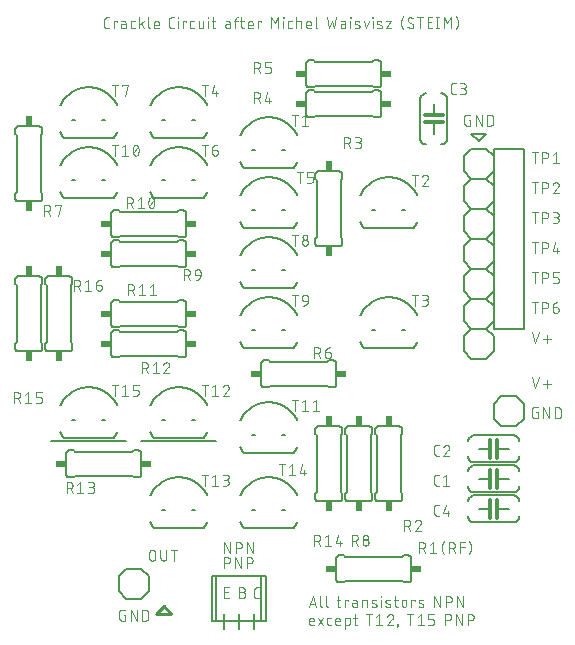
<source format=gto>
G04 EAGLE Gerber RS-274X export*
G75*
%MOMM*%
%FSLAX34Y34*%
%LPD*%
%INTop Silkscreen*%
%IPPOS*%
%AMOC8*
5,1,8,0,0,1.08239X$1,22.5*%
G01*
%ADD10C,0.101600*%
%ADD11C,0.200000*%
%ADD12C,0.254000*%
%ADD13C,0.152400*%
%ADD14C,0.304800*%
%ADD15C,0.127000*%
%ADD16R,0.609600X0.863600*%
%ADD17R,0.863600X0.609600*%


D10*
X262758Y31148D02*
X265806Y40292D01*
X268854Y31148D01*
X268092Y33434D02*
X263520Y33434D01*
X272405Y32672D02*
X272405Y40292D01*
X272405Y32672D02*
X272407Y32595D01*
X272413Y32518D01*
X272423Y32441D01*
X272436Y32365D01*
X272454Y32290D01*
X272475Y32216D01*
X272500Y32143D01*
X272529Y32071D01*
X272561Y32001D01*
X272596Y31932D01*
X272636Y31866D01*
X272678Y31801D01*
X272724Y31739D01*
X272773Y31679D01*
X272824Y31622D01*
X272879Y31567D01*
X272936Y31516D01*
X272996Y31467D01*
X273058Y31421D01*
X273123Y31379D01*
X273189Y31339D01*
X273258Y31304D01*
X273328Y31272D01*
X273400Y31243D01*
X273473Y31218D01*
X273547Y31197D01*
X273622Y31179D01*
X273698Y31166D01*
X273775Y31156D01*
X273852Y31150D01*
X273929Y31148D01*
X277282Y32672D02*
X277282Y40292D01*
X277282Y32672D02*
X277284Y32595D01*
X277290Y32518D01*
X277300Y32441D01*
X277313Y32365D01*
X277331Y32290D01*
X277352Y32216D01*
X277377Y32143D01*
X277406Y32071D01*
X277438Y32001D01*
X277473Y31932D01*
X277513Y31866D01*
X277555Y31801D01*
X277601Y31739D01*
X277650Y31679D01*
X277701Y31622D01*
X277756Y31567D01*
X277813Y31516D01*
X277873Y31467D01*
X277935Y31421D01*
X278000Y31379D01*
X278066Y31339D01*
X278135Y31304D01*
X278205Y31272D01*
X278277Y31243D01*
X278350Y31218D01*
X278424Y31197D01*
X278499Y31179D01*
X278575Y31166D01*
X278652Y31156D01*
X278729Y31150D01*
X278806Y31148D01*
X286144Y37244D02*
X289192Y37244D01*
X287160Y40292D02*
X287160Y32672D01*
X287162Y32595D01*
X287168Y32518D01*
X287178Y32441D01*
X287191Y32365D01*
X287209Y32290D01*
X287230Y32216D01*
X287255Y32143D01*
X287284Y32071D01*
X287316Y32001D01*
X287351Y31932D01*
X287391Y31866D01*
X287433Y31801D01*
X287479Y31739D01*
X287528Y31679D01*
X287579Y31622D01*
X287634Y31567D01*
X287691Y31516D01*
X287751Y31467D01*
X287813Y31421D01*
X287878Y31379D01*
X287944Y31339D01*
X288013Y31304D01*
X288083Y31272D01*
X288155Y31243D01*
X288228Y31218D01*
X288302Y31197D01*
X288377Y31179D01*
X288453Y31166D01*
X288530Y31156D01*
X288607Y31150D01*
X288684Y31148D01*
X289192Y31148D01*
X293094Y31148D02*
X293094Y37244D01*
X296142Y37244D01*
X296142Y36228D01*
X300856Y34704D02*
X303142Y34704D01*
X300856Y34704D02*
X300773Y34702D01*
X300690Y34696D01*
X300607Y34686D01*
X300524Y34673D01*
X300443Y34655D01*
X300362Y34634D01*
X300283Y34609D01*
X300205Y34580D01*
X300128Y34548D01*
X300053Y34512D01*
X299979Y34473D01*
X299908Y34430D01*
X299838Y34384D01*
X299771Y34334D01*
X299706Y34282D01*
X299644Y34227D01*
X299584Y34168D01*
X299527Y34107D01*
X299473Y34044D01*
X299422Y33978D01*
X299375Y33909D01*
X299330Y33839D01*
X299289Y33766D01*
X299252Y33692D01*
X299217Y33616D01*
X299187Y33538D01*
X299160Y33460D01*
X299137Y33379D01*
X299117Y33298D01*
X299102Y33216D01*
X299090Y33134D01*
X299082Y33051D01*
X299078Y32968D01*
X299078Y32884D01*
X299082Y32801D01*
X299090Y32718D01*
X299102Y32636D01*
X299117Y32554D01*
X299137Y32473D01*
X299160Y32392D01*
X299187Y32314D01*
X299217Y32236D01*
X299252Y32160D01*
X299289Y32086D01*
X299330Y32013D01*
X299375Y31943D01*
X299422Y31874D01*
X299473Y31808D01*
X299527Y31745D01*
X299584Y31684D01*
X299644Y31625D01*
X299706Y31570D01*
X299771Y31518D01*
X299838Y31468D01*
X299908Y31422D01*
X299979Y31379D01*
X300053Y31340D01*
X300128Y31304D01*
X300205Y31272D01*
X300283Y31243D01*
X300362Y31218D01*
X300443Y31197D01*
X300524Y31179D01*
X300607Y31166D01*
X300690Y31156D01*
X300773Y31150D01*
X300856Y31148D01*
X303142Y31148D01*
X303142Y35720D01*
X303140Y35797D01*
X303134Y35874D01*
X303124Y35951D01*
X303111Y36027D01*
X303093Y36102D01*
X303072Y36176D01*
X303047Y36249D01*
X303018Y36321D01*
X302986Y36391D01*
X302951Y36460D01*
X302911Y36526D01*
X302869Y36591D01*
X302823Y36653D01*
X302774Y36713D01*
X302723Y36770D01*
X302668Y36825D01*
X302611Y36876D01*
X302551Y36925D01*
X302489Y36971D01*
X302424Y37013D01*
X302358Y37053D01*
X302289Y37088D01*
X302219Y37120D01*
X302147Y37149D01*
X302074Y37174D01*
X302000Y37195D01*
X301925Y37213D01*
X301849Y37226D01*
X301772Y37236D01*
X301695Y37242D01*
X301618Y37244D01*
X299586Y37244D01*
X307665Y37244D02*
X307665Y31148D01*
X307665Y37244D02*
X310205Y37244D01*
X310282Y37242D01*
X310359Y37236D01*
X310436Y37226D01*
X310512Y37213D01*
X310587Y37195D01*
X310661Y37174D01*
X310734Y37149D01*
X310806Y37120D01*
X310876Y37088D01*
X310945Y37053D01*
X311011Y37013D01*
X311076Y36971D01*
X311138Y36925D01*
X311198Y36876D01*
X311255Y36825D01*
X311310Y36770D01*
X311361Y36713D01*
X311410Y36653D01*
X311456Y36591D01*
X311498Y36526D01*
X311538Y36460D01*
X311573Y36391D01*
X311605Y36321D01*
X311634Y36249D01*
X311659Y36176D01*
X311680Y36102D01*
X311698Y36027D01*
X311711Y35951D01*
X311721Y35874D01*
X311727Y35797D01*
X311729Y35720D01*
X311729Y31148D01*
X316656Y34704D02*
X319196Y33688D01*
X316657Y34704D02*
X316591Y34733D01*
X316527Y34765D01*
X316465Y34800D01*
X316404Y34839D01*
X316346Y34881D01*
X316291Y34926D01*
X316237Y34974D01*
X316187Y35025D01*
X316139Y35078D01*
X316094Y35134D01*
X316053Y35192D01*
X316015Y35253D01*
X315980Y35316D01*
X315948Y35380D01*
X315920Y35446D01*
X315896Y35513D01*
X315875Y35582D01*
X315858Y35651D01*
X315845Y35722D01*
X315836Y35793D01*
X315830Y35864D01*
X315829Y35936D01*
X315831Y36008D01*
X315838Y36079D01*
X315848Y36150D01*
X315862Y36220D01*
X315880Y36290D01*
X315902Y36358D01*
X315927Y36425D01*
X315956Y36491D01*
X315988Y36555D01*
X316024Y36617D01*
X316063Y36677D01*
X316106Y36734D01*
X316151Y36790D01*
X316199Y36843D01*
X316251Y36893D01*
X316304Y36940D01*
X316361Y36984D01*
X316419Y37025D01*
X316480Y37063D01*
X316543Y37098D01*
X316608Y37129D01*
X316674Y37156D01*
X316741Y37180D01*
X316810Y37200D01*
X316880Y37217D01*
X316951Y37229D01*
X317022Y37238D01*
X317093Y37243D01*
X317165Y37244D01*
X317164Y37244D02*
X317312Y37240D01*
X317459Y37233D01*
X317606Y37221D01*
X317752Y37206D01*
X317899Y37187D01*
X318044Y37164D01*
X318189Y37138D01*
X318333Y37108D01*
X318477Y37074D01*
X318619Y37036D01*
X318761Y36995D01*
X318901Y36951D01*
X319041Y36902D01*
X319179Y36850D01*
X319315Y36795D01*
X319450Y36736D01*
X319196Y33688D02*
X319262Y33659D01*
X319326Y33627D01*
X319388Y33592D01*
X319449Y33553D01*
X319507Y33511D01*
X319562Y33466D01*
X319616Y33418D01*
X319666Y33367D01*
X319714Y33314D01*
X319759Y33258D01*
X319800Y33200D01*
X319838Y33139D01*
X319873Y33076D01*
X319905Y33012D01*
X319933Y32946D01*
X319957Y32879D01*
X319978Y32810D01*
X319995Y32741D01*
X320008Y32670D01*
X320017Y32599D01*
X320023Y32528D01*
X320024Y32456D01*
X320022Y32384D01*
X320015Y32313D01*
X320005Y32242D01*
X319991Y32172D01*
X319973Y32102D01*
X319951Y32034D01*
X319926Y31967D01*
X319897Y31901D01*
X319865Y31837D01*
X319829Y31775D01*
X319790Y31715D01*
X319747Y31658D01*
X319702Y31602D01*
X319654Y31549D01*
X319602Y31499D01*
X319549Y31452D01*
X319492Y31408D01*
X319434Y31367D01*
X319373Y31329D01*
X319310Y31294D01*
X319245Y31263D01*
X319179Y31236D01*
X319112Y31212D01*
X319043Y31192D01*
X318973Y31175D01*
X318902Y31163D01*
X318831Y31154D01*
X318760Y31149D01*
X318688Y31148D01*
X318689Y31148D02*
X318485Y31153D01*
X318282Y31163D01*
X318079Y31178D01*
X317876Y31198D01*
X317673Y31223D01*
X317472Y31252D01*
X317271Y31286D01*
X317071Y31325D01*
X316872Y31368D01*
X316674Y31417D01*
X316477Y31469D01*
X316282Y31527D01*
X316088Y31589D01*
X315895Y31656D01*
X323718Y31148D02*
X323718Y37244D01*
X323464Y39784D02*
X323464Y40292D01*
X323972Y40292D01*
X323972Y39784D01*
X323464Y39784D01*
X328239Y34704D02*
X330779Y33688D01*
X328239Y34704D02*
X328173Y34733D01*
X328109Y34765D01*
X328047Y34800D01*
X327986Y34839D01*
X327928Y34881D01*
X327873Y34926D01*
X327819Y34974D01*
X327769Y35025D01*
X327721Y35078D01*
X327676Y35134D01*
X327635Y35192D01*
X327597Y35253D01*
X327562Y35316D01*
X327530Y35380D01*
X327502Y35446D01*
X327478Y35513D01*
X327457Y35582D01*
X327440Y35651D01*
X327427Y35722D01*
X327418Y35793D01*
X327412Y35864D01*
X327411Y35936D01*
X327413Y36008D01*
X327420Y36079D01*
X327430Y36150D01*
X327444Y36220D01*
X327462Y36290D01*
X327484Y36358D01*
X327509Y36425D01*
X327538Y36491D01*
X327570Y36555D01*
X327606Y36617D01*
X327645Y36677D01*
X327688Y36734D01*
X327733Y36790D01*
X327781Y36843D01*
X327833Y36893D01*
X327886Y36940D01*
X327943Y36984D01*
X328001Y37025D01*
X328062Y37063D01*
X328125Y37098D01*
X328190Y37129D01*
X328256Y37156D01*
X328323Y37180D01*
X328392Y37200D01*
X328462Y37217D01*
X328533Y37229D01*
X328604Y37238D01*
X328675Y37243D01*
X328747Y37244D01*
X328746Y37244D02*
X328894Y37240D01*
X329041Y37233D01*
X329188Y37221D01*
X329334Y37206D01*
X329481Y37187D01*
X329626Y37164D01*
X329771Y37138D01*
X329915Y37108D01*
X330059Y37074D01*
X330201Y37036D01*
X330343Y36995D01*
X330483Y36951D01*
X330623Y36902D01*
X330761Y36850D01*
X330897Y36795D01*
X331032Y36736D01*
X330779Y33688D02*
X330845Y33659D01*
X330909Y33627D01*
X330971Y33592D01*
X331032Y33553D01*
X331090Y33511D01*
X331145Y33466D01*
X331199Y33418D01*
X331249Y33367D01*
X331297Y33314D01*
X331342Y33258D01*
X331383Y33200D01*
X331421Y33139D01*
X331456Y33076D01*
X331488Y33012D01*
X331516Y32946D01*
X331540Y32879D01*
X331561Y32810D01*
X331578Y32741D01*
X331591Y32670D01*
X331600Y32599D01*
X331606Y32528D01*
X331607Y32456D01*
X331605Y32384D01*
X331598Y32313D01*
X331588Y32242D01*
X331574Y32172D01*
X331556Y32102D01*
X331534Y32034D01*
X331509Y31967D01*
X331480Y31901D01*
X331448Y31837D01*
X331412Y31775D01*
X331373Y31715D01*
X331330Y31658D01*
X331285Y31602D01*
X331237Y31549D01*
X331185Y31499D01*
X331132Y31452D01*
X331075Y31408D01*
X331017Y31367D01*
X330956Y31329D01*
X330893Y31294D01*
X330828Y31263D01*
X330762Y31236D01*
X330695Y31212D01*
X330626Y31192D01*
X330556Y31175D01*
X330485Y31163D01*
X330414Y31154D01*
X330343Y31149D01*
X330271Y31148D01*
X330067Y31153D01*
X329864Y31163D01*
X329661Y31178D01*
X329458Y31198D01*
X329255Y31223D01*
X329054Y31252D01*
X328853Y31286D01*
X328653Y31325D01*
X328454Y31368D01*
X328256Y31417D01*
X328059Y31469D01*
X327864Y31527D01*
X327670Y31589D01*
X327477Y31656D01*
X334607Y37244D02*
X337655Y37244D01*
X335623Y40292D02*
X335623Y32672D01*
X335625Y32595D01*
X335631Y32518D01*
X335641Y32441D01*
X335654Y32365D01*
X335672Y32290D01*
X335693Y32216D01*
X335718Y32143D01*
X335747Y32071D01*
X335779Y32001D01*
X335814Y31932D01*
X335854Y31866D01*
X335896Y31801D01*
X335942Y31739D01*
X335991Y31679D01*
X336042Y31622D01*
X336097Y31567D01*
X336154Y31516D01*
X336214Y31467D01*
X336276Y31421D01*
X336341Y31379D01*
X336407Y31339D01*
X336476Y31304D01*
X336546Y31272D01*
X336618Y31243D01*
X336691Y31218D01*
X336765Y31197D01*
X336840Y31179D01*
X336916Y31166D01*
X336993Y31156D01*
X337070Y31150D01*
X337147Y31148D01*
X337655Y31148D01*
X341193Y33180D02*
X341193Y35212D01*
X341195Y35301D01*
X341201Y35389D01*
X341210Y35477D01*
X341224Y35565D01*
X341241Y35652D01*
X341262Y35738D01*
X341287Y35823D01*
X341316Y35907D01*
X341348Y35990D01*
X341383Y36071D01*
X341423Y36150D01*
X341465Y36228D01*
X341511Y36304D01*
X341560Y36378D01*
X341613Y36449D01*
X341668Y36518D01*
X341727Y36585D01*
X341788Y36649D01*
X341852Y36710D01*
X341919Y36769D01*
X341988Y36824D01*
X342059Y36877D01*
X342133Y36926D01*
X342209Y36972D01*
X342287Y37014D01*
X342366Y37054D01*
X342447Y37089D01*
X342530Y37121D01*
X342614Y37150D01*
X342699Y37175D01*
X342785Y37196D01*
X342872Y37213D01*
X342960Y37227D01*
X343048Y37236D01*
X343136Y37242D01*
X343225Y37244D01*
X343314Y37242D01*
X343402Y37236D01*
X343490Y37227D01*
X343578Y37213D01*
X343665Y37196D01*
X343751Y37175D01*
X343836Y37150D01*
X343920Y37121D01*
X344003Y37089D01*
X344084Y37054D01*
X344163Y37014D01*
X344241Y36972D01*
X344317Y36926D01*
X344391Y36877D01*
X344462Y36824D01*
X344531Y36769D01*
X344598Y36710D01*
X344662Y36649D01*
X344723Y36585D01*
X344782Y36518D01*
X344837Y36449D01*
X344890Y36378D01*
X344939Y36304D01*
X344985Y36228D01*
X345027Y36150D01*
X345067Y36071D01*
X345102Y35990D01*
X345134Y35907D01*
X345163Y35823D01*
X345188Y35738D01*
X345209Y35652D01*
X345226Y35565D01*
X345240Y35477D01*
X345249Y35389D01*
X345255Y35301D01*
X345257Y35212D01*
X345257Y33180D01*
X345255Y33091D01*
X345249Y33003D01*
X345240Y32915D01*
X345226Y32827D01*
X345209Y32740D01*
X345188Y32654D01*
X345163Y32569D01*
X345134Y32485D01*
X345102Y32402D01*
X345067Y32321D01*
X345027Y32242D01*
X344985Y32164D01*
X344939Y32088D01*
X344890Y32014D01*
X344837Y31943D01*
X344782Y31874D01*
X344723Y31807D01*
X344662Y31743D01*
X344598Y31682D01*
X344531Y31623D01*
X344462Y31568D01*
X344391Y31515D01*
X344317Y31466D01*
X344241Y31420D01*
X344163Y31378D01*
X344084Y31338D01*
X344003Y31303D01*
X343920Y31271D01*
X343836Y31242D01*
X343751Y31217D01*
X343665Y31196D01*
X343578Y31179D01*
X343490Y31165D01*
X343402Y31156D01*
X343314Y31150D01*
X343225Y31148D01*
X343136Y31150D01*
X343048Y31156D01*
X342960Y31165D01*
X342872Y31179D01*
X342785Y31196D01*
X342699Y31217D01*
X342614Y31242D01*
X342530Y31271D01*
X342447Y31303D01*
X342366Y31338D01*
X342287Y31378D01*
X342209Y31420D01*
X342133Y31466D01*
X342059Y31515D01*
X341988Y31568D01*
X341919Y31623D01*
X341852Y31682D01*
X341788Y31743D01*
X341727Y31807D01*
X341668Y31874D01*
X341613Y31943D01*
X341560Y32014D01*
X341511Y32088D01*
X341465Y32164D01*
X341423Y32242D01*
X341383Y32321D01*
X341348Y32402D01*
X341316Y32485D01*
X341287Y32569D01*
X341262Y32654D01*
X341241Y32740D01*
X341224Y32827D01*
X341210Y32915D01*
X341201Y33003D01*
X341195Y33091D01*
X341193Y33180D01*
X349482Y31148D02*
X349482Y37244D01*
X352530Y37244D01*
X352530Y36228D01*
X356280Y34704D02*
X358820Y33688D01*
X356280Y34704D02*
X356214Y34733D01*
X356150Y34765D01*
X356088Y34800D01*
X356027Y34839D01*
X355969Y34881D01*
X355914Y34926D01*
X355860Y34974D01*
X355810Y35025D01*
X355762Y35078D01*
X355717Y35134D01*
X355676Y35192D01*
X355638Y35253D01*
X355603Y35316D01*
X355571Y35380D01*
X355543Y35446D01*
X355519Y35513D01*
X355498Y35582D01*
X355481Y35651D01*
X355468Y35722D01*
X355459Y35793D01*
X355453Y35864D01*
X355452Y35936D01*
X355454Y36008D01*
X355461Y36079D01*
X355471Y36150D01*
X355485Y36220D01*
X355503Y36290D01*
X355525Y36358D01*
X355550Y36425D01*
X355579Y36491D01*
X355611Y36555D01*
X355647Y36617D01*
X355686Y36677D01*
X355729Y36734D01*
X355774Y36790D01*
X355822Y36843D01*
X355874Y36893D01*
X355927Y36940D01*
X355984Y36984D01*
X356042Y37025D01*
X356103Y37063D01*
X356166Y37098D01*
X356231Y37129D01*
X356297Y37156D01*
X356364Y37180D01*
X356433Y37200D01*
X356503Y37217D01*
X356574Y37229D01*
X356645Y37238D01*
X356716Y37243D01*
X356788Y37244D01*
X356936Y37240D01*
X357083Y37233D01*
X357230Y37221D01*
X357376Y37206D01*
X357523Y37187D01*
X357668Y37164D01*
X357813Y37138D01*
X357957Y37108D01*
X358101Y37074D01*
X358243Y37036D01*
X358385Y36995D01*
X358525Y36951D01*
X358665Y36902D01*
X358803Y36850D01*
X358939Y36795D01*
X359074Y36736D01*
X358820Y33688D02*
X358886Y33659D01*
X358950Y33627D01*
X359012Y33592D01*
X359073Y33553D01*
X359131Y33511D01*
X359186Y33466D01*
X359240Y33418D01*
X359290Y33367D01*
X359338Y33314D01*
X359383Y33258D01*
X359424Y33200D01*
X359462Y33139D01*
X359497Y33076D01*
X359529Y33012D01*
X359557Y32946D01*
X359581Y32879D01*
X359602Y32810D01*
X359619Y32741D01*
X359632Y32670D01*
X359641Y32599D01*
X359647Y32528D01*
X359648Y32456D01*
X359646Y32384D01*
X359639Y32313D01*
X359629Y32242D01*
X359615Y32172D01*
X359597Y32102D01*
X359575Y32034D01*
X359550Y31967D01*
X359521Y31901D01*
X359489Y31837D01*
X359453Y31775D01*
X359414Y31715D01*
X359371Y31658D01*
X359326Y31602D01*
X359278Y31549D01*
X359226Y31499D01*
X359173Y31452D01*
X359116Y31408D01*
X359058Y31367D01*
X358997Y31329D01*
X358934Y31294D01*
X358869Y31263D01*
X358803Y31236D01*
X358736Y31212D01*
X358667Y31192D01*
X358597Y31175D01*
X358526Y31163D01*
X358455Y31154D01*
X358384Y31149D01*
X358312Y31148D01*
X358108Y31153D01*
X357905Y31163D01*
X357702Y31178D01*
X357499Y31198D01*
X357296Y31223D01*
X357095Y31252D01*
X356894Y31286D01*
X356694Y31325D01*
X356495Y31368D01*
X356297Y31417D01*
X356100Y31469D01*
X355905Y31527D01*
X355711Y31589D01*
X355518Y31656D01*
X368726Y31148D02*
X368726Y40292D01*
X373806Y31148D01*
X373806Y40292D01*
X378632Y40292D02*
X378632Y31148D01*
X378632Y40292D02*
X381172Y40292D01*
X381272Y40290D01*
X381371Y40284D01*
X381471Y40274D01*
X381569Y40261D01*
X381668Y40243D01*
X381765Y40222D01*
X381861Y40197D01*
X381957Y40168D01*
X382051Y40135D01*
X382144Y40099D01*
X382235Y40059D01*
X382325Y40015D01*
X382413Y39968D01*
X382499Y39918D01*
X382583Y39864D01*
X382665Y39807D01*
X382744Y39747D01*
X382822Y39683D01*
X382896Y39617D01*
X382968Y39548D01*
X383037Y39476D01*
X383103Y39402D01*
X383167Y39324D01*
X383227Y39245D01*
X383284Y39163D01*
X383338Y39079D01*
X383388Y38993D01*
X383435Y38905D01*
X383479Y38815D01*
X383519Y38724D01*
X383555Y38631D01*
X383588Y38537D01*
X383617Y38441D01*
X383642Y38345D01*
X383663Y38248D01*
X383681Y38149D01*
X383694Y38051D01*
X383704Y37951D01*
X383710Y37852D01*
X383712Y37752D01*
X383710Y37652D01*
X383704Y37553D01*
X383694Y37453D01*
X383681Y37355D01*
X383663Y37256D01*
X383642Y37159D01*
X383617Y37063D01*
X383588Y36967D01*
X383555Y36873D01*
X383519Y36780D01*
X383479Y36689D01*
X383435Y36599D01*
X383388Y36511D01*
X383338Y36425D01*
X383284Y36341D01*
X383227Y36259D01*
X383167Y36180D01*
X383103Y36102D01*
X383037Y36028D01*
X382968Y35956D01*
X382896Y35887D01*
X382822Y35821D01*
X382744Y35757D01*
X382665Y35697D01*
X382583Y35640D01*
X382499Y35586D01*
X382413Y35536D01*
X382325Y35489D01*
X382235Y35445D01*
X382144Y35405D01*
X382051Y35369D01*
X381957Y35336D01*
X381861Y35307D01*
X381765Y35282D01*
X381668Y35261D01*
X381569Y35243D01*
X381471Y35230D01*
X381371Y35220D01*
X381272Y35214D01*
X381172Y35212D01*
X378632Y35212D01*
X387624Y31148D02*
X387624Y40292D01*
X392704Y31148D01*
X392704Y40292D01*
X266822Y15908D02*
X264282Y15908D01*
X264205Y15910D01*
X264128Y15916D01*
X264051Y15926D01*
X263975Y15939D01*
X263900Y15957D01*
X263826Y15978D01*
X263753Y16003D01*
X263681Y16032D01*
X263611Y16064D01*
X263542Y16099D01*
X263476Y16139D01*
X263411Y16181D01*
X263349Y16227D01*
X263289Y16276D01*
X263232Y16327D01*
X263177Y16382D01*
X263126Y16439D01*
X263077Y16499D01*
X263031Y16561D01*
X262989Y16626D01*
X262949Y16692D01*
X262914Y16761D01*
X262882Y16831D01*
X262853Y16903D01*
X262828Y16976D01*
X262807Y17050D01*
X262789Y17125D01*
X262776Y17201D01*
X262766Y17278D01*
X262760Y17355D01*
X262758Y17432D01*
X262758Y19972D01*
X262760Y20061D01*
X262766Y20149D01*
X262775Y20237D01*
X262789Y20325D01*
X262806Y20412D01*
X262827Y20498D01*
X262852Y20583D01*
X262881Y20667D01*
X262913Y20750D01*
X262948Y20831D01*
X262988Y20910D01*
X263030Y20988D01*
X263076Y21064D01*
X263125Y21138D01*
X263178Y21209D01*
X263233Y21278D01*
X263292Y21345D01*
X263353Y21409D01*
X263417Y21470D01*
X263484Y21529D01*
X263553Y21584D01*
X263624Y21637D01*
X263698Y21686D01*
X263774Y21732D01*
X263852Y21774D01*
X263931Y21814D01*
X264012Y21849D01*
X264095Y21881D01*
X264179Y21910D01*
X264264Y21935D01*
X264350Y21956D01*
X264437Y21973D01*
X264525Y21987D01*
X264613Y21996D01*
X264701Y22002D01*
X264790Y22004D01*
X264879Y22002D01*
X264967Y21996D01*
X265055Y21987D01*
X265143Y21973D01*
X265230Y21956D01*
X265316Y21935D01*
X265401Y21910D01*
X265485Y21881D01*
X265568Y21849D01*
X265649Y21814D01*
X265728Y21774D01*
X265806Y21732D01*
X265882Y21686D01*
X265956Y21637D01*
X266027Y21584D01*
X266096Y21529D01*
X266163Y21470D01*
X266227Y21409D01*
X266288Y21345D01*
X266347Y21278D01*
X266402Y21209D01*
X266455Y21138D01*
X266504Y21064D01*
X266550Y20988D01*
X266592Y20910D01*
X266632Y20831D01*
X266667Y20750D01*
X266699Y20667D01*
X266728Y20583D01*
X266753Y20498D01*
X266774Y20412D01*
X266791Y20325D01*
X266805Y20237D01*
X266814Y20149D01*
X266820Y20061D01*
X266822Y19972D01*
X266822Y18956D01*
X262758Y18956D01*
X270378Y15908D02*
X274442Y22004D01*
X270378Y22004D02*
X274442Y15908D01*
X279534Y15908D02*
X281566Y15908D01*
X279534Y15908D02*
X279457Y15910D01*
X279380Y15916D01*
X279303Y15926D01*
X279227Y15939D01*
X279152Y15957D01*
X279078Y15978D01*
X279005Y16003D01*
X278933Y16032D01*
X278863Y16064D01*
X278794Y16099D01*
X278728Y16139D01*
X278663Y16181D01*
X278601Y16227D01*
X278541Y16276D01*
X278484Y16327D01*
X278429Y16382D01*
X278378Y16439D01*
X278329Y16499D01*
X278283Y16561D01*
X278241Y16626D01*
X278201Y16692D01*
X278166Y16761D01*
X278134Y16831D01*
X278105Y16903D01*
X278080Y16976D01*
X278059Y17050D01*
X278041Y17125D01*
X278028Y17201D01*
X278018Y17278D01*
X278012Y17355D01*
X278010Y17432D01*
X278010Y20480D01*
X278012Y20557D01*
X278018Y20634D01*
X278028Y20711D01*
X278041Y20787D01*
X278059Y20862D01*
X278080Y20936D01*
X278105Y21009D01*
X278134Y21081D01*
X278166Y21151D01*
X278201Y21220D01*
X278241Y21286D01*
X278283Y21351D01*
X278329Y21413D01*
X278378Y21473D01*
X278429Y21530D01*
X278484Y21585D01*
X278541Y21636D01*
X278601Y21685D01*
X278663Y21731D01*
X278728Y21773D01*
X278794Y21813D01*
X278863Y21848D01*
X278933Y21880D01*
X279005Y21909D01*
X279078Y21934D01*
X279152Y21955D01*
X279227Y21973D01*
X279303Y21986D01*
X279380Y21996D01*
X279457Y22002D01*
X279534Y22004D01*
X281566Y22004D01*
X286532Y15908D02*
X289072Y15908D01*
X286532Y15908D02*
X286455Y15910D01*
X286378Y15916D01*
X286301Y15926D01*
X286225Y15939D01*
X286150Y15957D01*
X286076Y15978D01*
X286003Y16003D01*
X285931Y16032D01*
X285861Y16064D01*
X285792Y16099D01*
X285726Y16139D01*
X285661Y16181D01*
X285599Y16227D01*
X285539Y16276D01*
X285482Y16327D01*
X285427Y16382D01*
X285376Y16439D01*
X285327Y16499D01*
X285281Y16561D01*
X285239Y16626D01*
X285199Y16692D01*
X285164Y16761D01*
X285132Y16831D01*
X285103Y16903D01*
X285078Y16976D01*
X285057Y17050D01*
X285039Y17125D01*
X285026Y17201D01*
X285016Y17278D01*
X285010Y17355D01*
X285008Y17432D01*
X285008Y19972D01*
X285010Y20061D01*
X285016Y20149D01*
X285025Y20237D01*
X285039Y20325D01*
X285056Y20412D01*
X285077Y20498D01*
X285102Y20583D01*
X285131Y20667D01*
X285163Y20750D01*
X285198Y20831D01*
X285238Y20910D01*
X285280Y20988D01*
X285326Y21064D01*
X285375Y21138D01*
X285428Y21209D01*
X285483Y21278D01*
X285542Y21345D01*
X285603Y21409D01*
X285667Y21470D01*
X285734Y21529D01*
X285803Y21584D01*
X285874Y21637D01*
X285948Y21686D01*
X286024Y21732D01*
X286102Y21774D01*
X286181Y21814D01*
X286262Y21849D01*
X286345Y21881D01*
X286429Y21910D01*
X286514Y21935D01*
X286600Y21956D01*
X286687Y21973D01*
X286775Y21987D01*
X286863Y21996D01*
X286951Y22002D01*
X287040Y22004D01*
X287129Y22002D01*
X287217Y21996D01*
X287305Y21987D01*
X287393Y21973D01*
X287480Y21956D01*
X287566Y21935D01*
X287651Y21910D01*
X287735Y21881D01*
X287818Y21849D01*
X287899Y21814D01*
X287978Y21774D01*
X288056Y21732D01*
X288132Y21686D01*
X288206Y21637D01*
X288277Y21584D01*
X288346Y21529D01*
X288413Y21470D01*
X288477Y21409D01*
X288538Y21345D01*
X288597Y21278D01*
X288652Y21209D01*
X288705Y21138D01*
X288754Y21064D01*
X288800Y20988D01*
X288842Y20910D01*
X288882Y20831D01*
X288917Y20750D01*
X288949Y20667D01*
X288978Y20583D01*
X289003Y20498D01*
X289024Y20412D01*
X289041Y20325D01*
X289055Y20237D01*
X289064Y20149D01*
X289070Y20061D01*
X289072Y19972D01*
X289072Y18956D01*
X285008Y18956D01*
X293291Y22004D02*
X293291Y12860D01*
X293291Y22004D02*
X295831Y22004D01*
X295908Y22002D01*
X295985Y21996D01*
X296062Y21986D01*
X296138Y21973D01*
X296213Y21955D01*
X296287Y21934D01*
X296360Y21909D01*
X296432Y21880D01*
X296502Y21848D01*
X296571Y21813D01*
X296637Y21773D01*
X296702Y21731D01*
X296764Y21685D01*
X296824Y21636D01*
X296881Y21585D01*
X296936Y21530D01*
X296987Y21473D01*
X297036Y21413D01*
X297082Y21351D01*
X297124Y21286D01*
X297164Y21220D01*
X297199Y21151D01*
X297231Y21081D01*
X297260Y21009D01*
X297285Y20936D01*
X297306Y20862D01*
X297324Y20787D01*
X297337Y20711D01*
X297347Y20634D01*
X297353Y20557D01*
X297355Y20480D01*
X297355Y17432D01*
X297353Y17355D01*
X297347Y17278D01*
X297337Y17201D01*
X297324Y17125D01*
X297306Y17050D01*
X297285Y16976D01*
X297260Y16903D01*
X297231Y16831D01*
X297199Y16761D01*
X297164Y16692D01*
X297124Y16626D01*
X297082Y16561D01*
X297036Y16499D01*
X296987Y16439D01*
X296936Y16382D01*
X296881Y16327D01*
X296824Y16276D01*
X296764Y16227D01*
X296702Y16181D01*
X296637Y16139D01*
X296571Y16099D01*
X296502Y16064D01*
X296432Y16032D01*
X296360Y16003D01*
X296287Y15978D01*
X296213Y15957D01*
X296138Y15939D01*
X296062Y15926D01*
X295985Y15916D01*
X295908Y15910D01*
X295831Y15908D01*
X293291Y15908D01*
X300368Y22004D02*
X303416Y22004D01*
X301384Y25052D02*
X301384Y17432D01*
X301386Y17355D01*
X301392Y17278D01*
X301402Y17201D01*
X301415Y17125D01*
X301433Y17050D01*
X301454Y16976D01*
X301479Y16903D01*
X301508Y16831D01*
X301540Y16761D01*
X301575Y16692D01*
X301615Y16626D01*
X301657Y16561D01*
X301703Y16499D01*
X301752Y16439D01*
X301803Y16382D01*
X301858Y16327D01*
X301915Y16276D01*
X301975Y16227D01*
X302037Y16181D01*
X302102Y16139D01*
X302168Y16099D01*
X302237Y16064D01*
X302307Y16032D01*
X302379Y16003D01*
X302452Y15978D01*
X302526Y15957D01*
X302601Y15939D01*
X302677Y15926D01*
X302754Y15916D01*
X302831Y15910D01*
X302908Y15908D01*
X303416Y15908D01*
X313863Y15908D02*
X313863Y25052D01*
X311323Y25052D02*
X316403Y25052D01*
X319857Y23020D02*
X322397Y25052D01*
X322397Y15908D01*
X319857Y15908D02*
X324937Y15908D01*
X334081Y22766D02*
X334079Y22860D01*
X334073Y22955D01*
X334063Y23049D01*
X334050Y23142D01*
X334032Y23235D01*
X334011Y23327D01*
X333986Y23418D01*
X333957Y23508D01*
X333925Y23597D01*
X333888Y23684D01*
X333849Y23770D01*
X333805Y23854D01*
X333759Y23936D01*
X333709Y24016D01*
X333655Y24094D01*
X333599Y24170D01*
X333539Y24243D01*
X333477Y24314D01*
X333411Y24382D01*
X333343Y24448D01*
X333272Y24510D01*
X333199Y24570D01*
X333123Y24626D01*
X333045Y24680D01*
X332965Y24730D01*
X332883Y24776D01*
X332799Y24820D01*
X332713Y24859D01*
X332626Y24896D01*
X332537Y24928D01*
X332447Y24957D01*
X332356Y24982D01*
X332264Y25003D01*
X332171Y25021D01*
X332078Y25034D01*
X331984Y25044D01*
X331889Y25050D01*
X331795Y25052D01*
X331689Y25050D01*
X331584Y25044D01*
X331479Y25035D01*
X331374Y25022D01*
X331270Y25005D01*
X331167Y24984D01*
X331064Y24960D01*
X330962Y24931D01*
X330862Y24900D01*
X330762Y24864D01*
X330664Y24826D01*
X330568Y24783D01*
X330472Y24737D01*
X330379Y24688D01*
X330288Y24636D01*
X330198Y24580D01*
X330110Y24521D01*
X330025Y24459D01*
X329942Y24394D01*
X329861Y24326D01*
X329783Y24255D01*
X329708Y24181D01*
X329635Y24105D01*
X329565Y24026D01*
X329498Y23945D01*
X329433Y23861D01*
X329372Y23775D01*
X329314Y23687D01*
X329259Y23597D01*
X329208Y23505D01*
X329159Y23411D01*
X329114Y23315D01*
X329073Y23218D01*
X329035Y23120D01*
X329001Y23020D01*
X333319Y20988D02*
X333386Y21055D01*
X333451Y21124D01*
X333513Y21196D01*
X333572Y21269D01*
X333628Y21346D01*
X333682Y21424D01*
X333732Y21504D01*
X333779Y21586D01*
X333823Y21670D01*
X333863Y21756D01*
X333901Y21843D01*
X333935Y21931D01*
X333965Y22021D01*
X333992Y22111D01*
X334016Y22203D01*
X334036Y22296D01*
X334052Y22389D01*
X334065Y22483D01*
X334074Y22577D01*
X334079Y22671D01*
X334081Y22766D01*
X333319Y20988D02*
X329001Y15908D01*
X334081Y15908D01*
X337649Y15908D02*
X338157Y15908D01*
X337649Y15908D02*
X337649Y16416D01*
X338157Y16416D01*
X338157Y15908D01*
X337395Y13876D01*
X348610Y15908D02*
X348610Y25052D01*
X346070Y25052D02*
X351150Y25052D01*
X354604Y23020D02*
X357144Y25052D01*
X357144Y15908D01*
X354604Y15908D02*
X359684Y15908D01*
X363748Y15908D02*
X366796Y15908D01*
X366885Y15910D01*
X366973Y15916D01*
X367061Y15925D01*
X367149Y15939D01*
X367236Y15956D01*
X367322Y15977D01*
X367407Y16002D01*
X367491Y16031D01*
X367574Y16063D01*
X367655Y16098D01*
X367734Y16138D01*
X367812Y16180D01*
X367888Y16226D01*
X367962Y16275D01*
X368033Y16328D01*
X368102Y16383D01*
X368169Y16442D01*
X368233Y16503D01*
X368294Y16567D01*
X368353Y16634D01*
X368408Y16703D01*
X368461Y16774D01*
X368510Y16848D01*
X368556Y16924D01*
X368598Y17002D01*
X368638Y17081D01*
X368673Y17162D01*
X368705Y17245D01*
X368734Y17329D01*
X368759Y17414D01*
X368780Y17500D01*
X368797Y17587D01*
X368811Y17675D01*
X368820Y17763D01*
X368826Y17851D01*
X368828Y17940D01*
X368828Y18956D01*
X368826Y19045D01*
X368820Y19133D01*
X368811Y19221D01*
X368797Y19309D01*
X368780Y19396D01*
X368759Y19482D01*
X368734Y19567D01*
X368705Y19651D01*
X368673Y19734D01*
X368638Y19815D01*
X368598Y19894D01*
X368556Y19972D01*
X368510Y20048D01*
X368461Y20122D01*
X368408Y20193D01*
X368353Y20262D01*
X368294Y20329D01*
X368233Y20393D01*
X368169Y20454D01*
X368102Y20513D01*
X368033Y20568D01*
X367962Y20621D01*
X367888Y20670D01*
X367812Y20716D01*
X367734Y20758D01*
X367655Y20798D01*
X367574Y20833D01*
X367491Y20865D01*
X367407Y20894D01*
X367322Y20919D01*
X367236Y20940D01*
X367149Y20957D01*
X367061Y20971D01*
X366973Y20980D01*
X366885Y20986D01*
X366796Y20988D01*
X363748Y20988D01*
X363748Y25052D01*
X368828Y25052D01*
X378226Y25052D02*
X378226Y15908D01*
X378226Y25052D02*
X380766Y25052D01*
X380866Y25050D01*
X380965Y25044D01*
X381065Y25034D01*
X381163Y25021D01*
X381262Y25003D01*
X381359Y24982D01*
X381455Y24957D01*
X381551Y24928D01*
X381645Y24895D01*
X381738Y24859D01*
X381829Y24819D01*
X381919Y24775D01*
X382007Y24728D01*
X382093Y24678D01*
X382177Y24624D01*
X382259Y24567D01*
X382338Y24507D01*
X382416Y24443D01*
X382490Y24377D01*
X382562Y24308D01*
X382631Y24236D01*
X382697Y24162D01*
X382761Y24084D01*
X382821Y24005D01*
X382878Y23923D01*
X382932Y23839D01*
X382982Y23753D01*
X383029Y23665D01*
X383073Y23575D01*
X383113Y23484D01*
X383149Y23391D01*
X383182Y23297D01*
X383211Y23201D01*
X383236Y23105D01*
X383257Y23008D01*
X383275Y22909D01*
X383288Y22811D01*
X383298Y22711D01*
X383304Y22612D01*
X383306Y22512D01*
X383304Y22412D01*
X383298Y22313D01*
X383288Y22213D01*
X383275Y22115D01*
X383257Y22016D01*
X383236Y21919D01*
X383211Y21823D01*
X383182Y21727D01*
X383149Y21633D01*
X383113Y21540D01*
X383073Y21449D01*
X383029Y21359D01*
X382982Y21271D01*
X382932Y21185D01*
X382878Y21101D01*
X382821Y21019D01*
X382761Y20940D01*
X382697Y20862D01*
X382631Y20788D01*
X382562Y20716D01*
X382490Y20647D01*
X382416Y20581D01*
X382338Y20517D01*
X382259Y20457D01*
X382177Y20400D01*
X382093Y20346D01*
X382007Y20296D01*
X381919Y20249D01*
X381829Y20205D01*
X381738Y20165D01*
X381645Y20129D01*
X381551Y20096D01*
X381455Y20067D01*
X381359Y20042D01*
X381262Y20021D01*
X381163Y20003D01*
X381065Y19990D01*
X380965Y19980D01*
X380866Y19974D01*
X380766Y19972D01*
X378226Y19972D01*
X387217Y15908D02*
X387217Y25052D01*
X392297Y15908D01*
X392297Y25052D01*
X397123Y25052D02*
X397123Y15908D01*
X397123Y25052D02*
X399663Y25052D01*
X399763Y25050D01*
X399862Y25044D01*
X399962Y25034D01*
X400060Y25021D01*
X400159Y25003D01*
X400256Y24982D01*
X400352Y24957D01*
X400448Y24928D01*
X400542Y24895D01*
X400635Y24859D01*
X400726Y24819D01*
X400816Y24775D01*
X400904Y24728D01*
X400990Y24678D01*
X401074Y24624D01*
X401156Y24567D01*
X401235Y24507D01*
X401313Y24443D01*
X401387Y24377D01*
X401459Y24308D01*
X401528Y24236D01*
X401594Y24162D01*
X401658Y24084D01*
X401718Y24005D01*
X401775Y23923D01*
X401829Y23839D01*
X401879Y23753D01*
X401926Y23665D01*
X401970Y23575D01*
X402010Y23484D01*
X402046Y23391D01*
X402079Y23297D01*
X402108Y23201D01*
X402133Y23105D01*
X402154Y23008D01*
X402172Y22909D01*
X402185Y22811D01*
X402195Y22711D01*
X402201Y22612D01*
X402203Y22512D01*
X402201Y22412D01*
X402195Y22313D01*
X402185Y22213D01*
X402172Y22115D01*
X402154Y22016D01*
X402133Y21919D01*
X402108Y21823D01*
X402079Y21727D01*
X402046Y21633D01*
X402010Y21540D01*
X401970Y21449D01*
X401926Y21359D01*
X401879Y21271D01*
X401829Y21185D01*
X401775Y21101D01*
X401718Y21019D01*
X401658Y20940D01*
X401594Y20862D01*
X401528Y20788D01*
X401459Y20716D01*
X401387Y20647D01*
X401313Y20581D01*
X401235Y20517D01*
X401156Y20457D01*
X401074Y20400D01*
X400990Y20346D01*
X400904Y20296D01*
X400816Y20249D01*
X400726Y20205D01*
X400635Y20165D01*
X400542Y20129D01*
X400448Y20096D01*
X400352Y20067D01*
X400256Y20042D01*
X400159Y20021D01*
X400060Y20003D01*
X399962Y19990D01*
X399862Y19980D01*
X399763Y19974D01*
X399663Y19972D01*
X397123Y19972D01*
D11*
X184150Y171450D02*
X120650Y171450D01*
X107950Y171450D02*
X44450Y171450D01*
D10*
X375158Y81280D02*
X375161Y81489D01*
X375168Y81698D01*
X375181Y81907D01*
X375198Y82116D01*
X375221Y82324D01*
X375248Y82531D01*
X375281Y82738D01*
X375319Y82944D01*
X375361Y83149D01*
X375408Y83353D01*
X375461Y83555D01*
X375518Y83756D01*
X375580Y83956D01*
X375647Y84155D01*
X375718Y84351D01*
X375794Y84546D01*
X375875Y84739D01*
X375961Y84930D01*
X376051Y85119D01*
X376145Y85306D01*
X376244Y85490D01*
X376348Y85672D01*
X376456Y85851D01*
X376568Y86028D01*
X376684Y86202D01*
X376805Y86373D01*
X376929Y86541D01*
X377058Y86706D01*
X377190Y86868D01*
X375158Y81280D02*
X375161Y81071D01*
X375168Y80862D01*
X375181Y80653D01*
X375198Y80444D01*
X375221Y80236D01*
X375248Y80029D01*
X375281Y79822D01*
X375319Y79616D01*
X375361Y79411D01*
X375408Y79207D01*
X375461Y79005D01*
X375518Y78804D01*
X375580Y78604D01*
X375647Y78405D01*
X375718Y78209D01*
X375794Y78014D01*
X375875Y77821D01*
X375961Y77630D01*
X376051Y77441D01*
X376145Y77254D01*
X376244Y77070D01*
X376348Y76888D01*
X376456Y76709D01*
X376568Y76532D01*
X376684Y76358D01*
X376805Y76187D01*
X376929Y76019D01*
X377058Y75854D01*
X377190Y75692D01*
X381294Y76708D02*
X381294Y85852D01*
X383834Y85852D01*
X383934Y85850D01*
X384033Y85844D01*
X384133Y85834D01*
X384231Y85821D01*
X384330Y85803D01*
X384427Y85782D01*
X384523Y85757D01*
X384619Y85728D01*
X384713Y85695D01*
X384806Y85659D01*
X384897Y85619D01*
X384987Y85575D01*
X385075Y85528D01*
X385161Y85478D01*
X385245Y85424D01*
X385327Y85367D01*
X385406Y85307D01*
X385484Y85243D01*
X385558Y85177D01*
X385630Y85108D01*
X385699Y85036D01*
X385765Y84962D01*
X385829Y84884D01*
X385889Y84805D01*
X385946Y84723D01*
X386000Y84639D01*
X386050Y84553D01*
X386097Y84465D01*
X386141Y84375D01*
X386181Y84284D01*
X386217Y84191D01*
X386250Y84097D01*
X386279Y84001D01*
X386304Y83905D01*
X386325Y83808D01*
X386343Y83709D01*
X386356Y83611D01*
X386366Y83511D01*
X386372Y83412D01*
X386374Y83312D01*
X386372Y83212D01*
X386366Y83113D01*
X386356Y83013D01*
X386343Y82915D01*
X386325Y82816D01*
X386304Y82719D01*
X386279Y82623D01*
X386250Y82527D01*
X386217Y82433D01*
X386181Y82340D01*
X386141Y82249D01*
X386097Y82159D01*
X386050Y82071D01*
X386000Y81985D01*
X385946Y81901D01*
X385889Y81819D01*
X385829Y81740D01*
X385765Y81662D01*
X385699Y81588D01*
X385630Y81516D01*
X385558Y81447D01*
X385484Y81381D01*
X385406Y81317D01*
X385327Y81257D01*
X385245Y81200D01*
X385161Y81146D01*
X385075Y81096D01*
X384987Y81049D01*
X384897Y81005D01*
X384806Y80965D01*
X384713Y80929D01*
X384619Y80896D01*
X384523Y80867D01*
X384427Y80842D01*
X384330Y80821D01*
X384231Y80803D01*
X384133Y80790D01*
X384033Y80780D01*
X383934Y80774D01*
X383834Y80772D01*
X381294Y80772D01*
X384342Y80772D02*
X386374Y76708D01*
X390697Y76708D02*
X390697Y85852D01*
X394761Y85852D01*
X394761Y81788D02*
X390697Y81788D01*
X399997Y81280D02*
X399994Y81071D01*
X399987Y80862D01*
X399974Y80653D01*
X399957Y80444D01*
X399934Y80236D01*
X399907Y80029D01*
X399874Y79822D01*
X399836Y79616D01*
X399794Y79411D01*
X399747Y79207D01*
X399694Y79005D01*
X399637Y78804D01*
X399575Y78604D01*
X399508Y78405D01*
X399437Y78209D01*
X399361Y78014D01*
X399280Y77821D01*
X399194Y77630D01*
X399104Y77441D01*
X399010Y77254D01*
X398911Y77070D01*
X398807Y76888D01*
X398699Y76709D01*
X398587Y76532D01*
X398471Y76358D01*
X398350Y76187D01*
X398226Y76019D01*
X398097Y75854D01*
X397965Y75692D01*
X399997Y81280D02*
X399994Y81489D01*
X399987Y81698D01*
X399974Y81907D01*
X399957Y82116D01*
X399934Y82324D01*
X399907Y82531D01*
X399874Y82738D01*
X399836Y82944D01*
X399794Y83149D01*
X399747Y83353D01*
X399694Y83555D01*
X399637Y83756D01*
X399575Y83956D01*
X399508Y84155D01*
X399437Y84351D01*
X399361Y84546D01*
X399280Y84739D01*
X399194Y84930D01*
X399104Y85119D01*
X399010Y85306D01*
X398911Y85490D01*
X398807Y85672D01*
X398699Y85851D01*
X398587Y86028D01*
X398471Y86202D01*
X398350Y86373D01*
X398226Y86541D01*
X398097Y86706D01*
X397965Y86868D01*
D12*
X146050Y25400D02*
X139700Y31750D01*
X146050Y25400D02*
X133350Y25400D01*
X139700Y31750D01*
D10*
X107188Y24638D02*
X105664Y24638D01*
X107188Y24638D02*
X107188Y19558D01*
X104140Y19558D01*
X104051Y19560D01*
X103963Y19566D01*
X103875Y19575D01*
X103787Y19589D01*
X103700Y19606D01*
X103614Y19627D01*
X103529Y19652D01*
X103445Y19681D01*
X103362Y19713D01*
X103281Y19748D01*
X103202Y19788D01*
X103124Y19830D01*
X103048Y19876D01*
X102974Y19925D01*
X102903Y19978D01*
X102834Y20033D01*
X102767Y20092D01*
X102703Y20153D01*
X102642Y20217D01*
X102583Y20284D01*
X102528Y20353D01*
X102475Y20424D01*
X102426Y20498D01*
X102380Y20574D01*
X102338Y20652D01*
X102298Y20731D01*
X102263Y20812D01*
X102231Y20895D01*
X102202Y20979D01*
X102177Y21064D01*
X102156Y21150D01*
X102139Y21237D01*
X102125Y21325D01*
X102116Y21413D01*
X102110Y21501D01*
X102108Y21590D01*
X102108Y26670D01*
X102110Y26759D01*
X102116Y26847D01*
X102125Y26935D01*
X102139Y27023D01*
X102156Y27110D01*
X102177Y27196D01*
X102202Y27281D01*
X102231Y27365D01*
X102263Y27448D01*
X102298Y27529D01*
X102338Y27608D01*
X102380Y27686D01*
X102426Y27762D01*
X102475Y27836D01*
X102528Y27907D01*
X102583Y27976D01*
X102642Y28043D01*
X102703Y28107D01*
X102767Y28168D01*
X102834Y28227D01*
X102903Y28282D01*
X102974Y28335D01*
X103048Y28384D01*
X103124Y28430D01*
X103202Y28472D01*
X103281Y28512D01*
X103362Y28547D01*
X103445Y28579D01*
X103529Y28608D01*
X103614Y28633D01*
X103700Y28654D01*
X103787Y28671D01*
X103875Y28685D01*
X103963Y28694D01*
X104051Y28700D01*
X104140Y28702D01*
X107188Y28702D01*
X111862Y28702D02*
X111862Y19558D01*
X116942Y19558D02*
X111862Y28702D01*
X116942Y28702D02*
X116942Y19558D01*
X121615Y19558D02*
X121615Y28702D01*
X124155Y28702D01*
X124255Y28700D01*
X124354Y28694D01*
X124454Y28684D01*
X124552Y28671D01*
X124651Y28653D01*
X124748Y28632D01*
X124844Y28607D01*
X124940Y28578D01*
X125034Y28545D01*
X125127Y28509D01*
X125218Y28469D01*
X125308Y28425D01*
X125396Y28378D01*
X125482Y28328D01*
X125566Y28274D01*
X125648Y28217D01*
X125727Y28157D01*
X125805Y28093D01*
X125879Y28027D01*
X125951Y27958D01*
X126020Y27886D01*
X126086Y27812D01*
X126150Y27734D01*
X126210Y27655D01*
X126267Y27573D01*
X126321Y27489D01*
X126371Y27403D01*
X126418Y27315D01*
X126462Y27225D01*
X126502Y27134D01*
X126538Y27041D01*
X126571Y26947D01*
X126600Y26851D01*
X126625Y26755D01*
X126646Y26658D01*
X126664Y26559D01*
X126677Y26461D01*
X126687Y26361D01*
X126693Y26262D01*
X126695Y26162D01*
X126695Y22098D01*
X126693Y21998D01*
X126687Y21899D01*
X126677Y21799D01*
X126664Y21701D01*
X126646Y21602D01*
X126625Y21505D01*
X126600Y21409D01*
X126571Y21313D01*
X126538Y21219D01*
X126502Y21126D01*
X126462Y21035D01*
X126418Y20945D01*
X126371Y20857D01*
X126321Y20771D01*
X126267Y20687D01*
X126210Y20605D01*
X126150Y20526D01*
X126086Y20448D01*
X126020Y20374D01*
X125951Y20302D01*
X125879Y20233D01*
X125805Y20167D01*
X125727Y20103D01*
X125648Y20043D01*
X125566Y19986D01*
X125482Y19932D01*
X125396Y19882D01*
X125308Y19835D01*
X125218Y19791D01*
X125127Y19751D01*
X125034Y19715D01*
X124940Y19682D01*
X124844Y19653D01*
X124748Y19628D01*
X124651Y19607D01*
X124552Y19589D01*
X124454Y19576D01*
X124354Y19566D01*
X124255Y19560D01*
X124155Y19558D01*
X121615Y19558D01*
X93472Y521208D02*
X91440Y521208D01*
X91351Y521210D01*
X91263Y521216D01*
X91175Y521225D01*
X91087Y521239D01*
X91000Y521256D01*
X90914Y521277D01*
X90829Y521302D01*
X90745Y521331D01*
X90662Y521363D01*
X90581Y521398D01*
X90502Y521438D01*
X90424Y521480D01*
X90348Y521526D01*
X90274Y521575D01*
X90203Y521628D01*
X90134Y521683D01*
X90067Y521742D01*
X90003Y521803D01*
X89942Y521867D01*
X89883Y521934D01*
X89828Y522003D01*
X89775Y522074D01*
X89726Y522148D01*
X89680Y522224D01*
X89638Y522302D01*
X89598Y522381D01*
X89563Y522462D01*
X89531Y522545D01*
X89502Y522629D01*
X89477Y522714D01*
X89456Y522800D01*
X89439Y522887D01*
X89425Y522975D01*
X89416Y523063D01*
X89410Y523151D01*
X89408Y523240D01*
X89408Y528320D01*
X89410Y528409D01*
X89416Y528497D01*
X89425Y528585D01*
X89439Y528673D01*
X89456Y528760D01*
X89477Y528846D01*
X89502Y528931D01*
X89531Y529015D01*
X89563Y529098D01*
X89598Y529179D01*
X89638Y529258D01*
X89680Y529336D01*
X89726Y529412D01*
X89775Y529486D01*
X89828Y529557D01*
X89883Y529626D01*
X89942Y529693D01*
X90003Y529757D01*
X90067Y529818D01*
X90134Y529877D01*
X90203Y529932D01*
X90274Y529985D01*
X90348Y530034D01*
X90424Y530080D01*
X90502Y530122D01*
X90581Y530162D01*
X90662Y530197D01*
X90745Y530229D01*
X90829Y530258D01*
X90914Y530283D01*
X91000Y530304D01*
X91087Y530321D01*
X91175Y530335D01*
X91263Y530344D01*
X91351Y530350D01*
X91440Y530352D01*
X93472Y530352D01*
X97321Y527304D02*
X97321Y521208D01*
X97321Y527304D02*
X100369Y527304D01*
X100369Y526288D01*
X105082Y524764D02*
X107368Y524764D01*
X105082Y524764D02*
X104999Y524762D01*
X104916Y524756D01*
X104833Y524746D01*
X104750Y524733D01*
X104669Y524715D01*
X104588Y524694D01*
X104509Y524669D01*
X104431Y524640D01*
X104354Y524608D01*
X104279Y524572D01*
X104205Y524533D01*
X104134Y524490D01*
X104064Y524444D01*
X103997Y524394D01*
X103932Y524342D01*
X103870Y524287D01*
X103810Y524228D01*
X103753Y524167D01*
X103699Y524104D01*
X103648Y524038D01*
X103601Y523969D01*
X103556Y523899D01*
X103515Y523826D01*
X103478Y523752D01*
X103443Y523676D01*
X103413Y523598D01*
X103386Y523520D01*
X103363Y523439D01*
X103343Y523358D01*
X103328Y523276D01*
X103316Y523194D01*
X103308Y523111D01*
X103304Y523028D01*
X103304Y522944D01*
X103308Y522861D01*
X103316Y522778D01*
X103328Y522696D01*
X103343Y522614D01*
X103363Y522533D01*
X103386Y522452D01*
X103413Y522374D01*
X103443Y522296D01*
X103478Y522220D01*
X103515Y522146D01*
X103556Y522073D01*
X103601Y522003D01*
X103648Y521934D01*
X103699Y521868D01*
X103753Y521805D01*
X103810Y521744D01*
X103870Y521685D01*
X103932Y521630D01*
X103997Y521578D01*
X104064Y521528D01*
X104134Y521482D01*
X104205Y521439D01*
X104279Y521400D01*
X104354Y521364D01*
X104431Y521332D01*
X104509Y521303D01*
X104588Y521278D01*
X104669Y521257D01*
X104750Y521239D01*
X104833Y521226D01*
X104916Y521216D01*
X104999Y521210D01*
X105082Y521208D01*
X107368Y521208D01*
X107368Y525780D01*
X107366Y525857D01*
X107360Y525934D01*
X107350Y526011D01*
X107337Y526087D01*
X107319Y526162D01*
X107298Y526236D01*
X107273Y526309D01*
X107244Y526381D01*
X107212Y526451D01*
X107177Y526520D01*
X107137Y526586D01*
X107095Y526651D01*
X107049Y526713D01*
X107000Y526773D01*
X106949Y526830D01*
X106894Y526885D01*
X106837Y526936D01*
X106777Y526985D01*
X106715Y527031D01*
X106650Y527073D01*
X106584Y527113D01*
X106515Y527148D01*
X106445Y527180D01*
X106373Y527209D01*
X106300Y527234D01*
X106226Y527255D01*
X106151Y527273D01*
X106075Y527286D01*
X105998Y527296D01*
X105921Y527302D01*
X105844Y527304D01*
X103812Y527304D01*
X113123Y521208D02*
X115155Y521208D01*
X113123Y521208D02*
X113046Y521210D01*
X112969Y521216D01*
X112892Y521226D01*
X112816Y521239D01*
X112741Y521257D01*
X112667Y521278D01*
X112594Y521303D01*
X112522Y521332D01*
X112452Y521364D01*
X112383Y521399D01*
X112317Y521439D01*
X112252Y521481D01*
X112190Y521527D01*
X112130Y521576D01*
X112073Y521627D01*
X112018Y521682D01*
X111967Y521739D01*
X111918Y521799D01*
X111872Y521861D01*
X111830Y521926D01*
X111790Y521992D01*
X111755Y522061D01*
X111723Y522131D01*
X111694Y522203D01*
X111669Y522276D01*
X111648Y522350D01*
X111630Y522425D01*
X111617Y522501D01*
X111607Y522578D01*
X111601Y522655D01*
X111599Y522732D01*
X111599Y525780D01*
X111601Y525857D01*
X111607Y525934D01*
X111617Y526011D01*
X111630Y526087D01*
X111648Y526162D01*
X111669Y526236D01*
X111694Y526309D01*
X111723Y526381D01*
X111755Y526451D01*
X111790Y526520D01*
X111830Y526586D01*
X111872Y526651D01*
X111918Y526713D01*
X111967Y526773D01*
X112018Y526830D01*
X112073Y526885D01*
X112130Y526936D01*
X112190Y526985D01*
X112252Y527031D01*
X112317Y527073D01*
X112383Y527113D01*
X112452Y527148D01*
X112522Y527180D01*
X112594Y527209D01*
X112667Y527234D01*
X112741Y527255D01*
X112816Y527273D01*
X112892Y527286D01*
X112969Y527296D01*
X113046Y527302D01*
X113123Y527304D01*
X115155Y527304D01*
X119024Y530352D02*
X119024Y521208D01*
X119024Y524256D02*
X123088Y527304D01*
X120802Y525526D02*
X123088Y521208D01*
X126618Y522732D02*
X126618Y530352D01*
X126618Y522732D02*
X126620Y522655D01*
X126626Y522578D01*
X126636Y522501D01*
X126649Y522425D01*
X126667Y522350D01*
X126688Y522276D01*
X126713Y522203D01*
X126742Y522131D01*
X126774Y522061D01*
X126809Y521992D01*
X126849Y521926D01*
X126891Y521861D01*
X126937Y521799D01*
X126986Y521739D01*
X127037Y521682D01*
X127092Y521627D01*
X127149Y521576D01*
X127209Y521527D01*
X127271Y521481D01*
X127336Y521439D01*
X127402Y521399D01*
X127471Y521364D01*
X127541Y521332D01*
X127613Y521303D01*
X127686Y521278D01*
X127760Y521257D01*
X127835Y521239D01*
X127911Y521226D01*
X127988Y521216D01*
X128065Y521210D01*
X128142Y521208D01*
X132922Y521208D02*
X135462Y521208D01*
X132922Y521208D02*
X132845Y521210D01*
X132768Y521216D01*
X132691Y521226D01*
X132615Y521239D01*
X132540Y521257D01*
X132466Y521278D01*
X132393Y521303D01*
X132321Y521332D01*
X132251Y521364D01*
X132182Y521399D01*
X132116Y521439D01*
X132051Y521481D01*
X131989Y521527D01*
X131929Y521576D01*
X131872Y521627D01*
X131817Y521682D01*
X131766Y521739D01*
X131717Y521799D01*
X131671Y521861D01*
X131629Y521926D01*
X131589Y521992D01*
X131554Y522061D01*
X131522Y522131D01*
X131493Y522203D01*
X131468Y522276D01*
X131447Y522350D01*
X131429Y522425D01*
X131416Y522501D01*
X131406Y522578D01*
X131400Y522655D01*
X131398Y522732D01*
X131398Y525272D01*
X131400Y525361D01*
X131406Y525449D01*
X131415Y525537D01*
X131429Y525625D01*
X131446Y525712D01*
X131467Y525798D01*
X131492Y525883D01*
X131521Y525967D01*
X131553Y526050D01*
X131588Y526131D01*
X131628Y526210D01*
X131670Y526288D01*
X131716Y526364D01*
X131765Y526438D01*
X131818Y526509D01*
X131873Y526578D01*
X131932Y526645D01*
X131993Y526709D01*
X132057Y526770D01*
X132124Y526829D01*
X132193Y526884D01*
X132264Y526937D01*
X132338Y526986D01*
X132414Y527032D01*
X132492Y527074D01*
X132571Y527114D01*
X132652Y527149D01*
X132735Y527181D01*
X132819Y527210D01*
X132904Y527235D01*
X132990Y527256D01*
X133077Y527273D01*
X133165Y527287D01*
X133253Y527296D01*
X133341Y527302D01*
X133430Y527304D01*
X133519Y527302D01*
X133607Y527296D01*
X133695Y527287D01*
X133783Y527273D01*
X133870Y527256D01*
X133956Y527235D01*
X134041Y527210D01*
X134125Y527181D01*
X134208Y527149D01*
X134289Y527114D01*
X134368Y527074D01*
X134446Y527032D01*
X134522Y526986D01*
X134596Y526937D01*
X134667Y526884D01*
X134736Y526829D01*
X134803Y526770D01*
X134867Y526709D01*
X134928Y526645D01*
X134987Y526578D01*
X135042Y526509D01*
X135095Y526438D01*
X135144Y526364D01*
X135190Y526288D01*
X135232Y526210D01*
X135272Y526131D01*
X135307Y526050D01*
X135339Y525967D01*
X135368Y525883D01*
X135393Y525798D01*
X135414Y525712D01*
X135431Y525625D01*
X135445Y525537D01*
X135454Y525449D01*
X135460Y525361D01*
X135462Y525272D01*
X135462Y524256D01*
X131398Y524256D01*
X146304Y521208D02*
X148336Y521208D01*
X146304Y521208D02*
X146215Y521210D01*
X146127Y521216D01*
X146039Y521225D01*
X145951Y521239D01*
X145864Y521256D01*
X145778Y521277D01*
X145693Y521302D01*
X145609Y521331D01*
X145526Y521363D01*
X145445Y521398D01*
X145366Y521438D01*
X145288Y521480D01*
X145212Y521526D01*
X145138Y521575D01*
X145067Y521628D01*
X144998Y521683D01*
X144931Y521742D01*
X144867Y521803D01*
X144806Y521867D01*
X144747Y521934D01*
X144692Y522003D01*
X144639Y522074D01*
X144590Y522148D01*
X144544Y522224D01*
X144502Y522302D01*
X144462Y522381D01*
X144427Y522462D01*
X144395Y522545D01*
X144366Y522629D01*
X144341Y522714D01*
X144320Y522800D01*
X144303Y522887D01*
X144289Y522975D01*
X144280Y523063D01*
X144274Y523151D01*
X144272Y523240D01*
X144272Y528320D01*
X144274Y528409D01*
X144280Y528497D01*
X144289Y528585D01*
X144303Y528673D01*
X144320Y528760D01*
X144341Y528846D01*
X144366Y528931D01*
X144395Y529015D01*
X144427Y529098D01*
X144462Y529179D01*
X144502Y529258D01*
X144544Y529336D01*
X144590Y529412D01*
X144639Y529486D01*
X144692Y529557D01*
X144747Y529626D01*
X144806Y529693D01*
X144867Y529757D01*
X144931Y529818D01*
X144998Y529877D01*
X145067Y529932D01*
X145138Y529985D01*
X145212Y530034D01*
X145288Y530080D01*
X145366Y530122D01*
X145445Y530162D01*
X145526Y530197D01*
X145609Y530229D01*
X145693Y530258D01*
X145778Y530283D01*
X145864Y530304D01*
X145951Y530321D01*
X146039Y530335D01*
X146127Y530344D01*
X146215Y530350D01*
X146304Y530352D01*
X148336Y530352D01*
X151718Y527304D02*
X151718Y521208D01*
X151464Y529844D02*
X151464Y530352D01*
X151972Y530352D01*
X151972Y529844D01*
X151464Y529844D01*
X155842Y527304D02*
X155842Y521208D01*
X155842Y527304D02*
X158890Y527304D01*
X158890Y526288D01*
X163414Y521208D02*
X165446Y521208D01*
X163414Y521208D02*
X163337Y521210D01*
X163260Y521216D01*
X163183Y521226D01*
X163107Y521239D01*
X163032Y521257D01*
X162958Y521278D01*
X162885Y521303D01*
X162813Y521332D01*
X162743Y521364D01*
X162674Y521399D01*
X162608Y521439D01*
X162543Y521481D01*
X162481Y521527D01*
X162421Y521576D01*
X162364Y521627D01*
X162309Y521682D01*
X162258Y521739D01*
X162209Y521799D01*
X162163Y521861D01*
X162121Y521926D01*
X162081Y521992D01*
X162046Y522061D01*
X162014Y522131D01*
X161985Y522203D01*
X161960Y522276D01*
X161939Y522350D01*
X161921Y522425D01*
X161908Y522501D01*
X161898Y522578D01*
X161892Y522655D01*
X161890Y522732D01*
X161890Y525780D01*
X161892Y525857D01*
X161898Y525934D01*
X161908Y526011D01*
X161921Y526087D01*
X161939Y526162D01*
X161960Y526236D01*
X161985Y526309D01*
X162014Y526381D01*
X162046Y526451D01*
X162081Y526520D01*
X162121Y526586D01*
X162163Y526651D01*
X162209Y526713D01*
X162258Y526773D01*
X162309Y526830D01*
X162364Y526885D01*
X162421Y526936D01*
X162481Y526985D01*
X162543Y527031D01*
X162608Y527073D01*
X162674Y527113D01*
X162743Y527148D01*
X162813Y527180D01*
X162885Y527209D01*
X162958Y527234D01*
X163032Y527255D01*
X163107Y527273D01*
X163183Y527286D01*
X163260Y527296D01*
X163337Y527302D01*
X163414Y527304D01*
X165446Y527304D01*
X169193Y527304D02*
X169193Y522732D01*
X169195Y522655D01*
X169201Y522578D01*
X169211Y522501D01*
X169224Y522425D01*
X169242Y522350D01*
X169263Y522276D01*
X169288Y522203D01*
X169317Y522131D01*
X169349Y522061D01*
X169384Y521992D01*
X169424Y521926D01*
X169466Y521861D01*
X169512Y521799D01*
X169561Y521739D01*
X169612Y521682D01*
X169667Y521627D01*
X169724Y521576D01*
X169784Y521527D01*
X169846Y521481D01*
X169911Y521439D01*
X169977Y521399D01*
X170046Y521364D01*
X170116Y521332D01*
X170188Y521303D01*
X170261Y521278D01*
X170335Y521257D01*
X170410Y521239D01*
X170486Y521226D01*
X170563Y521216D01*
X170640Y521210D01*
X170717Y521208D01*
X173257Y521208D01*
X173257Y527304D01*
X177321Y527304D02*
X177321Y521208D01*
X177067Y529844D02*
X177067Y530352D01*
X177575Y530352D01*
X177575Y529844D01*
X177067Y529844D01*
X180286Y527304D02*
X183334Y527304D01*
X181302Y530352D02*
X181302Y522732D01*
X181304Y522655D01*
X181310Y522578D01*
X181320Y522501D01*
X181333Y522425D01*
X181351Y522350D01*
X181372Y522276D01*
X181397Y522203D01*
X181426Y522131D01*
X181458Y522061D01*
X181493Y521992D01*
X181533Y521926D01*
X181575Y521861D01*
X181621Y521799D01*
X181670Y521739D01*
X181721Y521682D01*
X181776Y521627D01*
X181833Y521576D01*
X181893Y521527D01*
X181955Y521481D01*
X182020Y521439D01*
X182086Y521399D01*
X182155Y521364D01*
X182225Y521332D01*
X182297Y521303D01*
X182370Y521278D01*
X182444Y521257D01*
X182519Y521239D01*
X182595Y521226D01*
X182672Y521216D01*
X182749Y521210D01*
X182826Y521208D01*
X183334Y521208D01*
X193473Y524764D02*
X195759Y524764D01*
X193473Y524764D02*
X193390Y524762D01*
X193307Y524756D01*
X193224Y524746D01*
X193141Y524733D01*
X193060Y524715D01*
X192979Y524694D01*
X192900Y524669D01*
X192822Y524640D01*
X192745Y524608D01*
X192670Y524572D01*
X192596Y524533D01*
X192525Y524490D01*
X192455Y524444D01*
X192388Y524394D01*
X192323Y524342D01*
X192261Y524287D01*
X192201Y524228D01*
X192144Y524167D01*
X192090Y524104D01*
X192039Y524038D01*
X191992Y523969D01*
X191947Y523899D01*
X191906Y523826D01*
X191869Y523752D01*
X191834Y523676D01*
X191804Y523598D01*
X191777Y523520D01*
X191754Y523439D01*
X191734Y523358D01*
X191719Y523276D01*
X191707Y523194D01*
X191699Y523111D01*
X191695Y523028D01*
X191695Y522944D01*
X191699Y522861D01*
X191707Y522778D01*
X191719Y522696D01*
X191734Y522614D01*
X191754Y522533D01*
X191777Y522452D01*
X191804Y522374D01*
X191834Y522296D01*
X191869Y522220D01*
X191906Y522146D01*
X191947Y522073D01*
X191992Y522003D01*
X192039Y521934D01*
X192090Y521868D01*
X192144Y521805D01*
X192201Y521744D01*
X192261Y521685D01*
X192323Y521630D01*
X192388Y521578D01*
X192455Y521528D01*
X192525Y521482D01*
X192596Y521439D01*
X192670Y521400D01*
X192745Y521364D01*
X192822Y521332D01*
X192900Y521303D01*
X192979Y521278D01*
X193060Y521257D01*
X193141Y521239D01*
X193224Y521226D01*
X193307Y521216D01*
X193390Y521210D01*
X193473Y521208D01*
X195759Y521208D01*
X195759Y525780D01*
X195757Y525857D01*
X195751Y525934D01*
X195741Y526011D01*
X195728Y526087D01*
X195710Y526162D01*
X195689Y526236D01*
X195664Y526309D01*
X195635Y526381D01*
X195603Y526451D01*
X195568Y526520D01*
X195528Y526586D01*
X195486Y526651D01*
X195440Y526713D01*
X195391Y526773D01*
X195340Y526830D01*
X195285Y526885D01*
X195228Y526936D01*
X195168Y526985D01*
X195106Y527031D01*
X195041Y527073D01*
X194975Y527113D01*
X194906Y527148D01*
X194836Y527180D01*
X194764Y527209D01*
X194691Y527234D01*
X194617Y527255D01*
X194542Y527273D01*
X194466Y527286D01*
X194389Y527296D01*
X194312Y527302D01*
X194235Y527304D01*
X192203Y527304D01*
X200466Y528828D02*
X200466Y521208D01*
X200466Y528828D02*
X200468Y528905D01*
X200474Y528982D01*
X200484Y529059D01*
X200497Y529135D01*
X200515Y529210D01*
X200536Y529284D01*
X200561Y529357D01*
X200590Y529429D01*
X200622Y529499D01*
X200657Y529568D01*
X200697Y529634D01*
X200739Y529699D01*
X200785Y529761D01*
X200834Y529821D01*
X200885Y529878D01*
X200940Y529933D01*
X200997Y529984D01*
X201057Y530033D01*
X201119Y530079D01*
X201184Y530121D01*
X201250Y530161D01*
X201319Y530196D01*
X201389Y530228D01*
X201461Y530257D01*
X201534Y530282D01*
X201608Y530303D01*
X201683Y530321D01*
X201759Y530334D01*
X201836Y530344D01*
X201913Y530350D01*
X201990Y530352D01*
X202498Y530352D01*
X202498Y527304D02*
X199450Y527304D01*
X204365Y527304D02*
X207413Y527304D01*
X205381Y530352D02*
X205381Y522732D01*
X205383Y522655D01*
X205389Y522578D01*
X205399Y522501D01*
X205412Y522425D01*
X205430Y522350D01*
X205451Y522276D01*
X205476Y522203D01*
X205505Y522131D01*
X205537Y522061D01*
X205572Y521992D01*
X205612Y521926D01*
X205654Y521861D01*
X205700Y521799D01*
X205749Y521739D01*
X205800Y521682D01*
X205855Y521627D01*
X205912Y521576D01*
X205972Y521527D01*
X206034Y521481D01*
X206099Y521439D01*
X206165Y521399D01*
X206234Y521364D01*
X206304Y521332D01*
X206376Y521303D01*
X206449Y521278D01*
X206523Y521257D01*
X206598Y521239D01*
X206674Y521226D01*
X206751Y521216D01*
X206828Y521210D01*
X206905Y521208D01*
X207413Y521208D01*
X212475Y521208D02*
X215015Y521208D01*
X212475Y521208D02*
X212398Y521210D01*
X212321Y521216D01*
X212244Y521226D01*
X212168Y521239D01*
X212093Y521257D01*
X212019Y521278D01*
X211946Y521303D01*
X211874Y521332D01*
X211804Y521364D01*
X211735Y521399D01*
X211669Y521439D01*
X211604Y521481D01*
X211542Y521527D01*
X211482Y521576D01*
X211425Y521627D01*
X211370Y521682D01*
X211319Y521739D01*
X211270Y521799D01*
X211224Y521861D01*
X211182Y521926D01*
X211142Y521992D01*
X211107Y522061D01*
X211075Y522131D01*
X211046Y522203D01*
X211021Y522276D01*
X211000Y522350D01*
X210982Y522425D01*
X210969Y522501D01*
X210959Y522578D01*
X210953Y522655D01*
X210951Y522732D01*
X210951Y525272D01*
X210953Y525361D01*
X210959Y525449D01*
X210968Y525537D01*
X210982Y525625D01*
X210999Y525712D01*
X211020Y525798D01*
X211045Y525883D01*
X211074Y525967D01*
X211106Y526050D01*
X211141Y526131D01*
X211181Y526210D01*
X211223Y526288D01*
X211269Y526364D01*
X211318Y526438D01*
X211371Y526509D01*
X211426Y526578D01*
X211485Y526645D01*
X211546Y526709D01*
X211610Y526770D01*
X211677Y526829D01*
X211746Y526884D01*
X211817Y526937D01*
X211891Y526986D01*
X211967Y527032D01*
X212045Y527074D01*
X212124Y527114D01*
X212205Y527149D01*
X212288Y527181D01*
X212372Y527210D01*
X212457Y527235D01*
X212543Y527256D01*
X212630Y527273D01*
X212718Y527287D01*
X212806Y527296D01*
X212894Y527302D01*
X212983Y527304D01*
X213072Y527302D01*
X213160Y527296D01*
X213248Y527287D01*
X213336Y527273D01*
X213423Y527256D01*
X213509Y527235D01*
X213594Y527210D01*
X213678Y527181D01*
X213761Y527149D01*
X213842Y527114D01*
X213921Y527074D01*
X213999Y527032D01*
X214075Y526986D01*
X214149Y526937D01*
X214220Y526884D01*
X214289Y526829D01*
X214356Y526770D01*
X214420Y526709D01*
X214481Y526645D01*
X214540Y526578D01*
X214595Y526509D01*
X214648Y526438D01*
X214697Y526364D01*
X214743Y526288D01*
X214785Y526210D01*
X214825Y526131D01*
X214860Y526050D01*
X214892Y525967D01*
X214921Y525883D01*
X214946Y525798D01*
X214967Y525712D01*
X214984Y525625D01*
X214998Y525537D01*
X215007Y525449D01*
X215013Y525361D01*
X215015Y525272D01*
X215015Y524256D01*
X210951Y524256D01*
X219240Y521208D02*
X219240Y527304D01*
X222288Y527304D01*
X222288Y526288D01*
X230661Y530352D02*
X230661Y521208D01*
X233709Y525272D02*
X230661Y530352D01*
X233709Y525272D02*
X236757Y530352D01*
X236757Y521208D01*
X241024Y521208D02*
X241024Y527304D01*
X240770Y529844D02*
X240770Y530352D01*
X241278Y530352D01*
X241278Y529844D01*
X240770Y529844D01*
X246319Y521208D02*
X248351Y521208D01*
X246319Y521208D02*
X246242Y521210D01*
X246165Y521216D01*
X246088Y521226D01*
X246012Y521239D01*
X245937Y521257D01*
X245863Y521278D01*
X245790Y521303D01*
X245718Y521332D01*
X245648Y521364D01*
X245579Y521399D01*
X245513Y521439D01*
X245448Y521481D01*
X245386Y521527D01*
X245326Y521576D01*
X245269Y521627D01*
X245214Y521682D01*
X245163Y521739D01*
X245114Y521799D01*
X245068Y521861D01*
X245026Y521926D01*
X244986Y521992D01*
X244951Y522061D01*
X244919Y522131D01*
X244890Y522203D01*
X244865Y522276D01*
X244844Y522350D01*
X244826Y522425D01*
X244813Y522501D01*
X244803Y522578D01*
X244797Y522655D01*
X244795Y522732D01*
X244795Y525780D01*
X244797Y525857D01*
X244803Y525934D01*
X244813Y526011D01*
X244826Y526087D01*
X244844Y526162D01*
X244865Y526236D01*
X244890Y526309D01*
X244919Y526381D01*
X244951Y526451D01*
X244986Y526520D01*
X245026Y526586D01*
X245068Y526651D01*
X245114Y526713D01*
X245163Y526773D01*
X245214Y526830D01*
X245269Y526885D01*
X245326Y526936D01*
X245386Y526985D01*
X245448Y527031D01*
X245513Y527073D01*
X245579Y527113D01*
X245648Y527148D01*
X245718Y527180D01*
X245790Y527209D01*
X245863Y527234D01*
X245937Y527255D01*
X246012Y527273D01*
X246088Y527286D01*
X246165Y527296D01*
X246242Y527302D01*
X246319Y527304D01*
X248351Y527304D01*
X252098Y530352D02*
X252098Y521208D01*
X252098Y527304D02*
X254638Y527304D01*
X254715Y527302D01*
X254792Y527296D01*
X254869Y527286D01*
X254945Y527273D01*
X255020Y527255D01*
X255094Y527234D01*
X255167Y527209D01*
X255239Y527180D01*
X255309Y527148D01*
X255378Y527113D01*
X255444Y527073D01*
X255509Y527031D01*
X255571Y526985D01*
X255631Y526936D01*
X255688Y526885D01*
X255743Y526830D01*
X255794Y526773D01*
X255843Y526713D01*
X255889Y526651D01*
X255931Y526586D01*
X255971Y526520D01*
X256006Y526451D01*
X256038Y526381D01*
X256067Y526309D01*
X256092Y526236D01*
X256113Y526162D01*
X256131Y526087D01*
X256144Y526011D01*
X256154Y525934D01*
X256160Y525857D01*
X256162Y525780D01*
X256162Y521208D01*
X261852Y521208D02*
X264392Y521208D01*
X261852Y521208D02*
X261775Y521210D01*
X261698Y521216D01*
X261621Y521226D01*
X261545Y521239D01*
X261470Y521257D01*
X261396Y521278D01*
X261323Y521303D01*
X261251Y521332D01*
X261181Y521364D01*
X261112Y521399D01*
X261046Y521439D01*
X260981Y521481D01*
X260919Y521527D01*
X260859Y521576D01*
X260802Y521627D01*
X260747Y521682D01*
X260696Y521739D01*
X260647Y521799D01*
X260601Y521861D01*
X260559Y521926D01*
X260519Y521992D01*
X260484Y522061D01*
X260452Y522131D01*
X260423Y522203D01*
X260398Y522276D01*
X260377Y522350D01*
X260359Y522425D01*
X260346Y522501D01*
X260336Y522578D01*
X260330Y522655D01*
X260328Y522732D01*
X260328Y525272D01*
X260330Y525361D01*
X260336Y525449D01*
X260345Y525537D01*
X260359Y525625D01*
X260376Y525712D01*
X260397Y525798D01*
X260422Y525883D01*
X260451Y525967D01*
X260483Y526050D01*
X260518Y526131D01*
X260558Y526210D01*
X260600Y526288D01*
X260646Y526364D01*
X260695Y526438D01*
X260748Y526509D01*
X260803Y526578D01*
X260862Y526645D01*
X260923Y526709D01*
X260987Y526770D01*
X261054Y526829D01*
X261123Y526884D01*
X261194Y526937D01*
X261268Y526986D01*
X261344Y527032D01*
X261422Y527074D01*
X261501Y527114D01*
X261582Y527149D01*
X261665Y527181D01*
X261749Y527210D01*
X261834Y527235D01*
X261920Y527256D01*
X262007Y527273D01*
X262095Y527287D01*
X262183Y527296D01*
X262271Y527302D01*
X262360Y527304D01*
X262449Y527302D01*
X262537Y527296D01*
X262625Y527287D01*
X262713Y527273D01*
X262800Y527256D01*
X262886Y527235D01*
X262971Y527210D01*
X263055Y527181D01*
X263138Y527149D01*
X263219Y527114D01*
X263298Y527074D01*
X263376Y527032D01*
X263452Y526986D01*
X263526Y526937D01*
X263597Y526884D01*
X263666Y526829D01*
X263733Y526770D01*
X263797Y526709D01*
X263858Y526645D01*
X263917Y526578D01*
X263972Y526509D01*
X264025Y526438D01*
X264074Y526364D01*
X264120Y526288D01*
X264162Y526210D01*
X264202Y526131D01*
X264237Y526050D01*
X264269Y525967D01*
X264298Y525883D01*
X264323Y525798D01*
X264344Y525712D01*
X264361Y525625D01*
X264375Y525537D01*
X264384Y525449D01*
X264390Y525361D01*
X264392Y525272D01*
X264392Y524256D01*
X260328Y524256D01*
X268349Y522732D02*
X268349Y530352D01*
X268349Y522732D02*
X268351Y522655D01*
X268357Y522578D01*
X268367Y522501D01*
X268380Y522425D01*
X268398Y522350D01*
X268419Y522276D01*
X268444Y522203D01*
X268473Y522131D01*
X268505Y522061D01*
X268540Y521992D01*
X268580Y521926D01*
X268622Y521861D01*
X268668Y521799D01*
X268717Y521739D01*
X268768Y521682D01*
X268823Y521627D01*
X268880Y521576D01*
X268940Y521527D01*
X269002Y521481D01*
X269067Y521439D01*
X269133Y521399D01*
X269202Y521364D01*
X269272Y521332D01*
X269344Y521303D01*
X269417Y521278D01*
X269491Y521257D01*
X269566Y521239D01*
X269642Y521226D01*
X269719Y521216D01*
X269796Y521210D01*
X269873Y521208D01*
X279835Y521208D02*
X277803Y530352D01*
X281867Y527304D02*
X279835Y521208D01*
X283899Y521208D02*
X281867Y527304D01*
X285931Y530352D02*
X283899Y521208D01*
X291314Y524764D02*
X293600Y524764D01*
X291314Y524764D02*
X291231Y524762D01*
X291148Y524756D01*
X291065Y524746D01*
X290982Y524733D01*
X290901Y524715D01*
X290820Y524694D01*
X290741Y524669D01*
X290663Y524640D01*
X290586Y524608D01*
X290511Y524572D01*
X290437Y524533D01*
X290366Y524490D01*
X290296Y524444D01*
X290229Y524394D01*
X290164Y524342D01*
X290102Y524287D01*
X290042Y524228D01*
X289985Y524167D01*
X289931Y524104D01*
X289880Y524038D01*
X289833Y523969D01*
X289788Y523899D01*
X289747Y523826D01*
X289710Y523752D01*
X289675Y523676D01*
X289645Y523598D01*
X289618Y523520D01*
X289595Y523439D01*
X289575Y523358D01*
X289560Y523276D01*
X289548Y523194D01*
X289540Y523111D01*
X289536Y523028D01*
X289536Y522944D01*
X289540Y522861D01*
X289548Y522778D01*
X289560Y522696D01*
X289575Y522614D01*
X289595Y522533D01*
X289618Y522452D01*
X289645Y522374D01*
X289675Y522296D01*
X289710Y522220D01*
X289747Y522146D01*
X289788Y522073D01*
X289833Y522003D01*
X289880Y521934D01*
X289931Y521868D01*
X289985Y521805D01*
X290042Y521744D01*
X290102Y521685D01*
X290164Y521630D01*
X290229Y521578D01*
X290296Y521528D01*
X290366Y521482D01*
X290437Y521439D01*
X290511Y521400D01*
X290586Y521364D01*
X290663Y521332D01*
X290741Y521303D01*
X290820Y521278D01*
X290901Y521257D01*
X290982Y521239D01*
X291065Y521226D01*
X291148Y521216D01*
X291231Y521210D01*
X291314Y521208D01*
X293600Y521208D01*
X293600Y525780D01*
X293598Y525857D01*
X293592Y525934D01*
X293582Y526011D01*
X293569Y526087D01*
X293551Y526162D01*
X293530Y526236D01*
X293505Y526309D01*
X293476Y526381D01*
X293444Y526451D01*
X293409Y526520D01*
X293369Y526586D01*
X293327Y526651D01*
X293281Y526713D01*
X293232Y526773D01*
X293181Y526830D01*
X293126Y526885D01*
X293069Y526936D01*
X293009Y526985D01*
X292947Y527031D01*
X292882Y527073D01*
X292816Y527113D01*
X292747Y527148D01*
X292677Y527180D01*
X292605Y527209D01*
X292532Y527234D01*
X292458Y527255D01*
X292383Y527273D01*
X292307Y527286D01*
X292230Y527296D01*
X292153Y527302D01*
X292076Y527304D01*
X290044Y527304D01*
X297717Y527304D02*
X297717Y521208D01*
X297463Y529844D02*
X297463Y530352D01*
X297971Y530352D01*
X297971Y529844D01*
X297463Y529844D01*
X302238Y524764D02*
X304778Y523748D01*
X302238Y524764D02*
X302172Y524793D01*
X302108Y524825D01*
X302046Y524860D01*
X301985Y524899D01*
X301927Y524941D01*
X301872Y524986D01*
X301818Y525034D01*
X301768Y525085D01*
X301720Y525138D01*
X301675Y525194D01*
X301634Y525252D01*
X301596Y525313D01*
X301561Y525376D01*
X301529Y525440D01*
X301501Y525506D01*
X301477Y525573D01*
X301456Y525642D01*
X301439Y525711D01*
X301426Y525782D01*
X301417Y525853D01*
X301411Y525924D01*
X301410Y525996D01*
X301412Y526068D01*
X301419Y526139D01*
X301429Y526210D01*
X301443Y526280D01*
X301461Y526350D01*
X301483Y526418D01*
X301508Y526485D01*
X301537Y526551D01*
X301569Y526615D01*
X301605Y526677D01*
X301644Y526737D01*
X301687Y526794D01*
X301732Y526850D01*
X301780Y526903D01*
X301832Y526953D01*
X301885Y527000D01*
X301942Y527044D01*
X302000Y527085D01*
X302061Y527123D01*
X302124Y527158D01*
X302189Y527189D01*
X302255Y527216D01*
X302322Y527240D01*
X302391Y527260D01*
X302461Y527277D01*
X302532Y527289D01*
X302603Y527298D01*
X302674Y527303D01*
X302746Y527304D01*
X302745Y527304D02*
X302893Y527300D01*
X303040Y527293D01*
X303187Y527281D01*
X303333Y527266D01*
X303480Y527247D01*
X303625Y527224D01*
X303770Y527198D01*
X303914Y527168D01*
X304058Y527134D01*
X304200Y527096D01*
X304342Y527055D01*
X304482Y527011D01*
X304622Y526962D01*
X304760Y526910D01*
X304896Y526855D01*
X305031Y526796D01*
X304778Y523748D02*
X304844Y523719D01*
X304908Y523687D01*
X304970Y523652D01*
X305031Y523613D01*
X305089Y523571D01*
X305144Y523526D01*
X305198Y523478D01*
X305248Y523427D01*
X305296Y523374D01*
X305341Y523318D01*
X305382Y523260D01*
X305420Y523199D01*
X305455Y523136D01*
X305487Y523072D01*
X305515Y523006D01*
X305539Y522939D01*
X305560Y522870D01*
X305577Y522801D01*
X305590Y522730D01*
X305599Y522659D01*
X305605Y522588D01*
X305606Y522516D01*
X305604Y522444D01*
X305597Y522373D01*
X305587Y522302D01*
X305573Y522232D01*
X305555Y522162D01*
X305533Y522094D01*
X305508Y522027D01*
X305479Y521961D01*
X305447Y521897D01*
X305411Y521835D01*
X305372Y521775D01*
X305329Y521718D01*
X305284Y521662D01*
X305236Y521609D01*
X305184Y521559D01*
X305131Y521512D01*
X305074Y521468D01*
X305016Y521427D01*
X304955Y521389D01*
X304892Y521354D01*
X304827Y521323D01*
X304761Y521296D01*
X304694Y521272D01*
X304625Y521252D01*
X304555Y521235D01*
X304484Y521223D01*
X304413Y521214D01*
X304342Y521209D01*
X304270Y521208D01*
X304066Y521213D01*
X303863Y521223D01*
X303660Y521238D01*
X303457Y521258D01*
X303254Y521283D01*
X303053Y521312D01*
X302852Y521346D01*
X302652Y521385D01*
X302453Y521428D01*
X302255Y521477D01*
X302058Y521529D01*
X301863Y521587D01*
X301669Y521649D01*
X301476Y521716D01*
X309096Y527304D02*
X311128Y521208D01*
X313160Y527304D01*
X316614Y527304D02*
X316614Y521208D01*
X316360Y529844D02*
X316360Y530352D01*
X316868Y530352D01*
X316868Y529844D01*
X316360Y529844D01*
X321135Y524764D02*
X323675Y523748D01*
X321135Y524764D02*
X321069Y524793D01*
X321005Y524825D01*
X320943Y524860D01*
X320882Y524899D01*
X320824Y524941D01*
X320769Y524986D01*
X320715Y525034D01*
X320665Y525085D01*
X320617Y525138D01*
X320572Y525194D01*
X320531Y525252D01*
X320493Y525313D01*
X320458Y525376D01*
X320426Y525440D01*
X320398Y525506D01*
X320374Y525573D01*
X320353Y525642D01*
X320336Y525711D01*
X320323Y525782D01*
X320314Y525853D01*
X320308Y525924D01*
X320307Y525996D01*
X320309Y526068D01*
X320316Y526139D01*
X320326Y526210D01*
X320340Y526280D01*
X320358Y526350D01*
X320380Y526418D01*
X320405Y526485D01*
X320434Y526551D01*
X320466Y526615D01*
X320502Y526677D01*
X320541Y526737D01*
X320584Y526794D01*
X320629Y526850D01*
X320677Y526903D01*
X320729Y526953D01*
X320782Y527000D01*
X320839Y527044D01*
X320897Y527085D01*
X320958Y527123D01*
X321021Y527158D01*
X321086Y527189D01*
X321152Y527216D01*
X321219Y527240D01*
X321288Y527260D01*
X321358Y527277D01*
X321429Y527289D01*
X321500Y527298D01*
X321571Y527303D01*
X321643Y527304D01*
X321791Y527300D01*
X321938Y527293D01*
X322085Y527281D01*
X322231Y527266D01*
X322378Y527247D01*
X322523Y527224D01*
X322668Y527198D01*
X322812Y527168D01*
X322956Y527134D01*
X323098Y527096D01*
X323240Y527055D01*
X323380Y527011D01*
X323520Y526962D01*
X323658Y526910D01*
X323794Y526855D01*
X323929Y526796D01*
X323675Y523748D02*
X323741Y523719D01*
X323805Y523687D01*
X323867Y523652D01*
X323928Y523613D01*
X323986Y523571D01*
X324041Y523526D01*
X324095Y523478D01*
X324145Y523427D01*
X324193Y523374D01*
X324238Y523318D01*
X324279Y523260D01*
X324317Y523199D01*
X324352Y523136D01*
X324384Y523072D01*
X324412Y523006D01*
X324436Y522939D01*
X324457Y522870D01*
X324474Y522801D01*
X324487Y522730D01*
X324496Y522659D01*
X324502Y522588D01*
X324503Y522516D01*
X324501Y522444D01*
X324494Y522373D01*
X324484Y522302D01*
X324470Y522232D01*
X324452Y522162D01*
X324430Y522094D01*
X324405Y522027D01*
X324376Y521961D01*
X324344Y521897D01*
X324308Y521835D01*
X324269Y521775D01*
X324226Y521718D01*
X324181Y521662D01*
X324133Y521609D01*
X324081Y521559D01*
X324028Y521512D01*
X323971Y521468D01*
X323913Y521427D01*
X323852Y521389D01*
X323789Y521354D01*
X323724Y521323D01*
X323658Y521296D01*
X323591Y521272D01*
X323522Y521252D01*
X323452Y521235D01*
X323381Y521223D01*
X323310Y521214D01*
X323239Y521209D01*
X323167Y521208D01*
X322963Y521213D01*
X322760Y521223D01*
X322557Y521238D01*
X322354Y521258D01*
X322151Y521283D01*
X321950Y521312D01*
X321749Y521346D01*
X321549Y521385D01*
X321350Y521428D01*
X321152Y521477D01*
X320955Y521529D01*
X320760Y521587D01*
X320566Y521649D01*
X320373Y521716D01*
X327993Y527304D02*
X332057Y527304D01*
X327993Y521208D01*
X332057Y521208D01*
X340617Y525780D02*
X340620Y525989D01*
X340627Y526198D01*
X340640Y526407D01*
X340657Y526616D01*
X340680Y526824D01*
X340707Y527031D01*
X340740Y527238D01*
X340778Y527444D01*
X340820Y527649D01*
X340867Y527853D01*
X340920Y528055D01*
X340977Y528256D01*
X341039Y528456D01*
X341106Y528655D01*
X341177Y528851D01*
X341253Y529046D01*
X341334Y529239D01*
X341420Y529430D01*
X341510Y529619D01*
X341604Y529806D01*
X341703Y529990D01*
X341807Y530172D01*
X341915Y530351D01*
X342027Y530528D01*
X342143Y530702D01*
X342264Y530873D01*
X342388Y531041D01*
X342517Y531206D01*
X342649Y531368D01*
X340617Y525780D02*
X340620Y525571D01*
X340627Y525362D01*
X340640Y525153D01*
X340657Y524944D01*
X340680Y524736D01*
X340707Y524529D01*
X340740Y524322D01*
X340778Y524116D01*
X340820Y523911D01*
X340867Y523707D01*
X340920Y523505D01*
X340977Y523304D01*
X341039Y523104D01*
X341106Y522905D01*
X341177Y522709D01*
X341253Y522514D01*
X341334Y522321D01*
X341420Y522130D01*
X341510Y521941D01*
X341604Y521754D01*
X341703Y521570D01*
X341807Y521388D01*
X341915Y521209D01*
X342027Y521032D01*
X342143Y520858D01*
X342264Y520687D01*
X342388Y520519D01*
X342517Y520354D01*
X342649Y520192D01*
X349126Y521208D02*
X349215Y521210D01*
X349303Y521216D01*
X349391Y521225D01*
X349479Y521239D01*
X349566Y521256D01*
X349652Y521277D01*
X349737Y521302D01*
X349821Y521331D01*
X349904Y521363D01*
X349985Y521398D01*
X350064Y521438D01*
X350142Y521480D01*
X350218Y521526D01*
X350292Y521575D01*
X350363Y521628D01*
X350432Y521683D01*
X350499Y521742D01*
X350563Y521803D01*
X350624Y521867D01*
X350683Y521934D01*
X350738Y522003D01*
X350791Y522074D01*
X350840Y522148D01*
X350886Y522224D01*
X350928Y522302D01*
X350968Y522381D01*
X351003Y522462D01*
X351035Y522545D01*
X351064Y522629D01*
X351089Y522714D01*
X351110Y522800D01*
X351127Y522887D01*
X351141Y522975D01*
X351150Y523063D01*
X351156Y523151D01*
X351158Y523240D01*
X349126Y521208D02*
X348996Y521210D01*
X348865Y521216D01*
X348735Y521226D01*
X348606Y521240D01*
X348477Y521257D01*
X348348Y521279D01*
X348220Y521305D01*
X348093Y521334D01*
X347967Y521367D01*
X347842Y521404D01*
X347718Y521445D01*
X347596Y521490D01*
X347475Y521538D01*
X347355Y521590D01*
X347237Y521646D01*
X347121Y521705D01*
X347007Y521768D01*
X346894Y521834D01*
X346784Y521903D01*
X346676Y521976D01*
X346570Y522052D01*
X346466Y522131D01*
X346365Y522213D01*
X346267Y522299D01*
X346171Y522387D01*
X346078Y522478D01*
X346332Y528320D02*
X346334Y528409D01*
X346340Y528497D01*
X346349Y528585D01*
X346363Y528673D01*
X346380Y528760D01*
X346401Y528846D01*
X346426Y528931D01*
X346455Y529015D01*
X346487Y529098D01*
X346522Y529179D01*
X346562Y529258D01*
X346604Y529336D01*
X346650Y529412D01*
X346699Y529486D01*
X346752Y529557D01*
X346807Y529626D01*
X346866Y529693D01*
X346927Y529757D01*
X346991Y529818D01*
X347058Y529877D01*
X347127Y529932D01*
X347198Y529985D01*
X347272Y530034D01*
X347348Y530080D01*
X347426Y530122D01*
X347505Y530162D01*
X347586Y530197D01*
X347669Y530229D01*
X347753Y530258D01*
X347838Y530283D01*
X347924Y530304D01*
X348011Y530321D01*
X348099Y530335D01*
X348187Y530344D01*
X348275Y530350D01*
X348364Y530352D01*
X348487Y530350D01*
X348609Y530344D01*
X348731Y530334D01*
X348853Y530320D01*
X348974Y530303D01*
X349095Y530281D01*
X349215Y530256D01*
X349334Y530226D01*
X349452Y530193D01*
X349569Y530156D01*
X349684Y530116D01*
X349799Y530072D01*
X349912Y530024D01*
X350023Y529972D01*
X350132Y529917D01*
X350240Y529858D01*
X350346Y529796D01*
X350449Y529731D01*
X350551Y529662D01*
X350650Y529590D01*
X347348Y526542D02*
X347272Y526589D01*
X347198Y526639D01*
X347127Y526692D01*
X347058Y526749D01*
X346991Y526808D01*
X346927Y526870D01*
X346865Y526935D01*
X346807Y527003D01*
X346752Y527073D01*
X346699Y527145D01*
X346650Y527219D01*
X346604Y527296D01*
X346561Y527374D01*
X346522Y527455D01*
X346486Y527537D01*
X346454Y527620D01*
X346426Y527704D01*
X346401Y527790D01*
X346380Y527877D01*
X346363Y527965D01*
X346349Y528053D01*
X346340Y528142D01*
X346334Y528231D01*
X346332Y528320D01*
X350142Y525018D02*
X350218Y524971D01*
X350292Y524921D01*
X350363Y524868D01*
X350432Y524811D01*
X350499Y524752D01*
X350563Y524690D01*
X350625Y524625D01*
X350683Y524557D01*
X350738Y524487D01*
X350791Y524415D01*
X350840Y524341D01*
X350886Y524264D01*
X350929Y524186D01*
X350968Y524105D01*
X351004Y524023D01*
X351036Y523940D01*
X351064Y523856D01*
X351089Y523770D01*
X351110Y523683D01*
X351127Y523595D01*
X351141Y523507D01*
X351150Y523418D01*
X351156Y523329D01*
X351158Y523240D01*
X350142Y525018D02*
X347348Y526542D01*
X356847Y530352D02*
X356847Y521208D01*
X354307Y530352D02*
X359387Y530352D01*
X363167Y521208D02*
X367231Y521208D01*
X363167Y521208D02*
X363167Y530352D01*
X367231Y530352D01*
X366215Y526288D02*
X363167Y526288D01*
X371478Y530352D02*
X371478Y521208D01*
X370462Y521208D02*
X372494Y521208D01*
X372494Y530352D02*
X370462Y530352D01*
X376659Y530352D02*
X376659Y521208D01*
X379707Y525272D02*
X376659Y530352D01*
X379707Y525272D02*
X382755Y530352D01*
X382755Y521208D01*
X386895Y520192D02*
X387027Y520354D01*
X387156Y520519D01*
X387280Y520687D01*
X387401Y520858D01*
X387517Y521032D01*
X387629Y521209D01*
X387737Y521388D01*
X387841Y521570D01*
X387940Y521754D01*
X388034Y521941D01*
X388124Y522130D01*
X388210Y522321D01*
X388291Y522514D01*
X388367Y522709D01*
X388438Y522905D01*
X388505Y523104D01*
X388567Y523304D01*
X388624Y523505D01*
X388677Y523707D01*
X388724Y523911D01*
X388766Y524116D01*
X388804Y524322D01*
X388837Y524529D01*
X388864Y524736D01*
X388887Y524944D01*
X388904Y525153D01*
X388917Y525362D01*
X388924Y525571D01*
X388927Y525780D01*
X388924Y525989D01*
X388917Y526198D01*
X388904Y526407D01*
X388887Y526616D01*
X388864Y526824D01*
X388837Y527031D01*
X388804Y527238D01*
X388766Y527444D01*
X388724Y527649D01*
X388677Y527853D01*
X388624Y528055D01*
X388567Y528256D01*
X388505Y528456D01*
X388438Y528655D01*
X388367Y528851D01*
X388291Y529046D01*
X388210Y529239D01*
X388124Y529430D01*
X388034Y529619D01*
X387940Y529806D01*
X387841Y529990D01*
X387737Y530172D01*
X387629Y530351D01*
X387517Y530528D01*
X387401Y530702D01*
X387280Y530873D01*
X387156Y531041D01*
X387027Y531206D01*
X386895Y531368D01*
X195072Y38608D02*
X191008Y38608D01*
X191008Y47752D01*
X195072Y47752D01*
X194056Y43688D02*
X191008Y43688D01*
X203708Y43688D02*
X206248Y43688D01*
X206348Y43686D01*
X206447Y43680D01*
X206547Y43670D01*
X206645Y43657D01*
X206744Y43639D01*
X206841Y43618D01*
X206937Y43593D01*
X207033Y43564D01*
X207127Y43531D01*
X207220Y43495D01*
X207311Y43455D01*
X207401Y43411D01*
X207489Y43364D01*
X207575Y43314D01*
X207659Y43260D01*
X207741Y43203D01*
X207820Y43143D01*
X207898Y43079D01*
X207972Y43013D01*
X208044Y42944D01*
X208113Y42872D01*
X208179Y42798D01*
X208243Y42720D01*
X208303Y42641D01*
X208360Y42559D01*
X208414Y42475D01*
X208464Y42389D01*
X208511Y42301D01*
X208555Y42211D01*
X208595Y42120D01*
X208631Y42027D01*
X208664Y41933D01*
X208693Y41837D01*
X208718Y41741D01*
X208739Y41644D01*
X208757Y41545D01*
X208770Y41447D01*
X208780Y41347D01*
X208786Y41248D01*
X208788Y41148D01*
X208786Y41048D01*
X208780Y40949D01*
X208770Y40849D01*
X208757Y40751D01*
X208739Y40652D01*
X208718Y40555D01*
X208693Y40459D01*
X208664Y40363D01*
X208631Y40269D01*
X208595Y40176D01*
X208555Y40085D01*
X208511Y39995D01*
X208464Y39907D01*
X208414Y39821D01*
X208360Y39737D01*
X208303Y39655D01*
X208243Y39576D01*
X208179Y39498D01*
X208113Y39424D01*
X208044Y39352D01*
X207972Y39283D01*
X207898Y39217D01*
X207820Y39153D01*
X207741Y39093D01*
X207659Y39036D01*
X207575Y38982D01*
X207489Y38932D01*
X207401Y38885D01*
X207311Y38841D01*
X207220Y38801D01*
X207127Y38765D01*
X207033Y38732D01*
X206937Y38703D01*
X206841Y38678D01*
X206744Y38657D01*
X206645Y38639D01*
X206547Y38626D01*
X206447Y38616D01*
X206348Y38610D01*
X206248Y38608D01*
X203708Y38608D01*
X203708Y47752D01*
X206248Y47752D01*
X206337Y47750D01*
X206425Y47744D01*
X206513Y47735D01*
X206601Y47721D01*
X206688Y47704D01*
X206774Y47683D01*
X206859Y47658D01*
X206943Y47629D01*
X207026Y47597D01*
X207107Y47562D01*
X207186Y47522D01*
X207264Y47480D01*
X207340Y47434D01*
X207414Y47385D01*
X207485Y47332D01*
X207554Y47277D01*
X207621Y47218D01*
X207685Y47157D01*
X207746Y47093D01*
X207805Y47026D01*
X207860Y46957D01*
X207913Y46886D01*
X207962Y46812D01*
X208008Y46736D01*
X208050Y46658D01*
X208090Y46579D01*
X208125Y46498D01*
X208157Y46415D01*
X208186Y46331D01*
X208211Y46246D01*
X208232Y46160D01*
X208249Y46073D01*
X208263Y45985D01*
X208272Y45897D01*
X208278Y45809D01*
X208280Y45720D01*
X208278Y45631D01*
X208272Y45543D01*
X208263Y45455D01*
X208249Y45367D01*
X208232Y45280D01*
X208211Y45194D01*
X208186Y45109D01*
X208157Y45025D01*
X208125Y44942D01*
X208090Y44861D01*
X208050Y44782D01*
X208008Y44704D01*
X207962Y44628D01*
X207913Y44554D01*
X207860Y44483D01*
X207805Y44414D01*
X207746Y44347D01*
X207685Y44283D01*
X207621Y44222D01*
X207554Y44163D01*
X207485Y44108D01*
X207414Y44055D01*
X207340Y44006D01*
X207264Y43960D01*
X207186Y43918D01*
X207107Y43878D01*
X207026Y43843D01*
X206943Y43811D01*
X206859Y43782D01*
X206774Y43757D01*
X206688Y43736D01*
X206601Y43719D01*
X206513Y43705D01*
X206425Y43696D01*
X206337Y43690D01*
X206248Y43688D01*
X218440Y38608D02*
X220472Y38608D01*
X218440Y38608D02*
X218351Y38610D01*
X218263Y38616D01*
X218175Y38625D01*
X218087Y38639D01*
X218000Y38656D01*
X217914Y38677D01*
X217829Y38702D01*
X217745Y38731D01*
X217662Y38763D01*
X217581Y38798D01*
X217502Y38838D01*
X217424Y38880D01*
X217348Y38926D01*
X217274Y38975D01*
X217203Y39028D01*
X217134Y39083D01*
X217067Y39142D01*
X217003Y39203D01*
X216942Y39267D01*
X216883Y39334D01*
X216828Y39403D01*
X216775Y39474D01*
X216726Y39548D01*
X216680Y39624D01*
X216638Y39702D01*
X216598Y39781D01*
X216563Y39862D01*
X216531Y39945D01*
X216502Y40029D01*
X216477Y40114D01*
X216456Y40200D01*
X216439Y40287D01*
X216425Y40375D01*
X216416Y40463D01*
X216410Y40551D01*
X216408Y40640D01*
X216408Y45720D01*
X216410Y45809D01*
X216416Y45897D01*
X216425Y45985D01*
X216439Y46073D01*
X216456Y46160D01*
X216477Y46246D01*
X216502Y46331D01*
X216531Y46415D01*
X216563Y46498D01*
X216598Y46579D01*
X216638Y46658D01*
X216680Y46736D01*
X216726Y46812D01*
X216775Y46886D01*
X216828Y46957D01*
X216883Y47026D01*
X216942Y47093D01*
X217003Y47157D01*
X217067Y47218D01*
X217134Y47277D01*
X217203Y47332D01*
X217274Y47385D01*
X217348Y47434D01*
X217424Y47480D01*
X217502Y47522D01*
X217581Y47562D01*
X217662Y47597D01*
X217745Y47629D01*
X217829Y47658D01*
X217914Y47683D01*
X218000Y47704D01*
X218087Y47721D01*
X218175Y47735D01*
X218263Y47744D01*
X218351Y47750D01*
X218440Y47752D01*
X220472Y47752D01*
D13*
X222250Y19050D02*
X184150Y19050D01*
D10*
X191008Y64008D02*
X191008Y73152D01*
X193548Y73152D01*
X193648Y73150D01*
X193747Y73144D01*
X193847Y73134D01*
X193945Y73121D01*
X194044Y73103D01*
X194141Y73082D01*
X194237Y73057D01*
X194333Y73028D01*
X194427Y72995D01*
X194520Y72959D01*
X194611Y72919D01*
X194701Y72875D01*
X194789Y72828D01*
X194875Y72778D01*
X194959Y72724D01*
X195041Y72667D01*
X195120Y72607D01*
X195198Y72543D01*
X195272Y72477D01*
X195344Y72408D01*
X195413Y72336D01*
X195479Y72262D01*
X195543Y72184D01*
X195603Y72105D01*
X195660Y72023D01*
X195714Y71939D01*
X195764Y71853D01*
X195811Y71765D01*
X195855Y71675D01*
X195895Y71584D01*
X195931Y71491D01*
X195964Y71397D01*
X195993Y71301D01*
X196018Y71205D01*
X196039Y71108D01*
X196057Y71009D01*
X196070Y70911D01*
X196080Y70811D01*
X196086Y70712D01*
X196088Y70612D01*
X196086Y70512D01*
X196080Y70413D01*
X196070Y70313D01*
X196057Y70215D01*
X196039Y70116D01*
X196018Y70019D01*
X195993Y69923D01*
X195964Y69827D01*
X195931Y69733D01*
X195895Y69640D01*
X195855Y69549D01*
X195811Y69459D01*
X195764Y69371D01*
X195714Y69285D01*
X195660Y69201D01*
X195603Y69119D01*
X195543Y69040D01*
X195479Y68962D01*
X195413Y68888D01*
X195344Y68816D01*
X195272Y68747D01*
X195198Y68681D01*
X195120Y68617D01*
X195041Y68557D01*
X194959Y68500D01*
X194875Y68446D01*
X194789Y68396D01*
X194701Y68349D01*
X194611Y68305D01*
X194520Y68265D01*
X194427Y68229D01*
X194333Y68196D01*
X194237Y68167D01*
X194141Y68142D01*
X194044Y68121D01*
X193945Y68103D01*
X193847Y68090D01*
X193747Y68080D01*
X193648Y68074D01*
X193548Y68072D01*
X191008Y68072D01*
X200000Y64008D02*
X200000Y73152D01*
X205080Y64008D01*
X205080Y73152D01*
X209906Y73152D02*
X209906Y64008D01*
X209906Y73152D02*
X212446Y73152D01*
X212546Y73150D01*
X212645Y73144D01*
X212745Y73134D01*
X212843Y73121D01*
X212942Y73103D01*
X213039Y73082D01*
X213135Y73057D01*
X213231Y73028D01*
X213325Y72995D01*
X213418Y72959D01*
X213509Y72919D01*
X213599Y72875D01*
X213687Y72828D01*
X213773Y72778D01*
X213857Y72724D01*
X213939Y72667D01*
X214018Y72607D01*
X214096Y72543D01*
X214170Y72477D01*
X214242Y72408D01*
X214311Y72336D01*
X214377Y72262D01*
X214441Y72184D01*
X214501Y72105D01*
X214558Y72023D01*
X214612Y71939D01*
X214662Y71853D01*
X214709Y71765D01*
X214753Y71675D01*
X214793Y71584D01*
X214829Y71491D01*
X214862Y71397D01*
X214891Y71301D01*
X214916Y71205D01*
X214937Y71108D01*
X214955Y71009D01*
X214968Y70911D01*
X214978Y70811D01*
X214984Y70712D01*
X214986Y70612D01*
X214984Y70512D01*
X214978Y70413D01*
X214968Y70313D01*
X214955Y70215D01*
X214937Y70116D01*
X214916Y70019D01*
X214891Y69923D01*
X214862Y69827D01*
X214829Y69733D01*
X214793Y69640D01*
X214753Y69549D01*
X214709Y69459D01*
X214662Y69371D01*
X214612Y69285D01*
X214558Y69201D01*
X214501Y69119D01*
X214441Y69040D01*
X214377Y68962D01*
X214311Y68888D01*
X214242Y68816D01*
X214170Y68747D01*
X214096Y68681D01*
X214018Y68617D01*
X213939Y68557D01*
X213857Y68500D01*
X213773Y68446D01*
X213687Y68396D01*
X213599Y68349D01*
X213509Y68305D01*
X213418Y68265D01*
X213325Y68229D01*
X213231Y68196D01*
X213135Y68167D01*
X213039Y68142D01*
X212942Y68121D01*
X212843Y68103D01*
X212745Y68090D01*
X212645Y68080D01*
X212546Y68074D01*
X212446Y68072D01*
X209906Y68072D01*
X191008Y76708D02*
X191008Y85852D01*
X196088Y76708D01*
X196088Y85852D01*
X200914Y85852D02*
X200914Y76708D01*
X200914Y85852D02*
X203454Y85852D01*
X203554Y85850D01*
X203653Y85844D01*
X203753Y85834D01*
X203851Y85821D01*
X203950Y85803D01*
X204047Y85782D01*
X204143Y85757D01*
X204239Y85728D01*
X204333Y85695D01*
X204426Y85659D01*
X204517Y85619D01*
X204607Y85575D01*
X204695Y85528D01*
X204781Y85478D01*
X204865Y85424D01*
X204947Y85367D01*
X205026Y85307D01*
X205104Y85243D01*
X205178Y85177D01*
X205250Y85108D01*
X205319Y85036D01*
X205385Y84962D01*
X205449Y84884D01*
X205509Y84805D01*
X205566Y84723D01*
X205620Y84639D01*
X205670Y84553D01*
X205717Y84465D01*
X205761Y84375D01*
X205801Y84284D01*
X205837Y84191D01*
X205870Y84097D01*
X205899Y84001D01*
X205924Y83905D01*
X205945Y83808D01*
X205963Y83709D01*
X205976Y83611D01*
X205986Y83511D01*
X205992Y83412D01*
X205994Y83312D01*
X205992Y83212D01*
X205986Y83113D01*
X205976Y83013D01*
X205963Y82915D01*
X205945Y82816D01*
X205924Y82719D01*
X205899Y82623D01*
X205870Y82527D01*
X205837Y82433D01*
X205801Y82340D01*
X205761Y82249D01*
X205717Y82159D01*
X205670Y82071D01*
X205620Y81985D01*
X205566Y81901D01*
X205509Y81819D01*
X205449Y81740D01*
X205385Y81662D01*
X205319Y81588D01*
X205250Y81516D01*
X205178Y81447D01*
X205104Y81381D01*
X205026Y81317D01*
X204947Y81257D01*
X204865Y81200D01*
X204781Y81146D01*
X204695Y81096D01*
X204607Y81049D01*
X204517Y81005D01*
X204426Y80965D01*
X204333Y80929D01*
X204239Y80896D01*
X204143Y80867D01*
X204047Y80842D01*
X203950Y80821D01*
X203851Y80803D01*
X203753Y80790D01*
X203653Y80780D01*
X203554Y80774D01*
X203454Y80772D01*
X200914Y80772D01*
X209906Y76708D02*
X209906Y85852D01*
X214986Y76708D01*
X214986Y85852D01*
X453898Y406908D02*
X453898Y416052D01*
X451358Y416052D02*
X456438Y416052D01*
X460350Y416052D02*
X460350Y406908D01*
X460350Y416052D02*
X462890Y416052D01*
X462990Y416050D01*
X463089Y416044D01*
X463189Y416034D01*
X463287Y416021D01*
X463386Y416003D01*
X463483Y415982D01*
X463579Y415957D01*
X463675Y415928D01*
X463769Y415895D01*
X463862Y415859D01*
X463953Y415819D01*
X464043Y415775D01*
X464131Y415728D01*
X464217Y415678D01*
X464301Y415624D01*
X464383Y415567D01*
X464462Y415507D01*
X464540Y415443D01*
X464614Y415377D01*
X464686Y415308D01*
X464755Y415236D01*
X464821Y415162D01*
X464885Y415084D01*
X464945Y415005D01*
X465002Y414923D01*
X465056Y414839D01*
X465106Y414753D01*
X465153Y414665D01*
X465197Y414575D01*
X465237Y414484D01*
X465273Y414391D01*
X465306Y414297D01*
X465335Y414201D01*
X465360Y414105D01*
X465381Y414008D01*
X465399Y413909D01*
X465412Y413811D01*
X465422Y413711D01*
X465428Y413612D01*
X465430Y413512D01*
X465428Y413412D01*
X465422Y413313D01*
X465412Y413213D01*
X465399Y413115D01*
X465381Y413016D01*
X465360Y412919D01*
X465335Y412823D01*
X465306Y412727D01*
X465273Y412633D01*
X465237Y412540D01*
X465197Y412449D01*
X465153Y412359D01*
X465106Y412271D01*
X465056Y412185D01*
X465002Y412101D01*
X464945Y412019D01*
X464885Y411940D01*
X464821Y411862D01*
X464755Y411788D01*
X464686Y411716D01*
X464614Y411647D01*
X464540Y411581D01*
X464462Y411517D01*
X464383Y411457D01*
X464301Y411400D01*
X464217Y411346D01*
X464131Y411296D01*
X464043Y411249D01*
X463953Y411205D01*
X463862Y411165D01*
X463769Y411129D01*
X463675Y411096D01*
X463579Y411067D01*
X463483Y411042D01*
X463386Y411021D01*
X463287Y411003D01*
X463189Y410990D01*
X463089Y410980D01*
X462990Y410974D01*
X462890Y410972D01*
X460350Y410972D01*
X469036Y414020D02*
X471576Y416052D01*
X471576Y406908D01*
X469036Y406908D02*
X474116Y406908D01*
X453898Y390652D02*
X453898Y381508D01*
X451358Y390652D02*
X456438Y390652D01*
X460350Y390652D02*
X460350Y381508D01*
X460350Y390652D02*
X462890Y390652D01*
X462990Y390650D01*
X463089Y390644D01*
X463189Y390634D01*
X463287Y390621D01*
X463386Y390603D01*
X463483Y390582D01*
X463579Y390557D01*
X463675Y390528D01*
X463769Y390495D01*
X463862Y390459D01*
X463953Y390419D01*
X464043Y390375D01*
X464131Y390328D01*
X464217Y390278D01*
X464301Y390224D01*
X464383Y390167D01*
X464462Y390107D01*
X464540Y390043D01*
X464614Y389977D01*
X464686Y389908D01*
X464755Y389836D01*
X464821Y389762D01*
X464885Y389684D01*
X464945Y389605D01*
X465002Y389523D01*
X465056Y389439D01*
X465106Y389353D01*
X465153Y389265D01*
X465197Y389175D01*
X465237Y389084D01*
X465273Y388991D01*
X465306Y388897D01*
X465335Y388801D01*
X465360Y388705D01*
X465381Y388608D01*
X465399Y388509D01*
X465412Y388411D01*
X465422Y388311D01*
X465428Y388212D01*
X465430Y388112D01*
X465428Y388012D01*
X465422Y387913D01*
X465412Y387813D01*
X465399Y387715D01*
X465381Y387616D01*
X465360Y387519D01*
X465335Y387423D01*
X465306Y387327D01*
X465273Y387233D01*
X465237Y387140D01*
X465197Y387049D01*
X465153Y386959D01*
X465106Y386871D01*
X465056Y386785D01*
X465002Y386701D01*
X464945Y386619D01*
X464885Y386540D01*
X464821Y386462D01*
X464755Y386388D01*
X464686Y386316D01*
X464614Y386247D01*
X464540Y386181D01*
X464462Y386117D01*
X464383Y386057D01*
X464301Y386000D01*
X464217Y385946D01*
X464131Y385896D01*
X464043Y385849D01*
X463953Y385805D01*
X463862Y385765D01*
X463769Y385729D01*
X463675Y385696D01*
X463579Y385667D01*
X463483Y385642D01*
X463386Y385621D01*
X463287Y385603D01*
X463189Y385590D01*
X463089Y385580D01*
X462990Y385574D01*
X462890Y385572D01*
X460350Y385572D01*
X471830Y390652D02*
X471924Y390650D01*
X472019Y390644D01*
X472113Y390634D01*
X472206Y390621D01*
X472299Y390603D01*
X472391Y390582D01*
X472482Y390557D01*
X472572Y390528D01*
X472661Y390496D01*
X472748Y390459D01*
X472834Y390420D01*
X472918Y390376D01*
X473000Y390330D01*
X473080Y390280D01*
X473158Y390226D01*
X473234Y390170D01*
X473307Y390110D01*
X473378Y390048D01*
X473446Y389982D01*
X473512Y389914D01*
X473574Y389843D01*
X473634Y389770D01*
X473690Y389694D01*
X473744Y389616D01*
X473794Y389536D01*
X473840Y389454D01*
X473884Y389370D01*
X473923Y389284D01*
X473960Y389197D01*
X473992Y389108D01*
X474021Y389018D01*
X474046Y388927D01*
X474067Y388835D01*
X474085Y388742D01*
X474098Y388649D01*
X474108Y388555D01*
X474114Y388460D01*
X474116Y388366D01*
X471830Y390652D02*
X471724Y390650D01*
X471619Y390644D01*
X471514Y390635D01*
X471409Y390622D01*
X471305Y390605D01*
X471202Y390584D01*
X471099Y390560D01*
X470997Y390531D01*
X470897Y390500D01*
X470797Y390464D01*
X470699Y390426D01*
X470603Y390383D01*
X470507Y390337D01*
X470414Y390288D01*
X470323Y390236D01*
X470233Y390180D01*
X470145Y390121D01*
X470060Y390059D01*
X469977Y389994D01*
X469896Y389926D01*
X469818Y389855D01*
X469743Y389781D01*
X469670Y389705D01*
X469600Y389626D01*
X469533Y389545D01*
X469468Y389461D01*
X469407Y389375D01*
X469349Y389287D01*
X469294Y389197D01*
X469243Y389105D01*
X469194Y389011D01*
X469149Y388915D01*
X469108Y388818D01*
X469070Y388720D01*
X469036Y388620D01*
X473354Y386588D02*
X473421Y386655D01*
X473486Y386724D01*
X473548Y386796D01*
X473607Y386869D01*
X473663Y386946D01*
X473717Y387024D01*
X473767Y387104D01*
X473814Y387186D01*
X473858Y387270D01*
X473898Y387356D01*
X473936Y387443D01*
X473970Y387531D01*
X474000Y387621D01*
X474027Y387711D01*
X474051Y387803D01*
X474071Y387896D01*
X474087Y387989D01*
X474100Y388083D01*
X474109Y388177D01*
X474114Y388271D01*
X474116Y388366D01*
X473354Y386588D02*
X469036Y381508D01*
X474116Y381508D01*
X453898Y365252D02*
X453898Y356108D01*
X451358Y365252D02*
X456438Y365252D01*
X460350Y365252D02*
X460350Y356108D01*
X460350Y365252D02*
X462890Y365252D01*
X462990Y365250D01*
X463089Y365244D01*
X463189Y365234D01*
X463287Y365221D01*
X463386Y365203D01*
X463483Y365182D01*
X463579Y365157D01*
X463675Y365128D01*
X463769Y365095D01*
X463862Y365059D01*
X463953Y365019D01*
X464043Y364975D01*
X464131Y364928D01*
X464217Y364878D01*
X464301Y364824D01*
X464383Y364767D01*
X464462Y364707D01*
X464540Y364643D01*
X464614Y364577D01*
X464686Y364508D01*
X464755Y364436D01*
X464821Y364362D01*
X464885Y364284D01*
X464945Y364205D01*
X465002Y364123D01*
X465056Y364039D01*
X465106Y363953D01*
X465153Y363865D01*
X465197Y363775D01*
X465237Y363684D01*
X465273Y363591D01*
X465306Y363497D01*
X465335Y363401D01*
X465360Y363305D01*
X465381Y363208D01*
X465399Y363109D01*
X465412Y363011D01*
X465422Y362911D01*
X465428Y362812D01*
X465430Y362712D01*
X465428Y362612D01*
X465422Y362513D01*
X465412Y362413D01*
X465399Y362315D01*
X465381Y362216D01*
X465360Y362119D01*
X465335Y362023D01*
X465306Y361927D01*
X465273Y361833D01*
X465237Y361740D01*
X465197Y361649D01*
X465153Y361559D01*
X465106Y361471D01*
X465056Y361385D01*
X465002Y361301D01*
X464945Y361219D01*
X464885Y361140D01*
X464821Y361062D01*
X464755Y360988D01*
X464686Y360916D01*
X464614Y360847D01*
X464540Y360781D01*
X464462Y360717D01*
X464383Y360657D01*
X464301Y360600D01*
X464217Y360546D01*
X464131Y360496D01*
X464043Y360449D01*
X463953Y360405D01*
X463862Y360365D01*
X463769Y360329D01*
X463675Y360296D01*
X463579Y360267D01*
X463483Y360242D01*
X463386Y360221D01*
X463287Y360203D01*
X463189Y360190D01*
X463089Y360180D01*
X462990Y360174D01*
X462890Y360172D01*
X460350Y360172D01*
X469036Y356108D02*
X471576Y356108D01*
X471676Y356110D01*
X471775Y356116D01*
X471875Y356126D01*
X471973Y356139D01*
X472072Y356157D01*
X472169Y356178D01*
X472265Y356203D01*
X472361Y356232D01*
X472455Y356265D01*
X472548Y356301D01*
X472639Y356341D01*
X472729Y356385D01*
X472817Y356432D01*
X472903Y356482D01*
X472987Y356536D01*
X473069Y356593D01*
X473148Y356653D01*
X473226Y356717D01*
X473300Y356783D01*
X473372Y356852D01*
X473441Y356924D01*
X473507Y356998D01*
X473571Y357076D01*
X473631Y357155D01*
X473688Y357237D01*
X473742Y357321D01*
X473792Y357407D01*
X473839Y357495D01*
X473883Y357585D01*
X473923Y357676D01*
X473959Y357769D01*
X473992Y357863D01*
X474021Y357959D01*
X474046Y358055D01*
X474067Y358152D01*
X474085Y358251D01*
X474098Y358349D01*
X474108Y358449D01*
X474114Y358548D01*
X474116Y358648D01*
X474114Y358748D01*
X474108Y358847D01*
X474098Y358947D01*
X474085Y359045D01*
X474067Y359144D01*
X474046Y359241D01*
X474021Y359337D01*
X473992Y359433D01*
X473959Y359527D01*
X473923Y359620D01*
X473883Y359711D01*
X473839Y359801D01*
X473792Y359889D01*
X473742Y359975D01*
X473688Y360059D01*
X473631Y360141D01*
X473571Y360220D01*
X473507Y360298D01*
X473441Y360372D01*
X473372Y360444D01*
X473300Y360513D01*
X473226Y360579D01*
X473148Y360643D01*
X473069Y360703D01*
X472987Y360760D01*
X472903Y360814D01*
X472817Y360864D01*
X472729Y360911D01*
X472639Y360955D01*
X472548Y360995D01*
X472455Y361031D01*
X472361Y361064D01*
X472265Y361093D01*
X472169Y361118D01*
X472072Y361139D01*
X471973Y361157D01*
X471875Y361170D01*
X471775Y361180D01*
X471676Y361186D01*
X471576Y361188D01*
X472084Y365252D02*
X469036Y365252D01*
X472084Y365252D02*
X472173Y365250D01*
X472261Y365244D01*
X472349Y365235D01*
X472437Y365221D01*
X472524Y365204D01*
X472610Y365183D01*
X472695Y365158D01*
X472779Y365129D01*
X472862Y365097D01*
X472943Y365062D01*
X473022Y365022D01*
X473100Y364980D01*
X473176Y364934D01*
X473250Y364885D01*
X473321Y364832D01*
X473390Y364777D01*
X473457Y364718D01*
X473521Y364657D01*
X473582Y364593D01*
X473641Y364526D01*
X473696Y364457D01*
X473749Y364386D01*
X473798Y364312D01*
X473844Y364236D01*
X473886Y364158D01*
X473926Y364079D01*
X473961Y363998D01*
X473993Y363915D01*
X474022Y363831D01*
X474047Y363746D01*
X474068Y363660D01*
X474085Y363573D01*
X474099Y363485D01*
X474108Y363397D01*
X474114Y363309D01*
X474116Y363220D01*
X474114Y363131D01*
X474108Y363043D01*
X474099Y362955D01*
X474085Y362867D01*
X474068Y362780D01*
X474047Y362694D01*
X474022Y362609D01*
X473993Y362525D01*
X473961Y362442D01*
X473926Y362361D01*
X473886Y362282D01*
X473844Y362204D01*
X473798Y362128D01*
X473749Y362054D01*
X473696Y361983D01*
X473641Y361914D01*
X473582Y361847D01*
X473521Y361783D01*
X473457Y361722D01*
X473390Y361663D01*
X473321Y361608D01*
X473250Y361555D01*
X473176Y361506D01*
X473100Y361460D01*
X473022Y361418D01*
X472943Y361378D01*
X472862Y361343D01*
X472779Y361311D01*
X472695Y361282D01*
X472610Y361257D01*
X472524Y361236D01*
X472437Y361219D01*
X472349Y361205D01*
X472261Y361196D01*
X472173Y361190D01*
X472084Y361188D01*
X470052Y361188D01*
X453898Y339852D02*
X453898Y330708D01*
X451358Y339852D02*
X456438Y339852D01*
X460350Y339852D02*
X460350Y330708D01*
X460350Y339852D02*
X462890Y339852D01*
X462990Y339850D01*
X463089Y339844D01*
X463189Y339834D01*
X463287Y339821D01*
X463386Y339803D01*
X463483Y339782D01*
X463579Y339757D01*
X463675Y339728D01*
X463769Y339695D01*
X463862Y339659D01*
X463953Y339619D01*
X464043Y339575D01*
X464131Y339528D01*
X464217Y339478D01*
X464301Y339424D01*
X464383Y339367D01*
X464462Y339307D01*
X464540Y339243D01*
X464614Y339177D01*
X464686Y339108D01*
X464755Y339036D01*
X464821Y338962D01*
X464885Y338884D01*
X464945Y338805D01*
X465002Y338723D01*
X465056Y338639D01*
X465106Y338553D01*
X465153Y338465D01*
X465197Y338375D01*
X465237Y338284D01*
X465273Y338191D01*
X465306Y338097D01*
X465335Y338001D01*
X465360Y337905D01*
X465381Y337808D01*
X465399Y337709D01*
X465412Y337611D01*
X465422Y337511D01*
X465428Y337412D01*
X465430Y337312D01*
X465428Y337212D01*
X465422Y337113D01*
X465412Y337013D01*
X465399Y336915D01*
X465381Y336816D01*
X465360Y336719D01*
X465335Y336623D01*
X465306Y336527D01*
X465273Y336433D01*
X465237Y336340D01*
X465197Y336249D01*
X465153Y336159D01*
X465106Y336071D01*
X465056Y335985D01*
X465002Y335901D01*
X464945Y335819D01*
X464885Y335740D01*
X464821Y335662D01*
X464755Y335588D01*
X464686Y335516D01*
X464614Y335447D01*
X464540Y335381D01*
X464462Y335317D01*
X464383Y335257D01*
X464301Y335200D01*
X464217Y335146D01*
X464131Y335096D01*
X464043Y335049D01*
X463953Y335005D01*
X463862Y334965D01*
X463769Y334929D01*
X463675Y334896D01*
X463579Y334867D01*
X463483Y334842D01*
X463386Y334821D01*
X463287Y334803D01*
X463189Y334790D01*
X463089Y334780D01*
X462990Y334774D01*
X462890Y334772D01*
X460350Y334772D01*
X469036Y332740D02*
X471068Y339852D01*
X469036Y332740D02*
X474116Y332740D01*
X472592Y334772D02*
X472592Y330708D01*
X453898Y314452D02*
X453898Y305308D01*
X451358Y314452D02*
X456438Y314452D01*
X460350Y314452D02*
X460350Y305308D01*
X460350Y314452D02*
X462890Y314452D01*
X462990Y314450D01*
X463089Y314444D01*
X463189Y314434D01*
X463287Y314421D01*
X463386Y314403D01*
X463483Y314382D01*
X463579Y314357D01*
X463675Y314328D01*
X463769Y314295D01*
X463862Y314259D01*
X463953Y314219D01*
X464043Y314175D01*
X464131Y314128D01*
X464217Y314078D01*
X464301Y314024D01*
X464383Y313967D01*
X464462Y313907D01*
X464540Y313843D01*
X464614Y313777D01*
X464686Y313708D01*
X464755Y313636D01*
X464821Y313562D01*
X464885Y313484D01*
X464945Y313405D01*
X465002Y313323D01*
X465056Y313239D01*
X465106Y313153D01*
X465153Y313065D01*
X465197Y312975D01*
X465237Y312884D01*
X465273Y312791D01*
X465306Y312697D01*
X465335Y312601D01*
X465360Y312505D01*
X465381Y312408D01*
X465399Y312309D01*
X465412Y312211D01*
X465422Y312111D01*
X465428Y312012D01*
X465430Y311912D01*
X465428Y311812D01*
X465422Y311713D01*
X465412Y311613D01*
X465399Y311515D01*
X465381Y311416D01*
X465360Y311319D01*
X465335Y311223D01*
X465306Y311127D01*
X465273Y311033D01*
X465237Y310940D01*
X465197Y310849D01*
X465153Y310759D01*
X465106Y310671D01*
X465056Y310585D01*
X465002Y310501D01*
X464945Y310419D01*
X464885Y310340D01*
X464821Y310262D01*
X464755Y310188D01*
X464686Y310116D01*
X464614Y310047D01*
X464540Y309981D01*
X464462Y309917D01*
X464383Y309857D01*
X464301Y309800D01*
X464217Y309746D01*
X464131Y309696D01*
X464043Y309649D01*
X463953Y309605D01*
X463862Y309565D01*
X463769Y309529D01*
X463675Y309496D01*
X463579Y309467D01*
X463483Y309442D01*
X463386Y309421D01*
X463287Y309403D01*
X463189Y309390D01*
X463089Y309380D01*
X462990Y309374D01*
X462890Y309372D01*
X460350Y309372D01*
X469036Y305308D02*
X472084Y305308D01*
X472173Y305310D01*
X472261Y305316D01*
X472349Y305325D01*
X472437Y305339D01*
X472524Y305356D01*
X472610Y305377D01*
X472695Y305402D01*
X472779Y305431D01*
X472862Y305463D01*
X472943Y305498D01*
X473022Y305538D01*
X473100Y305580D01*
X473176Y305626D01*
X473250Y305675D01*
X473321Y305728D01*
X473390Y305783D01*
X473457Y305842D01*
X473521Y305903D01*
X473582Y305967D01*
X473641Y306034D01*
X473696Y306103D01*
X473749Y306174D01*
X473798Y306248D01*
X473844Y306324D01*
X473886Y306402D01*
X473926Y306481D01*
X473961Y306562D01*
X473993Y306645D01*
X474022Y306729D01*
X474047Y306814D01*
X474068Y306900D01*
X474085Y306987D01*
X474099Y307075D01*
X474108Y307163D01*
X474114Y307251D01*
X474116Y307340D01*
X474116Y308356D01*
X474114Y308445D01*
X474108Y308533D01*
X474099Y308621D01*
X474085Y308709D01*
X474068Y308796D01*
X474047Y308882D01*
X474022Y308967D01*
X473993Y309051D01*
X473961Y309134D01*
X473926Y309215D01*
X473886Y309294D01*
X473844Y309372D01*
X473798Y309448D01*
X473749Y309522D01*
X473696Y309593D01*
X473641Y309662D01*
X473582Y309729D01*
X473521Y309793D01*
X473457Y309854D01*
X473390Y309913D01*
X473321Y309968D01*
X473250Y310021D01*
X473176Y310070D01*
X473100Y310116D01*
X473022Y310158D01*
X472943Y310198D01*
X472862Y310233D01*
X472779Y310265D01*
X472695Y310294D01*
X472610Y310319D01*
X472524Y310340D01*
X472437Y310357D01*
X472349Y310371D01*
X472261Y310380D01*
X472173Y310386D01*
X472084Y310388D01*
X469036Y310388D01*
X469036Y314452D01*
X474116Y314452D01*
X453898Y289052D02*
X453898Y279908D01*
X451358Y289052D02*
X456438Y289052D01*
X460350Y289052D02*
X460350Y279908D01*
X460350Y289052D02*
X462890Y289052D01*
X462990Y289050D01*
X463089Y289044D01*
X463189Y289034D01*
X463287Y289021D01*
X463386Y289003D01*
X463483Y288982D01*
X463579Y288957D01*
X463675Y288928D01*
X463769Y288895D01*
X463862Y288859D01*
X463953Y288819D01*
X464043Y288775D01*
X464131Y288728D01*
X464217Y288678D01*
X464301Y288624D01*
X464383Y288567D01*
X464462Y288507D01*
X464540Y288443D01*
X464614Y288377D01*
X464686Y288308D01*
X464755Y288236D01*
X464821Y288162D01*
X464885Y288084D01*
X464945Y288005D01*
X465002Y287923D01*
X465056Y287839D01*
X465106Y287753D01*
X465153Y287665D01*
X465197Y287575D01*
X465237Y287484D01*
X465273Y287391D01*
X465306Y287297D01*
X465335Y287201D01*
X465360Y287105D01*
X465381Y287008D01*
X465399Y286909D01*
X465412Y286811D01*
X465422Y286711D01*
X465428Y286612D01*
X465430Y286512D01*
X465428Y286412D01*
X465422Y286313D01*
X465412Y286213D01*
X465399Y286115D01*
X465381Y286016D01*
X465360Y285919D01*
X465335Y285823D01*
X465306Y285727D01*
X465273Y285633D01*
X465237Y285540D01*
X465197Y285449D01*
X465153Y285359D01*
X465106Y285271D01*
X465056Y285185D01*
X465002Y285101D01*
X464945Y285019D01*
X464885Y284940D01*
X464821Y284862D01*
X464755Y284788D01*
X464686Y284716D01*
X464614Y284647D01*
X464540Y284581D01*
X464462Y284517D01*
X464383Y284457D01*
X464301Y284400D01*
X464217Y284346D01*
X464131Y284296D01*
X464043Y284249D01*
X463953Y284205D01*
X463862Y284165D01*
X463769Y284129D01*
X463675Y284096D01*
X463579Y284067D01*
X463483Y284042D01*
X463386Y284021D01*
X463287Y284003D01*
X463189Y283990D01*
X463089Y283980D01*
X462990Y283974D01*
X462890Y283972D01*
X460350Y283972D01*
X469036Y284988D02*
X472084Y284988D01*
X472173Y284986D01*
X472261Y284980D01*
X472349Y284971D01*
X472437Y284957D01*
X472524Y284940D01*
X472610Y284919D01*
X472695Y284894D01*
X472779Y284865D01*
X472862Y284833D01*
X472943Y284798D01*
X473022Y284758D01*
X473100Y284716D01*
X473176Y284670D01*
X473250Y284621D01*
X473321Y284568D01*
X473390Y284513D01*
X473457Y284454D01*
X473521Y284393D01*
X473582Y284329D01*
X473641Y284262D01*
X473696Y284193D01*
X473749Y284122D01*
X473798Y284048D01*
X473844Y283972D01*
X473886Y283894D01*
X473926Y283815D01*
X473961Y283734D01*
X473993Y283651D01*
X474022Y283567D01*
X474047Y283482D01*
X474068Y283396D01*
X474085Y283309D01*
X474099Y283221D01*
X474108Y283133D01*
X474114Y283045D01*
X474116Y282956D01*
X474116Y282448D01*
X474114Y282348D01*
X474108Y282249D01*
X474098Y282149D01*
X474085Y282051D01*
X474067Y281952D01*
X474046Y281855D01*
X474021Y281759D01*
X473992Y281663D01*
X473959Y281569D01*
X473923Y281476D01*
X473883Y281385D01*
X473839Y281295D01*
X473792Y281207D01*
X473742Y281121D01*
X473688Y281037D01*
X473631Y280955D01*
X473571Y280876D01*
X473507Y280798D01*
X473441Y280724D01*
X473372Y280652D01*
X473300Y280583D01*
X473226Y280517D01*
X473148Y280453D01*
X473069Y280393D01*
X472987Y280336D01*
X472903Y280282D01*
X472817Y280232D01*
X472729Y280185D01*
X472639Y280141D01*
X472548Y280101D01*
X472455Y280065D01*
X472361Y280032D01*
X472265Y280003D01*
X472169Y279978D01*
X472072Y279957D01*
X471973Y279939D01*
X471875Y279926D01*
X471775Y279916D01*
X471676Y279910D01*
X471576Y279908D01*
X471476Y279910D01*
X471377Y279916D01*
X471277Y279926D01*
X471179Y279939D01*
X471080Y279957D01*
X470983Y279978D01*
X470887Y280003D01*
X470791Y280032D01*
X470697Y280065D01*
X470604Y280101D01*
X470513Y280141D01*
X470423Y280185D01*
X470335Y280232D01*
X470249Y280282D01*
X470165Y280336D01*
X470083Y280393D01*
X470004Y280453D01*
X469926Y280517D01*
X469852Y280583D01*
X469780Y280652D01*
X469711Y280724D01*
X469645Y280798D01*
X469581Y280876D01*
X469521Y280955D01*
X469464Y281037D01*
X469410Y281121D01*
X469360Y281207D01*
X469313Y281295D01*
X469269Y281385D01*
X469229Y281476D01*
X469193Y281569D01*
X469160Y281663D01*
X469131Y281759D01*
X469106Y281855D01*
X469085Y281952D01*
X469067Y282051D01*
X469054Y282149D01*
X469044Y282249D01*
X469038Y282348D01*
X469036Y282448D01*
X469036Y284988D01*
X469038Y285113D01*
X469044Y285238D01*
X469053Y285363D01*
X469067Y285487D01*
X469084Y285611D01*
X469105Y285735D01*
X469130Y285857D01*
X469159Y285979D01*
X469191Y286100D01*
X469227Y286220D01*
X469267Y286339D01*
X469310Y286456D01*
X469357Y286572D01*
X469408Y286687D01*
X469462Y286799D01*
X469520Y286911D01*
X469580Y287020D01*
X469645Y287127D01*
X469712Y287233D01*
X469783Y287336D01*
X469857Y287437D01*
X469934Y287536D01*
X470014Y287632D01*
X470097Y287726D01*
X470182Y287817D01*
X470271Y287906D01*
X470362Y287991D01*
X470456Y288074D01*
X470552Y288154D01*
X470651Y288231D01*
X470752Y288305D01*
X470855Y288376D01*
X470961Y288443D01*
X471068Y288508D01*
X471177Y288568D01*
X471289Y288626D01*
X471401Y288680D01*
X471516Y288731D01*
X471632Y288778D01*
X471749Y288821D01*
X471868Y288861D01*
X471988Y288897D01*
X472109Y288929D01*
X472231Y288958D01*
X472353Y288983D01*
X472477Y289004D01*
X472601Y289021D01*
X472725Y289035D01*
X472850Y289044D01*
X472975Y289050D01*
X473100Y289052D01*
X451358Y263652D02*
X454406Y254508D01*
X457454Y263652D01*
X461112Y258064D02*
X467208Y258064D01*
X464160Y255016D02*
X464160Y261112D01*
D13*
X412750Y431800D02*
X400050Y431800D01*
X406400Y425450D02*
X412750Y431800D01*
X406400Y425450D02*
X400050Y431800D01*
X419100Y419100D02*
X444500Y419100D01*
X444500Y266700D01*
X419100Y266700D01*
X419100Y419100D01*
D10*
X451358Y225552D02*
X454406Y216408D01*
X457454Y225552D01*
X461112Y219964D02*
X467208Y219964D01*
X464160Y216916D02*
X464160Y223012D01*
X456438Y196088D02*
X454914Y196088D01*
X456438Y196088D02*
X456438Y191008D01*
X453390Y191008D01*
X453301Y191010D01*
X453213Y191016D01*
X453125Y191025D01*
X453037Y191039D01*
X452950Y191056D01*
X452864Y191077D01*
X452779Y191102D01*
X452695Y191131D01*
X452612Y191163D01*
X452531Y191198D01*
X452452Y191238D01*
X452374Y191280D01*
X452298Y191326D01*
X452224Y191375D01*
X452153Y191428D01*
X452084Y191483D01*
X452017Y191542D01*
X451953Y191603D01*
X451892Y191667D01*
X451833Y191734D01*
X451778Y191803D01*
X451725Y191874D01*
X451676Y191948D01*
X451630Y192024D01*
X451588Y192102D01*
X451548Y192181D01*
X451513Y192262D01*
X451481Y192345D01*
X451452Y192429D01*
X451427Y192514D01*
X451406Y192600D01*
X451389Y192687D01*
X451375Y192775D01*
X451366Y192863D01*
X451360Y192951D01*
X451358Y193040D01*
X451358Y198120D01*
X451360Y198209D01*
X451366Y198297D01*
X451375Y198385D01*
X451389Y198473D01*
X451406Y198560D01*
X451427Y198646D01*
X451452Y198731D01*
X451481Y198815D01*
X451513Y198898D01*
X451548Y198979D01*
X451588Y199058D01*
X451630Y199136D01*
X451676Y199212D01*
X451725Y199286D01*
X451778Y199357D01*
X451833Y199426D01*
X451892Y199493D01*
X451953Y199557D01*
X452017Y199618D01*
X452084Y199677D01*
X452153Y199732D01*
X452224Y199785D01*
X452298Y199834D01*
X452374Y199880D01*
X452452Y199922D01*
X452531Y199962D01*
X452612Y199997D01*
X452695Y200029D01*
X452779Y200058D01*
X452864Y200083D01*
X452950Y200104D01*
X453037Y200121D01*
X453125Y200135D01*
X453213Y200144D01*
X453301Y200150D01*
X453390Y200152D01*
X456438Y200152D01*
X461112Y200152D02*
X461112Y191008D01*
X466192Y191008D02*
X461112Y200152D01*
X466192Y200152D02*
X466192Y191008D01*
X470865Y191008D02*
X470865Y200152D01*
X473405Y200152D01*
X473505Y200150D01*
X473604Y200144D01*
X473704Y200134D01*
X473802Y200121D01*
X473901Y200103D01*
X473998Y200082D01*
X474094Y200057D01*
X474190Y200028D01*
X474284Y199995D01*
X474377Y199959D01*
X474468Y199919D01*
X474558Y199875D01*
X474646Y199828D01*
X474732Y199778D01*
X474816Y199724D01*
X474898Y199667D01*
X474977Y199607D01*
X475055Y199543D01*
X475129Y199477D01*
X475201Y199408D01*
X475270Y199336D01*
X475336Y199262D01*
X475400Y199184D01*
X475460Y199105D01*
X475517Y199023D01*
X475571Y198939D01*
X475621Y198853D01*
X475668Y198765D01*
X475712Y198675D01*
X475752Y198584D01*
X475788Y198491D01*
X475821Y198397D01*
X475850Y198301D01*
X475875Y198205D01*
X475896Y198108D01*
X475914Y198009D01*
X475927Y197911D01*
X475937Y197811D01*
X475943Y197712D01*
X475945Y197612D01*
X475945Y193548D01*
X475943Y193448D01*
X475937Y193349D01*
X475927Y193249D01*
X475914Y193151D01*
X475896Y193052D01*
X475875Y192955D01*
X475850Y192859D01*
X475821Y192763D01*
X475788Y192669D01*
X475752Y192576D01*
X475712Y192485D01*
X475668Y192395D01*
X475621Y192307D01*
X475571Y192221D01*
X475517Y192137D01*
X475460Y192055D01*
X475400Y191976D01*
X475336Y191898D01*
X475270Y191824D01*
X475201Y191752D01*
X475129Y191683D01*
X475055Y191617D01*
X474977Y191553D01*
X474898Y191493D01*
X474816Y191436D01*
X474732Y191382D01*
X474646Y191332D01*
X474558Y191285D01*
X474468Y191241D01*
X474377Y191201D01*
X474284Y191165D01*
X474190Y191132D01*
X474094Y191103D01*
X473998Y191078D01*
X473901Y191057D01*
X473802Y191039D01*
X473704Y191026D01*
X473604Y191016D01*
X473505Y191010D01*
X473405Y191008D01*
X470865Y191008D01*
X127508Y76962D02*
X127508Y72898D01*
X127508Y76962D02*
X127510Y77062D01*
X127516Y77161D01*
X127526Y77261D01*
X127539Y77359D01*
X127557Y77458D01*
X127578Y77555D01*
X127603Y77651D01*
X127632Y77747D01*
X127665Y77841D01*
X127701Y77934D01*
X127741Y78025D01*
X127785Y78115D01*
X127832Y78203D01*
X127882Y78289D01*
X127936Y78373D01*
X127993Y78455D01*
X128053Y78534D01*
X128117Y78612D01*
X128183Y78686D01*
X128252Y78758D01*
X128324Y78827D01*
X128398Y78893D01*
X128476Y78957D01*
X128555Y79017D01*
X128637Y79074D01*
X128721Y79128D01*
X128807Y79178D01*
X128895Y79225D01*
X128985Y79269D01*
X129076Y79309D01*
X129169Y79345D01*
X129263Y79378D01*
X129359Y79407D01*
X129455Y79432D01*
X129552Y79453D01*
X129651Y79471D01*
X129749Y79484D01*
X129849Y79494D01*
X129948Y79500D01*
X130048Y79502D01*
X130148Y79500D01*
X130247Y79494D01*
X130347Y79484D01*
X130445Y79471D01*
X130544Y79453D01*
X130641Y79432D01*
X130737Y79407D01*
X130833Y79378D01*
X130927Y79345D01*
X131020Y79309D01*
X131111Y79269D01*
X131201Y79225D01*
X131289Y79178D01*
X131375Y79128D01*
X131459Y79074D01*
X131541Y79017D01*
X131620Y78957D01*
X131698Y78893D01*
X131772Y78827D01*
X131844Y78758D01*
X131913Y78686D01*
X131979Y78612D01*
X132043Y78534D01*
X132103Y78455D01*
X132160Y78373D01*
X132214Y78289D01*
X132264Y78203D01*
X132311Y78115D01*
X132355Y78025D01*
X132395Y77934D01*
X132431Y77841D01*
X132464Y77747D01*
X132493Y77651D01*
X132518Y77555D01*
X132539Y77458D01*
X132557Y77359D01*
X132570Y77261D01*
X132580Y77161D01*
X132586Y77062D01*
X132588Y76962D01*
X132588Y72898D01*
X132586Y72798D01*
X132580Y72699D01*
X132570Y72599D01*
X132557Y72501D01*
X132539Y72402D01*
X132518Y72305D01*
X132493Y72209D01*
X132464Y72113D01*
X132431Y72019D01*
X132395Y71926D01*
X132355Y71835D01*
X132311Y71745D01*
X132264Y71657D01*
X132214Y71571D01*
X132160Y71487D01*
X132103Y71405D01*
X132043Y71326D01*
X131979Y71248D01*
X131913Y71174D01*
X131844Y71102D01*
X131772Y71033D01*
X131698Y70967D01*
X131620Y70903D01*
X131541Y70843D01*
X131459Y70786D01*
X131375Y70732D01*
X131289Y70682D01*
X131201Y70635D01*
X131111Y70591D01*
X131020Y70551D01*
X130927Y70515D01*
X130833Y70482D01*
X130737Y70453D01*
X130641Y70428D01*
X130544Y70407D01*
X130445Y70389D01*
X130347Y70376D01*
X130247Y70366D01*
X130148Y70360D01*
X130048Y70358D01*
X129948Y70360D01*
X129849Y70366D01*
X129749Y70376D01*
X129651Y70389D01*
X129552Y70407D01*
X129455Y70428D01*
X129359Y70453D01*
X129263Y70482D01*
X129169Y70515D01*
X129076Y70551D01*
X128985Y70591D01*
X128895Y70635D01*
X128807Y70682D01*
X128721Y70732D01*
X128637Y70786D01*
X128555Y70843D01*
X128476Y70903D01*
X128398Y70967D01*
X128324Y71033D01*
X128252Y71102D01*
X128183Y71174D01*
X128117Y71248D01*
X128053Y71326D01*
X127993Y71405D01*
X127936Y71487D01*
X127882Y71571D01*
X127832Y71657D01*
X127785Y71745D01*
X127741Y71835D01*
X127701Y71926D01*
X127665Y72019D01*
X127632Y72113D01*
X127603Y72209D01*
X127578Y72305D01*
X127557Y72402D01*
X127539Y72501D01*
X127526Y72599D01*
X127516Y72699D01*
X127510Y72798D01*
X127508Y72898D01*
X136957Y72898D02*
X136957Y79502D01*
X136957Y72898D02*
X136959Y72798D01*
X136965Y72699D01*
X136975Y72599D01*
X136988Y72501D01*
X137006Y72402D01*
X137027Y72305D01*
X137052Y72209D01*
X137081Y72113D01*
X137114Y72019D01*
X137150Y71926D01*
X137190Y71835D01*
X137234Y71745D01*
X137281Y71657D01*
X137331Y71571D01*
X137385Y71487D01*
X137442Y71405D01*
X137502Y71326D01*
X137566Y71248D01*
X137632Y71174D01*
X137701Y71102D01*
X137773Y71033D01*
X137847Y70967D01*
X137925Y70903D01*
X138004Y70843D01*
X138086Y70786D01*
X138170Y70732D01*
X138256Y70682D01*
X138344Y70635D01*
X138434Y70591D01*
X138525Y70551D01*
X138618Y70515D01*
X138712Y70482D01*
X138808Y70453D01*
X138904Y70428D01*
X139001Y70407D01*
X139100Y70389D01*
X139198Y70376D01*
X139298Y70366D01*
X139397Y70360D01*
X139497Y70358D01*
X139597Y70360D01*
X139696Y70366D01*
X139796Y70376D01*
X139894Y70389D01*
X139993Y70407D01*
X140090Y70428D01*
X140186Y70453D01*
X140282Y70482D01*
X140376Y70515D01*
X140469Y70551D01*
X140560Y70591D01*
X140650Y70635D01*
X140738Y70682D01*
X140824Y70732D01*
X140908Y70786D01*
X140990Y70843D01*
X141069Y70903D01*
X141147Y70967D01*
X141221Y71033D01*
X141293Y71102D01*
X141362Y71174D01*
X141428Y71248D01*
X141492Y71326D01*
X141552Y71405D01*
X141609Y71487D01*
X141663Y71571D01*
X141713Y71657D01*
X141760Y71745D01*
X141804Y71835D01*
X141844Y71926D01*
X141880Y72019D01*
X141913Y72113D01*
X141942Y72209D01*
X141967Y72305D01*
X141988Y72402D01*
X142006Y72501D01*
X142019Y72599D01*
X142029Y72699D01*
X142035Y72798D01*
X142037Y72898D01*
X142037Y79502D01*
X148336Y79502D02*
X148336Y70358D01*
X145796Y79502D02*
X150876Y79502D01*
D13*
X184150Y57150D02*
X184150Y19050D01*
X184150Y57150D02*
X222250Y57150D01*
X222250Y19050D01*
X184150Y57150D02*
X180340Y57150D01*
X180340Y19050D01*
X184150Y19050D01*
X222250Y19050D02*
X226060Y19050D01*
X226060Y57150D01*
X222250Y57150D01*
X190500Y25400D02*
X190500Y12700D01*
X203200Y12700D02*
X203200Y25400D01*
X215900Y25400D02*
X215900Y12700D01*
X361950Y422910D02*
X361810Y422912D01*
X361670Y422918D01*
X361530Y422927D01*
X361391Y422941D01*
X361252Y422958D01*
X361114Y422979D01*
X360976Y423004D01*
X360839Y423033D01*
X360703Y423065D01*
X360568Y423102D01*
X360434Y423142D01*
X360301Y423185D01*
X360169Y423233D01*
X360038Y423283D01*
X359909Y423338D01*
X359782Y423396D01*
X359656Y423457D01*
X359532Y423522D01*
X359410Y423591D01*
X359290Y423662D01*
X359172Y423737D01*
X359055Y423815D01*
X358941Y423897D01*
X358830Y423981D01*
X358721Y424069D01*
X358614Y424159D01*
X358509Y424253D01*
X358408Y424349D01*
X358309Y424448D01*
X358213Y424549D01*
X358119Y424654D01*
X358029Y424761D01*
X357941Y424870D01*
X357857Y424981D01*
X357775Y425095D01*
X357697Y425212D01*
X357622Y425330D01*
X357551Y425450D01*
X357482Y425572D01*
X357417Y425696D01*
X357356Y425822D01*
X357298Y425949D01*
X357243Y426078D01*
X357193Y426209D01*
X357145Y426341D01*
X357102Y426474D01*
X357062Y426608D01*
X357025Y426743D01*
X356993Y426879D01*
X356964Y427016D01*
X356939Y427154D01*
X356918Y427292D01*
X356901Y427431D01*
X356887Y427570D01*
X356878Y427710D01*
X356872Y427850D01*
X356870Y427990D01*
X374650Y422910D02*
X374790Y422912D01*
X374930Y422918D01*
X375070Y422927D01*
X375209Y422941D01*
X375348Y422958D01*
X375486Y422979D01*
X375624Y423004D01*
X375761Y423033D01*
X375897Y423065D01*
X376032Y423102D01*
X376166Y423142D01*
X376299Y423185D01*
X376431Y423233D01*
X376562Y423283D01*
X376691Y423338D01*
X376818Y423396D01*
X376944Y423457D01*
X377068Y423522D01*
X377190Y423591D01*
X377310Y423662D01*
X377428Y423737D01*
X377545Y423815D01*
X377659Y423897D01*
X377770Y423981D01*
X377879Y424069D01*
X377986Y424159D01*
X378091Y424253D01*
X378192Y424349D01*
X378291Y424448D01*
X378387Y424549D01*
X378481Y424654D01*
X378571Y424761D01*
X378659Y424870D01*
X378743Y424981D01*
X378825Y425095D01*
X378903Y425212D01*
X378978Y425330D01*
X379049Y425450D01*
X379118Y425572D01*
X379183Y425696D01*
X379244Y425822D01*
X379302Y425949D01*
X379357Y426078D01*
X379407Y426209D01*
X379455Y426341D01*
X379498Y426474D01*
X379538Y426608D01*
X379575Y426743D01*
X379607Y426879D01*
X379636Y427016D01*
X379661Y427154D01*
X379682Y427292D01*
X379699Y427431D01*
X379713Y427570D01*
X379722Y427710D01*
X379728Y427850D01*
X379730Y427990D01*
X356870Y427990D02*
X356870Y461010D01*
X379730Y461010D02*
X379730Y427990D01*
X356870Y461010D02*
X356872Y461150D01*
X356878Y461290D01*
X356887Y461430D01*
X356901Y461569D01*
X356918Y461708D01*
X356939Y461846D01*
X356964Y461984D01*
X356993Y462121D01*
X357025Y462257D01*
X357062Y462392D01*
X357102Y462526D01*
X357145Y462659D01*
X357193Y462791D01*
X357243Y462922D01*
X357298Y463051D01*
X357356Y463178D01*
X357417Y463304D01*
X357482Y463428D01*
X357551Y463550D01*
X357622Y463670D01*
X357697Y463788D01*
X357775Y463905D01*
X357857Y464019D01*
X357941Y464130D01*
X358029Y464239D01*
X358119Y464346D01*
X358213Y464451D01*
X358309Y464552D01*
X358408Y464651D01*
X358509Y464747D01*
X358614Y464841D01*
X358721Y464931D01*
X358830Y465019D01*
X358941Y465103D01*
X359055Y465185D01*
X359172Y465263D01*
X359290Y465338D01*
X359410Y465409D01*
X359532Y465478D01*
X359656Y465543D01*
X359782Y465604D01*
X359909Y465662D01*
X360038Y465717D01*
X360169Y465767D01*
X360301Y465815D01*
X360434Y465858D01*
X360568Y465898D01*
X360703Y465935D01*
X360839Y465967D01*
X360976Y465996D01*
X361114Y466021D01*
X361252Y466042D01*
X361391Y466059D01*
X361530Y466073D01*
X361670Y466082D01*
X361810Y466088D01*
X361950Y466090D01*
X374650Y466090D02*
X374790Y466088D01*
X374930Y466082D01*
X375070Y466073D01*
X375209Y466059D01*
X375348Y466042D01*
X375486Y466021D01*
X375624Y465996D01*
X375761Y465967D01*
X375897Y465935D01*
X376032Y465898D01*
X376166Y465858D01*
X376299Y465815D01*
X376431Y465767D01*
X376562Y465717D01*
X376691Y465662D01*
X376818Y465604D01*
X376944Y465543D01*
X377068Y465478D01*
X377190Y465409D01*
X377310Y465338D01*
X377428Y465263D01*
X377545Y465185D01*
X377659Y465103D01*
X377770Y465019D01*
X377879Y464931D01*
X377986Y464841D01*
X378091Y464747D01*
X378192Y464651D01*
X378291Y464552D01*
X378387Y464451D01*
X378481Y464346D01*
X378571Y464239D01*
X378659Y464130D01*
X378743Y464019D01*
X378825Y463905D01*
X378903Y463788D01*
X378978Y463670D01*
X379049Y463550D01*
X379118Y463428D01*
X379183Y463304D01*
X379244Y463178D01*
X379302Y463051D01*
X379357Y462922D01*
X379407Y462791D01*
X379455Y462659D01*
X379498Y462526D01*
X379538Y462392D01*
X379575Y462257D01*
X379607Y462121D01*
X379636Y461984D01*
X379661Y461846D01*
X379682Y461708D01*
X379699Y461569D01*
X379713Y461430D01*
X379722Y461290D01*
X379728Y461150D01*
X379730Y461010D01*
D14*
X368300Y441452D02*
X360680Y441452D01*
X368300Y441452D02*
X375920Y441452D01*
X368300Y447802D02*
X360680Y447802D01*
X368300Y447802D02*
X375920Y447802D01*
D13*
X368300Y447802D02*
X368300Y457200D01*
X368300Y441452D02*
X368300Y431800D01*
D10*
X384810Y465328D02*
X386842Y465328D01*
X384810Y465328D02*
X384721Y465330D01*
X384633Y465336D01*
X384545Y465345D01*
X384457Y465359D01*
X384370Y465376D01*
X384284Y465397D01*
X384199Y465422D01*
X384115Y465451D01*
X384032Y465483D01*
X383951Y465518D01*
X383872Y465558D01*
X383794Y465600D01*
X383718Y465646D01*
X383644Y465695D01*
X383573Y465748D01*
X383504Y465803D01*
X383437Y465862D01*
X383373Y465923D01*
X383312Y465987D01*
X383253Y466054D01*
X383198Y466123D01*
X383145Y466194D01*
X383096Y466268D01*
X383050Y466344D01*
X383008Y466422D01*
X382968Y466501D01*
X382933Y466582D01*
X382901Y466665D01*
X382872Y466749D01*
X382847Y466834D01*
X382826Y466920D01*
X382809Y467007D01*
X382795Y467095D01*
X382786Y467183D01*
X382780Y467271D01*
X382778Y467360D01*
X382778Y472440D01*
X382780Y472529D01*
X382786Y472617D01*
X382795Y472705D01*
X382809Y472793D01*
X382826Y472880D01*
X382847Y472966D01*
X382872Y473051D01*
X382901Y473135D01*
X382933Y473218D01*
X382968Y473299D01*
X383008Y473378D01*
X383050Y473456D01*
X383096Y473532D01*
X383145Y473606D01*
X383198Y473677D01*
X383253Y473746D01*
X383312Y473813D01*
X383373Y473877D01*
X383437Y473938D01*
X383504Y473997D01*
X383573Y474052D01*
X383644Y474105D01*
X383718Y474154D01*
X383794Y474200D01*
X383872Y474242D01*
X383951Y474282D01*
X384032Y474317D01*
X384115Y474349D01*
X384199Y474378D01*
X384284Y474403D01*
X384370Y474424D01*
X384457Y474441D01*
X384545Y474455D01*
X384633Y474464D01*
X384721Y474470D01*
X384810Y474472D01*
X386842Y474472D01*
X390428Y465328D02*
X392968Y465328D01*
X393068Y465330D01*
X393167Y465336D01*
X393267Y465346D01*
X393365Y465359D01*
X393464Y465377D01*
X393561Y465398D01*
X393657Y465423D01*
X393753Y465452D01*
X393847Y465485D01*
X393940Y465521D01*
X394031Y465561D01*
X394121Y465605D01*
X394209Y465652D01*
X394295Y465702D01*
X394379Y465756D01*
X394461Y465813D01*
X394540Y465873D01*
X394618Y465937D01*
X394692Y466003D01*
X394764Y466072D01*
X394833Y466144D01*
X394899Y466218D01*
X394963Y466296D01*
X395023Y466375D01*
X395080Y466457D01*
X395134Y466541D01*
X395184Y466627D01*
X395231Y466715D01*
X395275Y466805D01*
X395315Y466896D01*
X395351Y466989D01*
X395384Y467083D01*
X395413Y467179D01*
X395438Y467275D01*
X395459Y467372D01*
X395477Y467471D01*
X395490Y467569D01*
X395500Y467669D01*
X395506Y467768D01*
X395508Y467868D01*
X395506Y467968D01*
X395500Y468067D01*
X395490Y468167D01*
X395477Y468265D01*
X395459Y468364D01*
X395438Y468461D01*
X395413Y468557D01*
X395384Y468653D01*
X395351Y468747D01*
X395315Y468840D01*
X395275Y468931D01*
X395231Y469021D01*
X395184Y469109D01*
X395134Y469195D01*
X395080Y469279D01*
X395023Y469361D01*
X394963Y469440D01*
X394899Y469518D01*
X394833Y469592D01*
X394764Y469664D01*
X394692Y469733D01*
X394618Y469799D01*
X394540Y469863D01*
X394461Y469923D01*
X394379Y469980D01*
X394295Y470034D01*
X394209Y470084D01*
X394121Y470131D01*
X394031Y470175D01*
X393940Y470215D01*
X393847Y470251D01*
X393753Y470284D01*
X393657Y470313D01*
X393561Y470338D01*
X393464Y470359D01*
X393365Y470377D01*
X393267Y470390D01*
X393167Y470400D01*
X393068Y470406D01*
X392968Y470408D01*
X393476Y474472D02*
X390428Y474472D01*
X393476Y474472D02*
X393565Y474470D01*
X393653Y474464D01*
X393741Y474455D01*
X393829Y474441D01*
X393916Y474424D01*
X394002Y474403D01*
X394087Y474378D01*
X394171Y474349D01*
X394254Y474317D01*
X394335Y474282D01*
X394414Y474242D01*
X394492Y474200D01*
X394568Y474154D01*
X394642Y474105D01*
X394713Y474052D01*
X394782Y473997D01*
X394849Y473938D01*
X394913Y473877D01*
X394974Y473813D01*
X395033Y473746D01*
X395088Y473677D01*
X395141Y473606D01*
X395190Y473532D01*
X395236Y473456D01*
X395278Y473378D01*
X395318Y473299D01*
X395353Y473218D01*
X395385Y473135D01*
X395414Y473051D01*
X395439Y472966D01*
X395460Y472880D01*
X395477Y472793D01*
X395491Y472705D01*
X395500Y472617D01*
X395506Y472529D01*
X395508Y472440D01*
X395506Y472351D01*
X395500Y472263D01*
X395491Y472175D01*
X395477Y472087D01*
X395460Y472000D01*
X395439Y471914D01*
X395414Y471829D01*
X395385Y471745D01*
X395353Y471662D01*
X395318Y471581D01*
X395278Y471502D01*
X395236Y471424D01*
X395190Y471348D01*
X395141Y471274D01*
X395088Y471203D01*
X395033Y471134D01*
X394974Y471067D01*
X394913Y471003D01*
X394849Y470942D01*
X394782Y470883D01*
X394713Y470828D01*
X394642Y470775D01*
X394568Y470726D01*
X394492Y470680D01*
X394414Y470638D01*
X394335Y470598D01*
X394254Y470563D01*
X394171Y470531D01*
X394087Y470502D01*
X394002Y470477D01*
X393916Y470456D01*
X393829Y470439D01*
X393741Y470425D01*
X393653Y470416D01*
X393565Y470410D01*
X393476Y470408D01*
X391444Y470408D01*
D13*
X440690Y158750D02*
X440688Y158610D01*
X440682Y158470D01*
X440673Y158330D01*
X440659Y158191D01*
X440642Y158052D01*
X440621Y157914D01*
X440596Y157776D01*
X440567Y157639D01*
X440535Y157503D01*
X440498Y157368D01*
X440458Y157234D01*
X440415Y157101D01*
X440367Y156969D01*
X440317Y156838D01*
X440262Y156709D01*
X440204Y156582D01*
X440143Y156456D01*
X440078Y156332D01*
X440009Y156210D01*
X439938Y156090D01*
X439863Y155972D01*
X439785Y155855D01*
X439703Y155741D01*
X439619Y155630D01*
X439531Y155521D01*
X439441Y155414D01*
X439347Y155309D01*
X439251Y155208D01*
X439152Y155109D01*
X439051Y155013D01*
X438946Y154919D01*
X438839Y154829D01*
X438730Y154741D01*
X438619Y154657D01*
X438505Y154575D01*
X438388Y154497D01*
X438270Y154422D01*
X438150Y154351D01*
X438028Y154282D01*
X437904Y154217D01*
X437778Y154156D01*
X437651Y154098D01*
X437522Y154043D01*
X437391Y153993D01*
X437259Y153945D01*
X437126Y153902D01*
X436992Y153862D01*
X436857Y153825D01*
X436721Y153793D01*
X436584Y153764D01*
X436446Y153739D01*
X436308Y153718D01*
X436169Y153701D01*
X436030Y153687D01*
X435890Y153678D01*
X435750Y153672D01*
X435610Y153670D01*
X440690Y171450D02*
X440688Y171590D01*
X440682Y171730D01*
X440673Y171870D01*
X440659Y172009D01*
X440642Y172148D01*
X440621Y172286D01*
X440596Y172424D01*
X440567Y172561D01*
X440535Y172697D01*
X440498Y172832D01*
X440458Y172966D01*
X440415Y173099D01*
X440367Y173231D01*
X440317Y173362D01*
X440262Y173491D01*
X440204Y173618D01*
X440143Y173744D01*
X440078Y173868D01*
X440009Y173990D01*
X439938Y174110D01*
X439863Y174228D01*
X439785Y174345D01*
X439703Y174459D01*
X439619Y174570D01*
X439531Y174679D01*
X439441Y174786D01*
X439347Y174891D01*
X439251Y174992D01*
X439152Y175091D01*
X439051Y175187D01*
X438946Y175281D01*
X438839Y175371D01*
X438730Y175459D01*
X438619Y175543D01*
X438505Y175625D01*
X438388Y175703D01*
X438270Y175778D01*
X438150Y175849D01*
X438028Y175918D01*
X437904Y175983D01*
X437778Y176044D01*
X437651Y176102D01*
X437522Y176157D01*
X437391Y176207D01*
X437259Y176255D01*
X437126Y176298D01*
X436992Y176338D01*
X436857Y176375D01*
X436721Y176407D01*
X436584Y176436D01*
X436446Y176461D01*
X436308Y176482D01*
X436169Y176499D01*
X436030Y176513D01*
X435890Y176522D01*
X435750Y176528D01*
X435610Y176530D01*
X435610Y153670D02*
X402590Y153670D01*
X402590Y176530D02*
X435610Y176530D01*
X402590Y153670D02*
X402450Y153672D01*
X402310Y153678D01*
X402170Y153687D01*
X402031Y153701D01*
X401892Y153718D01*
X401754Y153739D01*
X401616Y153764D01*
X401479Y153793D01*
X401343Y153825D01*
X401208Y153862D01*
X401074Y153902D01*
X400941Y153945D01*
X400809Y153993D01*
X400678Y154043D01*
X400549Y154098D01*
X400422Y154156D01*
X400296Y154217D01*
X400172Y154282D01*
X400050Y154351D01*
X399930Y154422D01*
X399812Y154497D01*
X399695Y154575D01*
X399581Y154657D01*
X399470Y154741D01*
X399361Y154829D01*
X399254Y154919D01*
X399149Y155013D01*
X399048Y155109D01*
X398949Y155208D01*
X398853Y155309D01*
X398759Y155414D01*
X398669Y155521D01*
X398581Y155630D01*
X398497Y155741D01*
X398415Y155855D01*
X398337Y155972D01*
X398262Y156090D01*
X398191Y156210D01*
X398122Y156332D01*
X398057Y156456D01*
X397996Y156582D01*
X397938Y156709D01*
X397883Y156838D01*
X397833Y156969D01*
X397785Y157101D01*
X397742Y157234D01*
X397702Y157368D01*
X397665Y157503D01*
X397633Y157639D01*
X397604Y157776D01*
X397579Y157914D01*
X397558Y158052D01*
X397541Y158191D01*
X397527Y158330D01*
X397518Y158470D01*
X397512Y158610D01*
X397510Y158750D01*
X397510Y171450D02*
X397512Y171590D01*
X397518Y171730D01*
X397527Y171870D01*
X397541Y172009D01*
X397558Y172148D01*
X397579Y172286D01*
X397604Y172424D01*
X397633Y172561D01*
X397665Y172697D01*
X397702Y172832D01*
X397742Y172966D01*
X397785Y173099D01*
X397833Y173231D01*
X397883Y173362D01*
X397938Y173491D01*
X397996Y173618D01*
X398057Y173744D01*
X398122Y173868D01*
X398191Y173990D01*
X398262Y174110D01*
X398337Y174228D01*
X398415Y174345D01*
X398497Y174459D01*
X398581Y174570D01*
X398669Y174679D01*
X398759Y174786D01*
X398853Y174891D01*
X398949Y174992D01*
X399048Y175091D01*
X399149Y175187D01*
X399254Y175281D01*
X399361Y175371D01*
X399470Y175459D01*
X399581Y175543D01*
X399695Y175625D01*
X399812Y175703D01*
X399930Y175778D01*
X400050Y175849D01*
X400172Y175918D01*
X400296Y175983D01*
X400422Y176044D01*
X400549Y176102D01*
X400678Y176157D01*
X400809Y176207D01*
X400941Y176255D01*
X401074Y176298D01*
X401208Y176338D01*
X401343Y176375D01*
X401479Y176407D01*
X401616Y176436D01*
X401754Y176461D01*
X401892Y176482D01*
X402031Y176499D01*
X402170Y176513D01*
X402310Y176522D01*
X402450Y176528D01*
X402590Y176530D01*
D14*
X422148Y165100D02*
X422148Y157480D01*
X422148Y165100D02*
X422148Y172720D01*
X415798Y165100D02*
X415798Y157480D01*
X415798Y165100D02*
X415798Y172720D01*
D13*
X415798Y165100D02*
X406400Y165100D01*
X422148Y165100D02*
X431800Y165100D01*
D10*
X372872Y159258D02*
X370840Y159258D01*
X370751Y159260D01*
X370663Y159266D01*
X370575Y159275D01*
X370487Y159289D01*
X370400Y159306D01*
X370314Y159327D01*
X370229Y159352D01*
X370145Y159381D01*
X370062Y159413D01*
X369981Y159448D01*
X369902Y159488D01*
X369824Y159530D01*
X369748Y159576D01*
X369674Y159625D01*
X369603Y159678D01*
X369534Y159733D01*
X369467Y159792D01*
X369403Y159853D01*
X369342Y159917D01*
X369283Y159984D01*
X369228Y160053D01*
X369175Y160124D01*
X369126Y160198D01*
X369080Y160274D01*
X369038Y160352D01*
X368998Y160431D01*
X368963Y160512D01*
X368931Y160595D01*
X368902Y160679D01*
X368877Y160764D01*
X368856Y160850D01*
X368839Y160937D01*
X368825Y161025D01*
X368816Y161113D01*
X368810Y161201D01*
X368808Y161290D01*
X368808Y166370D01*
X368810Y166459D01*
X368816Y166547D01*
X368825Y166635D01*
X368839Y166723D01*
X368856Y166810D01*
X368877Y166896D01*
X368902Y166981D01*
X368931Y167065D01*
X368963Y167148D01*
X368998Y167229D01*
X369038Y167308D01*
X369080Y167386D01*
X369126Y167462D01*
X369175Y167536D01*
X369228Y167607D01*
X369283Y167676D01*
X369342Y167743D01*
X369403Y167807D01*
X369467Y167868D01*
X369534Y167927D01*
X369603Y167982D01*
X369674Y168035D01*
X369748Y168084D01*
X369824Y168130D01*
X369902Y168172D01*
X369981Y168212D01*
X370062Y168247D01*
X370145Y168279D01*
X370229Y168308D01*
X370314Y168333D01*
X370400Y168354D01*
X370487Y168371D01*
X370575Y168385D01*
X370663Y168394D01*
X370751Y168400D01*
X370840Y168402D01*
X372872Y168402D01*
X379252Y168402D02*
X379346Y168400D01*
X379441Y168394D01*
X379535Y168384D01*
X379628Y168371D01*
X379721Y168353D01*
X379813Y168332D01*
X379904Y168307D01*
X379994Y168278D01*
X380083Y168246D01*
X380170Y168209D01*
X380256Y168170D01*
X380340Y168126D01*
X380422Y168080D01*
X380502Y168030D01*
X380580Y167976D01*
X380656Y167920D01*
X380729Y167860D01*
X380800Y167798D01*
X380868Y167732D01*
X380934Y167664D01*
X380996Y167593D01*
X381056Y167520D01*
X381112Y167444D01*
X381166Y167366D01*
X381216Y167286D01*
X381262Y167204D01*
X381306Y167120D01*
X381345Y167034D01*
X381382Y166947D01*
X381414Y166858D01*
X381443Y166768D01*
X381468Y166677D01*
X381489Y166585D01*
X381507Y166492D01*
X381520Y166399D01*
X381530Y166305D01*
X381536Y166210D01*
X381538Y166116D01*
X379252Y168402D02*
X379146Y168400D01*
X379041Y168394D01*
X378936Y168385D01*
X378831Y168372D01*
X378727Y168355D01*
X378624Y168334D01*
X378521Y168310D01*
X378419Y168281D01*
X378319Y168250D01*
X378219Y168214D01*
X378121Y168176D01*
X378025Y168133D01*
X377929Y168087D01*
X377836Y168038D01*
X377745Y167986D01*
X377655Y167930D01*
X377567Y167871D01*
X377482Y167809D01*
X377399Y167744D01*
X377318Y167676D01*
X377240Y167605D01*
X377165Y167531D01*
X377092Y167455D01*
X377022Y167376D01*
X376955Y167295D01*
X376890Y167211D01*
X376829Y167125D01*
X376771Y167037D01*
X376716Y166947D01*
X376665Y166855D01*
X376616Y166761D01*
X376571Y166665D01*
X376530Y166568D01*
X376492Y166470D01*
X376458Y166370D01*
X380776Y164338D02*
X380843Y164405D01*
X380908Y164474D01*
X380970Y164546D01*
X381029Y164619D01*
X381085Y164696D01*
X381139Y164774D01*
X381189Y164854D01*
X381236Y164936D01*
X381280Y165020D01*
X381320Y165106D01*
X381358Y165193D01*
X381392Y165281D01*
X381422Y165371D01*
X381449Y165461D01*
X381473Y165553D01*
X381493Y165646D01*
X381509Y165739D01*
X381522Y165833D01*
X381531Y165927D01*
X381536Y166021D01*
X381538Y166116D01*
X380776Y164338D02*
X376458Y159258D01*
X381538Y159258D01*
D13*
X435610Y128270D02*
X435750Y128272D01*
X435890Y128278D01*
X436030Y128287D01*
X436169Y128301D01*
X436308Y128318D01*
X436446Y128339D01*
X436584Y128364D01*
X436721Y128393D01*
X436857Y128425D01*
X436992Y128462D01*
X437126Y128502D01*
X437259Y128545D01*
X437391Y128593D01*
X437522Y128643D01*
X437651Y128698D01*
X437778Y128756D01*
X437904Y128817D01*
X438028Y128882D01*
X438150Y128951D01*
X438270Y129022D01*
X438388Y129097D01*
X438505Y129175D01*
X438619Y129257D01*
X438730Y129341D01*
X438839Y129429D01*
X438946Y129519D01*
X439051Y129613D01*
X439152Y129709D01*
X439251Y129808D01*
X439347Y129909D01*
X439441Y130014D01*
X439531Y130121D01*
X439619Y130230D01*
X439703Y130341D01*
X439785Y130455D01*
X439863Y130572D01*
X439938Y130690D01*
X440009Y130810D01*
X440078Y130932D01*
X440143Y131056D01*
X440204Y131182D01*
X440262Y131309D01*
X440317Y131438D01*
X440367Y131569D01*
X440415Y131701D01*
X440458Y131834D01*
X440498Y131968D01*
X440535Y132103D01*
X440567Y132239D01*
X440596Y132376D01*
X440621Y132514D01*
X440642Y132652D01*
X440659Y132791D01*
X440673Y132930D01*
X440682Y133070D01*
X440688Y133210D01*
X440690Y133350D01*
X440690Y146050D02*
X440688Y146190D01*
X440682Y146330D01*
X440673Y146470D01*
X440659Y146609D01*
X440642Y146748D01*
X440621Y146886D01*
X440596Y147024D01*
X440567Y147161D01*
X440535Y147297D01*
X440498Y147432D01*
X440458Y147566D01*
X440415Y147699D01*
X440367Y147831D01*
X440317Y147962D01*
X440262Y148091D01*
X440204Y148218D01*
X440143Y148344D01*
X440078Y148468D01*
X440009Y148590D01*
X439938Y148710D01*
X439863Y148828D01*
X439785Y148945D01*
X439703Y149059D01*
X439619Y149170D01*
X439531Y149279D01*
X439441Y149386D01*
X439347Y149491D01*
X439251Y149592D01*
X439152Y149691D01*
X439051Y149787D01*
X438946Y149881D01*
X438839Y149971D01*
X438730Y150059D01*
X438619Y150143D01*
X438505Y150225D01*
X438388Y150303D01*
X438270Y150378D01*
X438150Y150449D01*
X438028Y150518D01*
X437904Y150583D01*
X437778Y150644D01*
X437651Y150702D01*
X437522Y150757D01*
X437391Y150807D01*
X437259Y150855D01*
X437126Y150898D01*
X436992Y150938D01*
X436857Y150975D01*
X436721Y151007D01*
X436584Y151036D01*
X436446Y151061D01*
X436308Y151082D01*
X436169Y151099D01*
X436030Y151113D01*
X435890Y151122D01*
X435750Y151128D01*
X435610Y151130D01*
X435610Y128270D02*
X402590Y128270D01*
X402590Y151130D02*
X435610Y151130D01*
X402590Y128270D02*
X402450Y128272D01*
X402310Y128278D01*
X402170Y128287D01*
X402031Y128301D01*
X401892Y128318D01*
X401754Y128339D01*
X401616Y128364D01*
X401479Y128393D01*
X401343Y128425D01*
X401208Y128462D01*
X401074Y128502D01*
X400941Y128545D01*
X400809Y128593D01*
X400678Y128643D01*
X400549Y128698D01*
X400422Y128756D01*
X400296Y128817D01*
X400172Y128882D01*
X400050Y128951D01*
X399930Y129022D01*
X399812Y129097D01*
X399695Y129175D01*
X399581Y129257D01*
X399470Y129341D01*
X399361Y129429D01*
X399254Y129519D01*
X399149Y129613D01*
X399048Y129709D01*
X398949Y129808D01*
X398853Y129909D01*
X398759Y130014D01*
X398669Y130121D01*
X398581Y130230D01*
X398497Y130341D01*
X398415Y130455D01*
X398337Y130572D01*
X398262Y130690D01*
X398191Y130810D01*
X398122Y130932D01*
X398057Y131056D01*
X397996Y131182D01*
X397938Y131309D01*
X397883Y131438D01*
X397833Y131569D01*
X397785Y131701D01*
X397742Y131834D01*
X397702Y131968D01*
X397665Y132103D01*
X397633Y132239D01*
X397604Y132376D01*
X397579Y132514D01*
X397558Y132652D01*
X397541Y132791D01*
X397527Y132930D01*
X397518Y133070D01*
X397512Y133210D01*
X397510Y133350D01*
X397510Y146050D02*
X397512Y146190D01*
X397518Y146330D01*
X397527Y146470D01*
X397541Y146609D01*
X397558Y146748D01*
X397579Y146886D01*
X397604Y147024D01*
X397633Y147161D01*
X397665Y147297D01*
X397702Y147432D01*
X397742Y147566D01*
X397785Y147699D01*
X397833Y147831D01*
X397883Y147962D01*
X397938Y148091D01*
X397996Y148218D01*
X398057Y148344D01*
X398122Y148468D01*
X398191Y148590D01*
X398262Y148710D01*
X398337Y148828D01*
X398415Y148945D01*
X398497Y149059D01*
X398581Y149170D01*
X398669Y149279D01*
X398759Y149386D01*
X398853Y149491D01*
X398949Y149592D01*
X399048Y149691D01*
X399149Y149787D01*
X399254Y149881D01*
X399361Y149971D01*
X399470Y150059D01*
X399581Y150143D01*
X399695Y150225D01*
X399812Y150303D01*
X399930Y150378D01*
X400050Y150449D01*
X400172Y150518D01*
X400296Y150583D01*
X400422Y150644D01*
X400549Y150702D01*
X400678Y150757D01*
X400809Y150807D01*
X400941Y150855D01*
X401074Y150898D01*
X401208Y150938D01*
X401343Y150975D01*
X401479Y151007D01*
X401616Y151036D01*
X401754Y151061D01*
X401892Y151082D01*
X402031Y151099D01*
X402170Y151113D01*
X402310Y151122D01*
X402450Y151128D01*
X402590Y151130D01*
D14*
X422148Y139700D02*
X422148Y132080D01*
X422148Y139700D02*
X422148Y147320D01*
X415798Y139700D02*
X415798Y132080D01*
X415798Y139700D02*
X415798Y147320D01*
D13*
X415798Y139700D02*
X406400Y139700D01*
X422148Y139700D02*
X431800Y139700D01*
D10*
X372872Y133858D02*
X370840Y133858D01*
X370751Y133860D01*
X370663Y133866D01*
X370575Y133875D01*
X370487Y133889D01*
X370400Y133906D01*
X370314Y133927D01*
X370229Y133952D01*
X370145Y133981D01*
X370062Y134013D01*
X369981Y134048D01*
X369902Y134088D01*
X369824Y134130D01*
X369748Y134176D01*
X369674Y134225D01*
X369603Y134278D01*
X369534Y134333D01*
X369467Y134392D01*
X369403Y134453D01*
X369342Y134517D01*
X369283Y134584D01*
X369228Y134653D01*
X369175Y134724D01*
X369126Y134798D01*
X369080Y134874D01*
X369038Y134952D01*
X368998Y135031D01*
X368963Y135112D01*
X368931Y135195D01*
X368902Y135279D01*
X368877Y135364D01*
X368856Y135450D01*
X368839Y135537D01*
X368825Y135625D01*
X368816Y135713D01*
X368810Y135801D01*
X368808Y135890D01*
X368808Y140970D01*
X368810Y141059D01*
X368816Y141147D01*
X368825Y141235D01*
X368839Y141323D01*
X368856Y141410D01*
X368877Y141496D01*
X368902Y141581D01*
X368931Y141665D01*
X368963Y141748D01*
X368998Y141829D01*
X369038Y141908D01*
X369080Y141986D01*
X369126Y142062D01*
X369175Y142136D01*
X369228Y142207D01*
X369283Y142276D01*
X369342Y142343D01*
X369403Y142407D01*
X369467Y142468D01*
X369534Y142527D01*
X369603Y142582D01*
X369674Y142635D01*
X369748Y142684D01*
X369824Y142730D01*
X369902Y142772D01*
X369981Y142812D01*
X370062Y142847D01*
X370145Y142879D01*
X370229Y142908D01*
X370314Y142933D01*
X370400Y142954D01*
X370487Y142971D01*
X370575Y142985D01*
X370663Y142994D01*
X370751Y143000D01*
X370840Y143002D01*
X372872Y143002D01*
X376458Y140970D02*
X378998Y143002D01*
X378998Y133858D01*
X376458Y133858D02*
X381538Y133858D01*
D13*
X435610Y102870D02*
X435750Y102872D01*
X435890Y102878D01*
X436030Y102887D01*
X436169Y102901D01*
X436308Y102918D01*
X436446Y102939D01*
X436584Y102964D01*
X436721Y102993D01*
X436857Y103025D01*
X436992Y103062D01*
X437126Y103102D01*
X437259Y103145D01*
X437391Y103193D01*
X437522Y103243D01*
X437651Y103298D01*
X437778Y103356D01*
X437904Y103417D01*
X438028Y103482D01*
X438150Y103551D01*
X438270Y103622D01*
X438388Y103697D01*
X438505Y103775D01*
X438619Y103857D01*
X438730Y103941D01*
X438839Y104029D01*
X438946Y104119D01*
X439051Y104213D01*
X439152Y104309D01*
X439251Y104408D01*
X439347Y104509D01*
X439441Y104614D01*
X439531Y104721D01*
X439619Y104830D01*
X439703Y104941D01*
X439785Y105055D01*
X439863Y105172D01*
X439938Y105290D01*
X440009Y105410D01*
X440078Y105532D01*
X440143Y105656D01*
X440204Y105782D01*
X440262Y105909D01*
X440317Y106038D01*
X440367Y106169D01*
X440415Y106301D01*
X440458Y106434D01*
X440498Y106568D01*
X440535Y106703D01*
X440567Y106839D01*
X440596Y106976D01*
X440621Y107114D01*
X440642Y107252D01*
X440659Y107391D01*
X440673Y107530D01*
X440682Y107670D01*
X440688Y107810D01*
X440690Y107950D01*
X440690Y120650D02*
X440688Y120790D01*
X440682Y120930D01*
X440673Y121070D01*
X440659Y121209D01*
X440642Y121348D01*
X440621Y121486D01*
X440596Y121624D01*
X440567Y121761D01*
X440535Y121897D01*
X440498Y122032D01*
X440458Y122166D01*
X440415Y122299D01*
X440367Y122431D01*
X440317Y122562D01*
X440262Y122691D01*
X440204Y122818D01*
X440143Y122944D01*
X440078Y123068D01*
X440009Y123190D01*
X439938Y123310D01*
X439863Y123428D01*
X439785Y123545D01*
X439703Y123659D01*
X439619Y123770D01*
X439531Y123879D01*
X439441Y123986D01*
X439347Y124091D01*
X439251Y124192D01*
X439152Y124291D01*
X439051Y124387D01*
X438946Y124481D01*
X438839Y124571D01*
X438730Y124659D01*
X438619Y124743D01*
X438505Y124825D01*
X438388Y124903D01*
X438270Y124978D01*
X438150Y125049D01*
X438028Y125118D01*
X437904Y125183D01*
X437778Y125244D01*
X437651Y125302D01*
X437522Y125357D01*
X437391Y125407D01*
X437259Y125455D01*
X437126Y125498D01*
X436992Y125538D01*
X436857Y125575D01*
X436721Y125607D01*
X436584Y125636D01*
X436446Y125661D01*
X436308Y125682D01*
X436169Y125699D01*
X436030Y125713D01*
X435890Y125722D01*
X435750Y125728D01*
X435610Y125730D01*
X435610Y102870D02*
X402590Y102870D01*
X402590Y125730D02*
X435610Y125730D01*
X402590Y102870D02*
X402450Y102872D01*
X402310Y102878D01*
X402170Y102887D01*
X402031Y102901D01*
X401892Y102918D01*
X401754Y102939D01*
X401616Y102964D01*
X401479Y102993D01*
X401343Y103025D01*
X401208Y103062D01*
X401074Y103102D01*
X400941Y103145D01*
X400809Y103193D01*
X400678Y103243D01*
X400549Y103298D01*
X400422Y103356D01*
X400296Y103417D01*
X400172Y103482D01*
X400050Y103551D01*
X399930Y103622D01*
X399812Y103697D01*
X399695Y103775D01*
X399581Y103857D01*
X399470Y103941D01*
X399361Y104029D01*
X399254Y104119D01*
X399149Y104213D01*
X399048Y104309D01*
X398949Y104408D01*
X398853Y104509D01*
X398759Y104614D01*
X398669Y104721D01*
X398581Y104830D01*
X398497Y104941D01*
X398415Y105055D01*
X398337Y105172D01*
X398262Y105290D01*
X398191Y105410D01*
X398122Y105532D01*
X398057Y105656D01*
X397996Y105782D01*
X397938Y105909D01*
X397883Y106038D01*
X397833Y106169D01*
X397785Y106301D01*
X397742Y106434D01*
X397702Y106568D01*
X397665Y106703D01*
X397633Y106839D01*
X397604Y106976D01*
X397579Y107114D01*
X397558Y107252D01*
X397541Y107391D01*
X397527Y107530D01*
X397518Y107670D01*
X397512Y107810D01*
X397510Y107950D01*
X397510Y120650D02*
X397512Y120790D01*
X397518Y120930D01*
X397527Y121070D01*
X397541Y121209D01*
X397558Y121348D01*
X397579Y121486D01*
X397604Y121624D01*
X397633Y121761D01*
X397665Y121897D01*
X397702Y122032D01*
X397742Y122166D01*
X397785Y122299D01*
X397833Y122431D01*
X397883Y122562D01*
X397938Y122691D01*
X397996Y122818D01*
X398057Y122944D01*
X398122Y123068D01*
X398191Y123190D01*
X398262Y123310D01*
X398337Y123428D01*
X398415Y123545D01*
X398497Y123659D01*
X398581Y123770D01*
X398669Y123879D01*
X398759Y123986D01*
X398853Y124091D01*
X398949Y124192D01*
X399048Y124291D01*
X399149Y124387D01*
X399254Y124481D01*
X399361Y124571D01*
X399470Y124659D01*
X399581Y124743D01*
X399695Y124825D01*
X399812Y124903D01*
X399930Y124978D01*
X400050Y125049D01*
X400172Y125118D01*
X400296Y125183D01*
X400422Y125244D01*
X400549Y125302D01*
X400678Y125357D01*
X400809Y125407D01*
X400941Y125455D01*
X401074Y125498D01*
X401208Y125538D01*
X401343Y125575D01*
X401479Y125607D01*
X401616Y125636D01*
X401754Y125661D01*
X401892Y125682D01*
X402031Y125699D01*
X402170Y125713D01*
X402310Y125722D01*
X402450Y125728D01*
X402590Y125730D01*
D14*
X422148Y114300D02*
X422148Y106680D01*
X422148Y114300D02*
X422148Y121920D01*
X415798Y114300D02*
X415798Y106680D01*
X415798Y114300D02*
X415798Y121920D01*
D13*
X415798Y114300D02*
X406400Y114300D01*
X422148Y114300D02*
X431800Y114300D01*
D10*
X372872Y108458D02*
X370840Y108458D01*
X370751Y108460D01*
X370663Y108466D01*
X370575Y108475D01*
X370487Y108489D01*
X370400Y108506D01*
X370314Y108527D01*
X370229Y108552D01*
X370145Y108581D01*
X370062Y108613D01*
X369981Y108648D01*
X369902Y108688D01*
X369824Y108730D01*
X369748Y108776D01*
X369674Y108825D01*
X369603Y108878D01*
X369534Y108933D01*
X369467Y108992D01*
X369403Y109053D01*
X369342Y109117D01*
X369283Y109184D01*
X369228Y109253D01*
X369175Y109324D01*
X369126Y109398D01*
X369080Y109474D01*
X369038Y109552D01*
X368998Y109631D01*
X368963Y109712D01*
X368931Y109795D01*
X368902Y109879D01*
X368877Y109964D01*
X368856Y110050D01*
X368839Y110137D01*
X368825Y110225D01*
X368816Y110313D01*
X368810Y110401D01*
X368808Y110490D01*
X368808Y115570D01*
X368810Y115659D01*
X368816Y115747D01*
X368825Y115835D01*
X368839Y115923D01*
X368856Y116010D01*
X368877Y116096D01*
X368902Y116181D01*
X368931Y116265D01*
X368963Y116348D01*
X368998Y116429D01*
X369038Y116508D01*
X369080Y116586D01*
X369126Y116662D01*
X369175Y116736D01*
X369228Y116807D01*
X369283Y116876D01*
X369342Y116943D01*
X369403Y117007D01*
X369467Y117068D01*
X369534Y117127D01*
X369603Y117182D01*
X369674Y117235D01*
X369748Y117284D01*
X369824Y117330D01*
X369902Y117372D01*
X369981Y117412D01*
X370062Y117447D01*
X370145Y117479D01*
X370229Y117508D01*
X370314Y117533D01*
X370400Y117554D01*
X370487Y117571D01*
X370575Y117585D01*
X370663Y117594D01*
X370751Y117600D01*
X370840Y117602D01*
X372872Y117602D01*
X378490Y117602D02*
X376458Y110490D01*
X381538Y110490D01*
X380014Y112522D02*
X380014Y108458D01*
D15*
X173350Y427990D02*
X131450Y427990D01*
X128270Y455859D02*
X128553Y456442D01*
X128851Y457019D01*
X129162Y457588D01*
X129487Y458149D01*
X129826Y458702D01*
X130178Y459247D01*
X130543Y459783D01*
X130921Y460310D01*
X131312Y460827D01*
X131715Y461335D01*
X132131Y461833D01*
X132558Y462321D01*
X132997Y462798D01*
X133448Y463265D01*
X133910Y463720D01*
X134383Y464164D01*
X134866Y464596D01*
X135360Y465017D01*
X135864Y465425D01*
X136378Y465821D01*
X136901Y466204D01*
X137433Y466575D01*
X137974Y466932D01*
X138524Y467276D01*
X139082Y467607D01*
X139648Y467924D01*
X140221Y468227D01*
X140802Y468516D01*
X141389Y468791D01*
X141983Y469052D01*
X142583Y469298D01*
X143189Y469529D01*
X143801Y469746D01*
X144417Y469947D01*
X145038Y470134D01*
X145664Y470305D01*
X146293Y470461D01*
X146926Y470602D01*
X147563Y470728D01*
X148202Y470837D01*
X148843Y470932D01*
X149487Y471010D01*
X150133Y471073D01*
X150780Y471121D01*
X151427Y471152D01*
X152076Y471168D01*
X152724Y471168D01*
X153373Y471152D01*
X154020Y471121D01*
X154667Y471073D01*
X155313Y471010D01*
X155957Y470932D01*
X156598Y470837D01*
X157237Y470728D01*
X157874Y470602D01*
X158507Y470461D01*
X159136Y470305D01*
X159762Y470134D01*
X160383Y469947D01*
X160999Y469746D01*
X161611Y469529D01*
X162217Y469298D01*
X162817Y469052D01*
X163411Y468791D01*
X163998Y468516D01*
X164579Y468227D01*
X165152Y467924D01*
X165718Y467607D01*
X166276Y467276D01*
X166826Y466932D01*
X167367Y466575D01*
X167899Y466204D01*
X168422Y465821D01*
X168936Y465425D01*
X169440Y465017D01*
X169934Y464596D01*
X170417Y464164D01*
X170890Y463720D01*
X171352Y463265D01*
X171803Y462798D01*
X172242Y462321D01*
X172669Y461833D01*
X173085Y461335D01*
X173488Y460827D01*
X173879Y460310D01*
X174257Y459783D01*
X174622Y459247D01*
X174974Y458702D01*
X175313Y458149D01*
X175638Y457588D01*
X175949Y457019D01*
X176247Y456442D01*
X176530Y455859D01*
X131450Y427990D02*
X131080Y428471D01*
X130721Y428960D01*
X130373Y429457D01*
X130036Y429962D01*
X129711Y430475D01*
X129398Y430995D01*
X129096Y431522D01*
X128807Y432055D01*
X128530Y432595D01*
X128265Y433141D01*
X138360Y443230D02*
X141040Y443230D01*
X163760Y443230D02*
X166440Y443230D01*
X176647Y433382D02*
X176376Y432809D01*
X176091Y432243D01*
X175794Y431684D01*
X175483Y431132D01*
X175158Y430588D01*
X174822Y430052D01*
X174472Y429523D01*
X174110Y429003D01*
X173736Y428492D01*
X173350Y427990D01*
D10*
X174498Y464058D02*
X174498Y473202D01*
X171958Y473202D02*
X177038Y473202D01*
X182524Y473202D02*
X180492Y466090D01*
X185572Y466090D01*
X184048Y468122D02*
X184048Y464058D01*
D15*
X97150Y377190D02*
X55250Y377190D01*
X52070Y405059D02*
X52353Y405642D01*
X52651Y406219D01*
X52962Y406788D01*
X53287Y407349D01*
X53626Y407902D01*
X53978Y408447D01*
X54343Y408983D01*
X54721Y409510D01*
X55112Y410027D01*
X55515Y410535D01*
X55931Y411033D01*
X56358Y411521D01*
X56797Y411998D01*
X57248Y412465D01*
X57710Y412920D01*
X58183Y413364D01*
X58666Y413796D01*
X59160Y414217D01*
X59664Y414625D01*
X60178Y415021D01*
X60701Y415404D01*
X61233Y415775D01*
X61774Y416132D01*
X62324Y416476D01*
X62882Y416807D01*
X63448Y417124D01*
X64021Y417427D01*
X64602Y417716D01*
X65189Y417991D01*
X65783Y418252D01*
X66383Y418498D01*
X66989Y418729D01*
X67601Y418946D01*
X68217Y419147D01*
X68838Y419334D01*
X69464Y419505D01*
X70093Y419661D01*
X70726Y419802D01*
X71363Y419928D01*
X72002Y420037D01*
X72643Y420132D01*
X73287Y420210D01*
X73933Y420273D01*
X74580Y420321D01*
X75227Y420352D01*
X75876Y420368D01*
X76524Y420368D01*
X77173Y420352D01*
X77820Y420321D01*
X78467Y420273D01*
X79113Y420210D01*
X79757Y420132D01*
X80398Y420037D01*
X81037Y419928D01*
X81674Y419802D01*
X82307Y419661D01*
X82936Y419505D01*
X83562Y419334D01*
X84183Y419147D01*
X84799Y418946D01*
X85411Y418729D01*
X86017Y418498D01*
X86617Y418252D01*
X87211Y417991D01*
X87798Y417716D01*
X88379Y417427D01*
X88952Y417124D01*
X89518Y416807D01*
X90076Y416476D01*
X90626Y416132D01*
X91167Y415775D01*
X91699Y415404D01*
X92222Y415021D01*
X92736Y414625D01*
X93240Y414217D01*
X93734Y413796D01*
X94217Y413364D01*
X94690Y412920D01*
X95152Y412465D01*
X95603Y411998D01*
X96042Y411521D01*
X96469Y411033D01*
X96885Y410535D01*
X97288Y410027D01*
X97679Y409510D01*
X98057Y408983D01*
X98422Y408447D01*
X98774Y407902D01*
X99113Y407349D01*
X99438Y406788D01*
X99749Y406219D01*
X100047Y405642D01*
X100330Y405059D01*
X55250Y377190D02*
X54880Y377671D01*
X54521Y378160D01*
X54173Y378657D01*
X53836Y379162D01*
X53511Y379675D01*
X53198Y380195D01*
X52896Y380722D01*
X52607Y381255D01*
X52330Y381795D01*
X52065Y382341D01*
X62160Y392430D02*
X64840Y392430D01*
X87560Y392430D02*
X90240Y392430D01*
X100447Y382582D02*
X100176Y382009D01*
X99891Y381443D01*
X99594Y380884D01*
X99283Y380332D01*
X98958Y379788D01*
X98622Y379252D01*
X98272Y378723D01*
X97910Y378203D01*
X97536Y377692D01*
X97150Y377190D01*
D10*
X98298Y413258D02*
X98298Y422402D01*
X95758Y422402D02*
X100838Y422402D01*
X104292Y420370D02*
X106832Y422402D01*
X106832Y413258D01*
X104292Y413258D02*
X109372Y413258D01*
X113437Y417830D02*
X113439Y418010D01*
X113446Y418190D01*
X113456Y418369D01*
X113471Y418548D01*
X113491Y418727D01*
X113514Y418906D01*
X113542Y419083D01*
X113574Y419260D01*
X113610Y419437D01*
X113651Y419612D01*
X113695Y419786D01*
X113744Y419959D01*
X113797Y420131D01*
X113854Y420302D01*
X113915Y420471D01*
X113980Y420639D01*
X114049Y420805D01*
X114122Y420969D01*
X114199Y421132D01*
X114198Y421132D02*
X114226Y421210D01*
X114259Y421287D01*
X114294Y421362D01*
X114333Y421436D01*
X114375Y421508D01*
X114420Y421577D01*
X114469Y421645D01*
X114520Y421711D01*
X114574Y421774D01*
X114631Y421835D01*
X114690Y421894D01*
X114752Y421949D01*
X114817Y422002D01*
X114883Y422052D01*
X114952Y422099D01*
X115023Y422143D01*
X115096Y422183D01*
X115170Y422220D01*
X115246Y422255D01*
X115324Y422285D01*
X115402Y422312D01*
X115482Y422336D01*
X115563Y422356D01*
X115645Y422373D01*
X115727Y422385D01*
X115810Y422395D01*
X115893Y422400D01*
X115976Y422402D01*
X116059Y422400D01*
X116142Y422395D01*
X116225Y422385D01*
X116307Y422373D01*
X116389Y422356D01*
X116470Y422336D01*
X116550Y422312D01*
X116628Y422285D01*
X116706Y422255D01*
X116782Y422220D01*
X116856Y422183D01*
X116929Y422143D01*
X117000Y422099D01*
X117069Y422052D01*
X117135Y422002D01*
X117200Y421949D01*
X117262Y421894D01*
X117321Y421835D01*
X117378Y421774D01*
X117432Y421711D01*
X117483Y421645D01*
X117532Y421577D01*
X117577Y421508D01*
X117619Y421436D01*
X117658Y421362D01*
X117693Y421287D01*
X117726Y421210D01*
X117754Y421132D01*
X117831Y420969D01*
X117904Y420805D01*
X117973Y420639D01*
X118038Y420471D01*
X118099Y420302D01*
X118156Y420131D01*
X118209Y419959D01*
X118258Y419786D01*
X118302Y419612D01*
X118343Y419437D01*
X118379Y419260D01*
X118411Y419083D01*
X118439Y418906D01*
X118462Y418727D01*
X118482Y418548D01*
X118497Y418369D01*
X118507Y418190D01*
X118514Y418010D01*
X118516Y417830D01*
X113437Y417830D02*
X113439Y417650D01*
X113446Y417470D01*
X113456Y417291D01*
X113471Y417112D01*
X113491Y416933D01*
X113514Y416754D01*
X113542Y416577D01*
X113574Y416400D01*
X113610Y416223D01*
X113651Y416048D01*
X113695Y415874D01*
X113744Y415701D01*
X113797Y415529D01*
X113854Y415358D01*
X113915Y415189D01*
X113980Y415021D01*
X114049Y414855D01*
X114122Y414691D01*
X114199Y414528D01*
X114198Y414528D02*
X114226Y414450D01*
X114259Y414373D01*
X114294Y414298D01*
X114333Y414224D01*
X114375Y414152D01*
X114420Y414083D01*
X114469Y414015D01*
X114520Y413949D01*
X114574Y413886D01*
X114631Y413825D01*
X114690Y413766D01*
X114752Y413711D01*
X114817Y413658D01*
X114883Y413608D01*
X114952Y413561D01*
X115023Y413517D01*
X115096Y413477D01*
X115170Y413440D01*
X115246Y413405D01*
X115324Y413375D01*
X115402Y413348D01*
X115482Y413324D01*
X115563Y413304D01*
X115645Y413287D01*
X115727Y413275D01*
X115810Y413265D01*
X115893Y413260D01*
X115976Y413258D01*
X117754Y414528D02*
X117831Y414691D01*
X117904Y414855D01*
X117973Y415021D01*
X118038Y415189D01*
X118099Y415358D01*
X118156Y415529D01*
X118209Y415701D01*
X118258Y415874D01*
X118302Y416048D01*
X118343Y416223D01*
X118379Y416400D01*
X118411Y416577D01*
X118439Y416754D01*
X118462Y416933D01*
X118482Y417112D01*
X118497Y417291D01*
X118507Y417470D01*
X118514Y417650D01*
X118516Y417830D01*
X117754Y414528D02*
X117726Y414450D01*
X117693Y414373D01*
X117658Y414298D01*
X117619Y414224D01*
X117577Y414152D01*
X117532Y414083D01*
X117483Y414015D01*
X117432Y413949D01*
X117378Y413886D01*
X117321Y413825D01*
X117262Y413766D01*
X117200Y413711D01*
X117135Y413658D01*
X117069Y413608D01*
X117000Y413561D01*
X116929Y413517D01*
X116856Y413477D01*
X116782Y413440D01*
X116706Y413405D01*
X116628Y413375D01*
X116550Y413348D01*
X116470Y413324D01*
X116389Y413304D01*
X116307Y413287D01*
X116225Y413275D01*
X116142Y413265D01*
X116059Y413260D01*
X115976Y413258D01*
X113944Y415290D02*
X118008Y420370D01*
D15*
X97150Y427990D02*
X55250Y427990D01*
X52070Y455859D02*
X52353Y456442D01*
X52651Y457019D01*
X52962Y457588D01*
X53287Y458149D01*
X53626Y458702D01*
X53978Y459247D01*
X54343Y459783D01*
X54721Y460310D01*
X55112Y460827D01*
X55515Y461335D01*
X55931Y461833D01*
X56358Y462321D01*
X56797Y462798D01*
X57248Y463265D01*
X57710Y463720D01*
X58183Y464164D01*
X58666Y464596D01*
X59160Y465017D01*
X59664Y465425D01*
X60178Y465821D01*
X60701Y466204D01*
X61233Y466575D01*
X61774Y466932D01*
X62324Y467276D01*
X62882Y467607D01*
X63448Y467924D01*
X64021Y468227D01*
X64602Y468516D01*
X65189Y468791D01*
X65783Y469052D01*
X66383Y469298D01*
X66989Y469529D01*
X67601Y469746D01*
X68217Y469947D01*
X68838Y470134D01*
X69464Y470305D01*
X70093Y470461D01*
X70726Y470602D01*
X71363Y470728D01*
X72002Y470837D01*
X72643Y470932D01*
X73287Y471010D01*
X73933Y471073D01*
X74580Y471121D01*
X75227Y471152D01*
X75876Y471168D01*
X76524Y471168D01*
X77173Y471152D01*
X77820Y471121D01*
X78467Y471073D01*
X79113Y471010D01*
X79757Y470932D01*
X80398Y470837D01*
X81037Y470728D01*
X81674Y470602D01*
X82307Y470461D01*
X82936Y470305D01*
X83562Y470134D01*
X84183Y469947D01*
X84799Y469746D01*
X85411Y469529D01*
X86017Y469298D01*
X86617Y469052D01*
X87211Y468791D01*
X87798Y468516D01*
X88379Y468227D01*
X88952Y467924D01*
X89518Y467607D01*
X90076Y467276D01*
X90626Y466932D01*
X91167Y466575D01*
X91699Y466204D01*
X92222Y465821D01*
X92736Y465425D01*
X93240Y465017D01*
X93734Y464596D01*
X94217Y464164D01*
X94690Y463720D01*
X95152Y463265D01*
X95603Y462798D01*
X96042Y462321D01*
X96469Y461833D01*
X96885Y461335D01*
X97288Y460827D01*
X97679Y460310D01*
X98057Y459783D01*
X98422Y459247D01*
X98774Y458702D01*
X99113Y458149D01*
X99438Y457588D01*
X99749Y457019D01*
X100047Y456442D01*
X100330Y455859D01*
X55250Y427990D02*
X54880Y428471D01*
X54521Y428960D01*
X54173Y429457D01*
X53836Y429962D01*
X53511Y430475D01*
X53198Y430995D01*
X52896Y431522D01*
X52607Y432055D01*
X52330Y432595D01*
X52065Y433141D01*
X62160Y443230D02*
X64840Y443230D01*
X87560Y443230D02*
X90240Y443230D01*
X100447Y433382D02*
X100176Y432809D01*
X99891Y432243D01*
X99594Y431684D01*
X99283Y431132D01*
X98958Y430588D01*
X98622Y430052D01*
X98272Y429523D01*
X97910Y429003D01*
X97536Y428492D01*
X97150Y427990D01*
D10*
X98298Y464058D02*
X98298Y473202D01*
X95758Y473202D02*
X100838Y473202D01*
X104292Y473202D02*
X104292Y472186D01*
X104292Y473202D02*
X109372Y473202D01*
X106832Y464058D01*
D15*
X131450Y97790D02*
X173350Y97790D01*
X176530Y125659D02*
X176247Y126242D01*
X175949Y126819D01*
X175638Y127388D01*
X175313Y127949D01*
X174974Y128502D01*
X174622Y129047D01*
X174257Y129583D01*
X173879Y130110D01*
X173488Y130627D01*
X173085Y131135D01*
X172669Y131633D01*
X172242Y132121D01*
X171803Y132598D01*
X171352Y133065D01*
X170890Y133520D01*
X170417Y133964D01*
X169934Y134396D01*
X169440Y134817D01*
X168936Y135225D01*
X168422Y135621D01*
X167899Y136004D01*
X167367Y136375D01*
X166826Y136732D01*
X166276Y137076D01*
X165718Y137407D01*
X165152Y137724D01*
X164579Y138027D01*
X163998Y138316D01*
X163411Y138591D01*
X162817Y138852D01*
X162217Y139098D01*
X161611Y139329D01*
X160999Y139546D01*
X160383Y139747D01*
X159762Y139934D01*
X159136Y140105D01*
X158507Y140261D01*
X157874Y140402D01*
X157237Y140528D01*
X156598Y140637D01*
X155957Y140732D01*
X155313Y140810D01*
X154667Y140873D01*
X154020Y140921D01*
X153373Y140952D01*
X152724Y140968D01*
X152076Y140968D01*
X151427Y140952D01*
X150780Y140921D01*
X150133Y140873D01*
X149487Y140810D01*
X148843Y140732D01*
X148202Y140637D01*
X147563Y140528D01*
X146926Y140402D01*
X146293Y140261D01*
X145664Y140105D01*
X145038Y139934D01*
X144417Y139747D01*
X143801Y139546D01*
X143189Y139329D01*
X142583Y139098D01*
X141983Y138852D01*
X141389Y138591D01*
X140802Y138316D01*
X140221Y138027D01*
X139648Y137724D01*
X139082Y137407D01*
X138524Y137076D01*
X137974Y136732D01*
X137433Y136375D01*
X136901Y136004D01*
X136378Y135621D01*
X135864Y135225D01*
X135360Y134817D01*
X134866Y134396D01*
X134383Y133964D01*
X133910Y133520D01*
X133448Y133065D01*
X132997Y132598D01*
X132558Y132121D01*
X132131Y131633D01*
X131715Y131135D01*
X131312Y130627D01*
X130921Y130110D01*
X130543Y129583D01*
X130178Y129047D01*
X129826Y128502D01*
X129487Y127949D01*
X129162Y127388D01*
X128851Y126819D01*
X128553Y126242D01*
X128270Y125659D01*
X128265Y102941D02*
X128530Y102395D01*
X128807Y101855D01*
X129096Y101322D01*
X129398Y100795D01*
X129711Y100275D01*
X130036Y99762D01*
X130373Y99257D01*
X130721Y98760D01*
X131080Y98271D01*
X131450Y97790D01*
X138360Y113030D02*
X141040Y113030D01*
X163760Y113030D02*
X166440Y113030D01*
X176647Y103182D02*
X176376Y102609D01*
X176091Y102043D01*
X175794Y101484D01*
X175483Y100932D01*
X175158Y100388D01*
X174822Y99852D01*
X174472Y99323D01*
X174110Y98803D01*
X173736Y98292D01*
X173350Y97790D01*
D10*
X174498Y133858D02*
X174498Y143002D01*
X171958Y143002D02*
X177038Y143002D01*
X180492Y140970D02*
X183032Y143002D01*
X183032Y133858D01*
X180492Y133858D02*
X185572Y133858D01*
X189636Y133858D02*
X192176Y133858D01*
X192276Y133860D01*
X192375Y133866D01*
X192475Y133876D01*
X192573Y133889D01*
X192672Y133907D01*
X192769Y133928D01*
X192865Y133953D01*
X192961Y133982D01*
X193055Y134015D01*
X193148Y134051D01*
X193239Y134091D01*
X193329Y134135D01*
X193417Y134182D01*
X193503Y134232D01*
X193587Y134286D01*
X193669Y134343D01*
X193748Y134403D01*
X193826Y134467D01*
X193900Y134533D01*
X193972Y134602D01*
X194041Y134674D01*
X194107Y134748D01*
X194171Y134826D01*
X194231Y134905D01*
X194288Y134987D01*
X194342Y135071D01*
X194392Y135157D01*
X194439Y135245D01*
X194483Y135335D01*
X194523Y135426D01*
X194559Y135519D01*
X194592Y135613D01*
X194621Y135709D01*
X194646Y135805D01*
X194667Y135902D01*
X194685Y136001D01*
X194698Y136099D01*
X194708Y136199D01*
X194714Y136298D01*
X194716Y136398D01*
X194714Y136498D01*
X194708Y136597D01*
X194698Y136697D01*
X194685Y136795D01*
X194667Y136894D01*
X194646Y136991D01*
X194621Y137087D01*
X194592Y137183D01*
X194559Y137277D01*
X194523Y137370D01*
X194483Y137461D01*
X194439Y137551D01*
X194392Y137639D01*
X194342Y137725D01*
X194288Y137809D01*
X194231Y137891D01*
X194171Y137970D01*
X194107Y138048D01*
X194041Y138122D01*
X193972Y138194D01*
X193900Y138263D01*
X193826Y138329D01*
X193748Y138393D01*
X193669Y138453D01*
X193587Y138510D01*
X193503Y138564D01*
X193417Y138614D01*
X193329Y138661D01*
X193239Y138705D01*
X193148Y138745D01*
X193055Y138781D01*
X192961Y138814D01*
X192865Y138843D01*
X192769Y138868D01*
X192672Y138889D01*
X192573Y138907D01*
X192475Y138920D01*
X192375Y138930D01*
X192276Y138936D01*
X192176Y138938D01*
X192684Y143002D02*
X189636Y143002D01*
X192684Y143002D02*
X192773Y143000D01*
X192861Y142994D01*
X192949Y142985D01*
X193037Y142971D01*
X193124Y142954D01*
X193210Y142933D01*
X193295Y142908D01*
X193379Y142879D01*
X193462Y142847D01*
X193543Y142812D01*
X193622Y142772D01*
X193700Y142730D01*
X193776Y142684D01*
X193850Y142635D01*
X193921Y142582D01*
X193990Y142527D01*
X194057Y142468D01*
X194121Y142407D01*
X194182Y142343D01*
X194241Y142276D01*
X194296Y142207D01*
X194349Y142136D01*
X194398Y142062D01*
X194444Y141986D01*
X194486Y141908D01*
X194526Y141829D01*
X194561Y141748D01*
X194593Y141665D01*
X194622Y141581D01*
X194647Y141496D01*
X194668Y141410D01*
X194685Y141323D01*
X194699Y141235D01*
X194708Y141147D01*
X194714Y141059D01*
X194716Y140970D01*
X194714Y140881D01*
X194708Y140793D01*
X194699Y140705D01*
X194685Y140617D01*
X194668Y140530D01*
X194647Y140444D01*
X194622Y140359D01*
X194593Y140275D01*
X194561Y140192D01*
X194526Y140111D01*
X194486Y140032D01*
X194444Y139954D01*
X194398Y139878D01*
X194349Y139804D01*
X194296Y139733D01*
X194241Y139664D01*
X194182Y139597D01*
X194121Y139533D01*
X194057Y139472D01*
X193990Y139413D01*
X193921Y139358D01*
X193850Y139305D01*
X193776Y139256D01*
X193700Y139210D01*
X193622Y139168D01*
X193543Y139128D01*
X193462Y139093D01*
X193379Y139061D01*
X193295Y139032D01*
X193210Y139007D01*
X193124Y138986D01*
X193037Y138969D01*
X192949Y138955D01*
X192861Y138946D01*
X192773Y138940D01*
X192684Y138938D01*
X190652Y138938D01*
D15*
X97150Y173990D02*
X55250Y173990D01*
X52070Y201859D02*
X52353Y202442D01*
X52651Y203019D01*
X52962Y203588D01*
X53287Y204149D01*
X53626Y204702D01*
X53978Y205247D01*
X54343Y205783D01*
X54721Y206310D01*
X55112Y206827D01*
X55515Y207335D01*
X55931Y207833D01*
X56358Y208321D01*
X56797Y208798D01*
X57248Y209265D01*
X57710Y209720D01*
X58183Y210164D01*
X58666Y210596D01*
X59160Y211017D01*
X59664Y211425D01*
X60178Y211821D01*
X60701Y212204D01*
X61233Y212575D01*
X61774Y212932D01*
X62324Y213276D01*
X62882Y213607D01*
X63448Y213924D01*
X64021Y214227D01*
X64602Y214516D01*
X65189Y214791D01*
X65783Y215052D01*
X66383Y215298D01*
X66989Y215529D01*
X67601Y215746D01*
X68217Y215947D01*
X68838Y216134D01*
X69464Y216305D01*
X70093Y216461D01*
X70726Y216602D01*
X71363Y216728D01*
X72002Y216837D01*
X72643Y216932D01*
X73287Y217010D01*
X73933Y217073D01*
X74580Y217121D01*
X75227Y217152D01*
X75876Y217168D01*
X76524Y217168D01*
X77173Y217152D01*
X77820Y217121D01*
X78467Y217073D01*
X79113Y217010D01*
X79757Y216932D01*
X80398Y216837D01*
X81037Y216728D01*
X81674Y216602D01*
X82307Y216461D01*
X82936Y216305D01*
X83562Y216134D01*
X84183Y215947D01*
X84799Y215746D01*
X85411Y215529D01*
X86017Y215298D01*
X86617Y215052D01*
X87211Y214791D01*
X87798Y214516D01*
X88379Y214227D01*
X88952Y213924D01*
X89518Y213607D01*
X90076Y213276D01*
X90626Y212932D01*
X91167Y212575D01*
X91699Y212204D01*
X92222Y211821D01*
X92736Y211425D01*
X93240Y211017D01*
X93734Y210596D01*
X94217Y210164D01*
X94690Y209720D01*
X95152Y209265D01*
X95603Y208798D01*
X96042Y208321D01*
X96469Y207833D01*
X96885Y207335D01*
X97288Y206827D01*
X97679Y206310D01*
X98057Y205783D01*
X98422Y205247D01*
X98774Y204702D01*
X99113Y204149D01*
X99438Y203588D01*
X99749Y203019D01*
X100047Y202442D01*
X100330Y201859D01*
X55250Y173990D02*
X54880Y174471D01*
X54521Y174960D01*
X54173Y175457D01*
X53836Y175962D01*
X53511Y176475D01*
X53198Y176995D01*
X52896Y177522D01*
X52607Y178055D01*
X52330Y178595D01*
X52065Y179141D01*
X62160Y189230D02*
X64840Y189230D01*
X87560Y189230D02*
X90240Y189230D01*
X100447Y179382D02*
X100176Y178809D01*
X99891Y178243D01*
X99594Y177684D01*
X99283Y177132D01*
X98958Y176588D01*
X98622Y176052D01*
X98272Y175523D01*
X97910Y175003D01*
X97536Y174492D01*
X97150Y173990D01*
D10*
X98298Y210058D02*
X98298Y219202D01*
X95758Y219202D02*
X100838Y219202D01*
X104292Y217170D02*
X106832Y219202D01*
X106832Y210058D01*
X104292Y210058D02*
X109372Y210058D01*
X113436Y210058D02*
X116484Y210058D01*
X116573Y210060D01*
X116661Y210066D01*
X116749Y210075D01*
X116837Y210089D01*
X116924Y210106D01*
X117010Y210127D01*
X117095Y210152D01*
X117179Y210181D01*
X117262Y210213D01*
X117343Y210248D01*
X117422Y210288D01*
X117500Y210330D01*
X117576Y210376D01*
X117650Y210425D01*
X117721Y210478D01*
X117790Y210533D01*
X117857Y210592D01*
X117921Y210653D01*
X117982Y210717D01*
X118041Y210784D01*
X118096Y210853D01*
X118149Y210924D01*
X118198Y210998D01*
X118244Y211074D01*
X118286Y211152D01*
X118326Y211231D01*
X118361Y211312D01*
X118393Y211395D01*
X118422Y211479D01*
X118447Y211564D01*
X118468Y211650D01*
X118485Y211737D01*
X118499Y211825D01*
X118508Y211913D01*
X118514Y212001D01*
X118516Y212090D01*
X118516Y213106D01*
X118514Y213195D01*
X118508Y213283D01*
X118499Y213371D01*
X118485Y213459D01*
X118468Y213546D01*
X118447Y213632D01*
X118422Y213717D01*
X118393Y213801D01*
X118361Y213884D01*
X118326Y213965D01*
X118286Y214044D01*
X118244Y214122D01*
X118198Y214198D01*
X118149Y214272D01*
X118096Y214343D01*
X118041Y214412D01*
X117982Y214479D01*
X117921Y214543D01*
X117857Y214604D01*
X117790Y214663D01*
X117721Y214718D01*
X117650Y214771D01*
X117576Y214820D01*
X117500Y214866D01*
X117422Y214908D01*
X117343Y214948D01*
X117262Y214983D01*
X117179Y215015D01*
X117095Y215044D01*
X117010Y215069D01*
X116924Y215090D01*
X116837Y215107D01*
X116749Y215121D01*
X116661Y215130D01*
X116573Y215136D01*
X116484Y215138D01*
X113436Y215138D01*
X113436Y219202D01*
X118516Y219202D01*
D15*
X207650Y97790D02*
X249550Y97790D01*
X252730Y125659D02*
X252447Y126242D01*
X252149Y126819D01*
X251838Y127388D01*
X251513Y127949D01*
X251174Y128502D01*
X250822Y129047D01*
X250457Y129583D01*
X250079Y130110D01*
X249688Y130627D01*
X249285Y131135D01*
X248869Y131633D01*
X248442Y132121D01*
X248003Y132598D01*
X247552Y133065D01*
X247090Y133520D01*
X246617Y133964D01*
X246134Y134396D01*
X245640Y134817D01*
X245136Y135225D01*
X244622Y135621D01*
X244099Y136004D01*
X243567Y136375D01*
X243026Y136732D01*
X242476Y137076D01*
X241918Y137407D01*
X241352Y137724D01*
X240779Y138027D01*
X240198Y138316D01*
X239611Y138591D01*
X239017Y138852D01*
X238417Y139098D01*
X237811Y139329D01*
X237199Y139546D01*
X236583Y139747D01*
X235962Y139934D01*
X235336Y140105D01*
X234707Y140261D01*
X234074Y140402D01*
X233437Y140528D01*
X232798Y140637D01*
X232157Y140732D01*
X231513Y140810D01*
X230867Y140873D01*
X230220Y140921D01*
X229573Y140952D01*
X228924Y140968D01*
X228276Y140968D01*
X227627Y140952D01*
X226980Y140921D01*
X226333Y140873D01*
X225687Y140810D01*
X225043Y140732D01*
X224402Y140637D01*
X223763Y140528D01*
X223126Y140402D01*
X222493Y140261D01*
X221864Y140105D01*
X221238Y139934D01*
X220617Y139747D01*
X220001Y139546D01*
X219389Y139329D01*
X218783Y139098D01*
X218183Y138852D01*
X217589Y138591D01*
X217002Y138316D01*
X216421Y138027D01*
X215848Y137724D01*
X215282Y137407D01*
X214724Y137076D01*
X214174Y136732D01*
X213633Y136375D01*
X213101Y136004D01*
X212578Y135621D01*
X212064Y135225D01*
X211560Y134817D01*
X211066Y134396D01*
X210583Y133964D01*
X210110Y133520D01*
X209648Y133065D01*
X209197Y132598D01*
X208758Y132121D01*
X208331Y131633D01*
X207915Y131135D01*
X207512Y130627D01*
X207121Y130110D01*
X206743Y129583D01*
X206378Y129047D01*
X206026Y128502D01*
X205687Y127949D01*
X205362Y127388D01*
X205051Y126819D01*
X204753Y126242D01*
X204470Y125659D01*
X204465Y102941D02*
X204730Y102395D01*
X205007Y101855D01*
X205296Y101322D01*
X205598Y100795D01*
X205911Y100275D01*
X206236Y99762D01*
X206573Y99257D01*
X206921Y98760D01*
X207280Y98271D01*
X207650Y97790D01*
X214560Y113030D02*
X217240Y113030D01*
X239960Y113030D02*
X242640Y113030D01*
X252847Y103182D02*
X252576Y102609D01*
X252291Y102043D01*
X251994Y101484D01*
X251683Y100932D01*
X251358Y100388D01*
X251022Y99852D01*
X250672Y99323D01*
X250310Y98803D01*
X249936Y98292D01*
X249550Y97790D01*
D10*
X239624Y142748D02*
X239624Y151892D01*
X237084Y151892D02*
X242164Y151892D01*
X245618Y149860D02*
X248158Y151892D01*
X248158Y142748D01*
X245618Y142748D02*
X250698Y142748D01*
X254762Y144780D02*
X256794Y151892D01*
X254762Y144780D02*
X259842Y144780D01*
X258318Y146812D02*
X258318Y142748D01*
D15*
X249550Y351790D02*
X207650Y351790D01*
X204470Y379659D02*
X204753Y380242D01*
X205051Y380819D01*
X205362Y381388D01*
X205687Y381949D01*
X206026Y382502D01*
X206378Y383047D01*
X206743Y383583D01*
X207121Y384110D01*
X207512Y384627D01*
X207915Y385135D01*
X208331Y385633D01*
X208758Y386121D01*
X209197Y386598D01*
X209648Y387065D01*
X210110Y387520D01*
X210583Y387964D01*
X211066Y388396D01*
X211560Y388817D01*
X212064Y389225D01*
X212578Y389621D01*
X213101Y390004D01*
X213633Y390375D01*
X214174Y390732D01*
X214724Y391076D01*
X215282Y391407D01*
X215848Y391724D01*
X216421Y392027D01*
X217002Y392316D01*
X217589Y392591D01*
X218183Y392852D01*
X218783Y393098D01*
X219389Y393329D01*
X220001Y393546D01*
X220617Y393747D01*
X221238Y393934D01*
X221864Y394105D01*
X222493Y394261D01*
X223126Y394402D01*
X223763Y394528D01*
X224402Y394637D01*
X225043Y394732D01*
X225687Y394810D01*
X226333Y394873D01*
X226980Y394921D01*
X227627Y394952D01*
X228276Y394968D01*
X228924Y394968D01*
X229573Y394952D01*
X230220Y394921D01*
X230867Y394873D01*
X231513Y394810D01*
X232157Y394732D01*
X232798Y394637D01*
X233437Y394528D01*
X234074Y394402D01*
X234707Y394261D01*
X235336Y394105D01*
X235962Y393934D01*
X236583Y393747D01*
X237199Y393546D01*
X237811Y393329D01*
X238417Y393098D01*
X239017Y392852D01*
X239611Y392591D01*
X240198Y392316D01*
X240779Y392027D01*
X241352Y391724D01*
X241918Y391407D01*
X242476Y391076D01*
X243026Y390732D01*
X243567Y390375D01*
X244099Y390004D01*
X244622Y389621D01*
X245136Y389225D01*
X245640Y388817D01*
X246134Y388396D01*
X246617Y387964D01*
X247090Y387520D01*
X247552Y387065D01*
X248003Y386598D01*
X248442Y386121D01*
X248869Y385633D01*
X249285Y385135D01*
X249688Y384627D01*
X250079Y384110D01*
X250457Y383583D01*
X250822Y383047D01*
X251174Y382502D01*
X251513Y381949D01*
X251838Y381388D01*
X252149Y380819D01*
X252447Y380242D01*
X252730Y379659D01*
X207650Y351790D02*
X207280Y352271D01*
X206921Y352760D01*
X206573Y353257D01*
X206236Y353762D01*
X205911Y354275D01*
X205598Y354795D01*
X205296Y355322D01*
X205007Y355855D01*
X204730Y356395D01*
X204465Y356941D01*
X214560Y367030D02*
X217240Y367030D01*
X239960Y367030D02*
X242640Y367030D01*
X252847Y357182D02*
X252576Y356609D01*
X252291Y356043D01*
X251994Y355484D01*
X251683Y354932D01*
X251358Y354388D01*
X251022Y353852D01*
X250672Y353323D01*
X250310Y352803D01*
X249936Y352292D01*
X249550Y351790D01*
D10*
X255118Y390398D02*
X255118Y399542D01*
X252578Y399542D02*
X257658Y399542D01*
X261112Y390398D02*
X264160Y390398D01*
X264249Y390400D01*
X264337Y390406D01*
X264425Y390415D01*
X264513Y390429D01*
X264600Y390446D01*
X264686Y390467D01*
X264771Y390492D01*
X264855Y390521D01*
X264938Y390553D01*
X265019Y390588D01*
X265098Y390628D01*
X265176Y390670D01*
X265252Y390716D01*
X265326Y390765D01*
X265397Y390818D01*
X265466Y390873D01*
X265533Y390932D01*
X265597Y390993D01*
X265658Y391057D01*
X265717Y391124D01*
X265772Y391193D01*
X265825Y391264D01*
X265874Y391338D01*
X265920Y391414D01*
X265962Y391492D01*
X266002Y391571D01*
X266037Y391652D01*
X266069Y391735D01*
X266098Y391819D01*
X266123Y391904D01*
X266144Y391990D01*
X266161Y392077D01*
X266175Y392165D01*
X266184Y392253D01*
X266190Y392341D01*
X266192Y392430D01*
X266192Y393446D01*
X266190Y393535D01*
X266184Y393623D01*
X266175Y393711D01*
X266161Y393799D01*
X266144Y393886D01*
X266123Y393972D01*
X266098Y394057D01*
X266069Y394141D01*
X266037Y394224D01*
X266002Y394305D01*
X265962Y394384D01*
X265920Y394462D01*
X265874Y394538D01*
X265825Y394612D01*
X265772Y394683D01*
X265717Y394752D01*
X265658Y394819D01*
X265597Y394883D01*
X265533Y394944D01*
X265466Y395003D01*
X265397Y395058D01*
X265326Y395111D01*
X265252Y395160D01*
X265176Y395206D01*
X265098Y395248D01*
X265019Y395288D01*
X264938Y395323D01*
X264855Y395355D01*
X264771Y395384D01*
X264686Y395409D01*
X264600Y395430D01*
X264513Y395447D01*
X264425Y395461D01*
X264337Y395470D01*
X264249Y395476D01*
X264160Y395478D01*
X261112Y395478D01*
X261112Y399542D01*
X266192Y399542D01*
D15*
X173350Y377190D02*
X131450Y377190D01*
X128270Y405059D02*
X128553Y405642D01*
X128851Y406219D01*
X129162Y406788D01*
X129487Y407349D01*
X129826Y407902D01*
X130178Y408447D01*
X130543Y408983D01*
X130921Y409510D01*
X131312Y410027D01*
X131715Y410535D01*
X132131Y411033D01*
X132558Y411521D01*
X132997Y411998D01*
X133448Y412465D01*
X133910Y412920D01*
X134383Y413364D01*
X134866Y413796D01*
X135360Y414217D01*
X135864Y414625D01*
X136378Y415021D01*
X136901Y415404D01*
X137433Y415775D01*
X137974Y416132D01*
X138524Y416476D01*
X139082Y416807D01*
X139648Y417124D01*
X140221Y417427D01*
X140802Y417716D01*
X141389Y417991D01*
X141983Y418252D01*
X142583Y418498D01*
X143189Y418729D01*
X143801Y418946D01*
X144417Y419147D01*
X145038Y419334D01*
X145664Y419505D01*
X146293Y419661D01*
X146926Y419802D01*
X147563Y419928D01*
X148202Y420037D01*
X148843Y420132D01*
X149487Y420210D01*
X150133Y420273D01*
X150780Y420321D01*
X151427Y420352D01*
X152076Y420368D01*
X152724Y420368D01*
X153373Y420352D01*
X154020Y420321D01*
X154667Y420273D01*
X155313Y420210D01*
X155957Y420132D01*
X156598Y420037D01*
X157237Y419928D01*
X157874Y419802D01*
X158507Y419661D01*
X159136Y419505D01*
X159762Y419334D01*
X160383Y419147D01*
X160999Y418946D01*
X161611Y418729D01*
X162217Y418498D01*
X162817Y418252D01*
X163411Y417991D01*
X163998Y417716D01*
X164579Y417427D01*
X165152Y417124D01*
X165718Y416807D01*
X166276Y416476D01*
X166826Y416132D01*
X167367Y415775D01*
X167899Y415404D01*
X168422Y415021D01*
X168936Y414625D01*
X169440Y414217D01*
X169934Y413796D01*
X170417Y413364D01*
X170890Y412920D01*
X171352Y412465D01*
X171803Y411998D01*
X172242Y411521D01*
X172669Y411033D01*
X173085Y410535D01*
X173488Y410027D01*
X173879Y409510D01*
X174257Y408983D01*
X174622Y408447D01*
X174974Y407902D01*
X175313Y407349D01*
X175638Y406788D01*
X175949Y406219D01*
X176247Y405642D01*
X176530Y405059D01*
X131450Y377190D02*
X131080Y377671D01*
X130721Y378160D01*
X130373Y378657D01*
X130036Y379162D01*
X129711Y379675D01*
X129398Y380195D01*
X129096Y380722D01*
X128807Y381255D01*
X128530Y381795D01*
X128265Y382341D01*
X138360Y392430D02*
X141040Y392430D01*
X163760Y392430D02*
X166440Y392430D01*
X176647Y382582D02*
X176376Y382009D01*
X176091Y381443D01*
X175794Y380884D01*
X175483Y380332D01*
X175158Y379788D01*
X174822Y379252D01*
X174472Y378723D01*
X174110Y378203D01*
X173736Y377692D01*
X173350Y377190D01*
D10*
X174498Y413258D02*
X174498Y422402D01*
X171958Y422402D02*
X177038Y422402D01*
X180492Y418338D02*
X183540Y418338D01*
X183629Y418336D01*
X183717Y418330D01*
X183805Y418321D01*
X183893Y418307D01*
X183980Y418290D01*
X184066Y418269D01*
X184151Y418244D01*
X184235Y418215D01*
X184318Y418183D01*
X184399Y418148D01*
X184478Y418108D01*
X184556Y418066D01*
X184632Y418020D01*
X184706Y417971D01*
X184777Y417918D01*
X184846Y417863D01*
X184913Y417804D01*
X184977Y417743D01*
X185038Y417679D01*
X185097Y417612D01*
X185152Y417543D01*
X185205Y417472D01*
X185254Y417398D01*
X185300Y417322D01*
X185342Y417244D01*
X185382Y417165D01*
X185417Y417084D01*
X185449Y417001D01*
X185478Y416917D01*
X185503Y416832D01*
X185524Y416746D01*
X185541Y416659D01*
X185555Y416571D01*
X185564Y416483D01*
X185570Y416395D01*
X185572Y416306D01*
X185572Y415798D01*
X185570Y415698D01*
X185564Y415599D01*
X185554Y415499D01*
X185541Y415401D01*
X185523Y415302D01*
X185502Y415205D01*
X185477Y415109D01*
X185448Y415013D01*
X185415Y414919D01*
X185379Y414826D01*
X185339Y414735D01*
X185295Y414645D01*
X185248Y414557D01*
X185198Y414471D01*
X185144Y414387D01*
X185087Y414305D01*
X185027Y414226D01*
X184963Y414148D01*
X184897Y414074D01*
X184828Y414002D01*
X184756Y413933D01*
X184682Y413867D01*
X184604Y413803D01*
X184525Y413743D01*
X184443Y413686D01*
X184359Y413632D01*
X184273Y413582D01*
X184185Y413535D01*
X184095Y413491D01*
X184004Y413451D01*
X183911Y413415D01*
X183817Y413382D01*
X183721Y413353D01*
X183625Y413328D01*
X183528Y413307D01*
X183429Y413289D01*
X183331Y413276D01*
X183231Y413266D01*
X183132Y413260D01*
X183032Y413258D01*
X182932Y413260D01*
X182833Y413266D01*
X182733Y413276D01*
X182635Y413289D01*
X182536Y413307D01*
X182439Y413328D01*
X182343Y413353D01*
X182247Y413382D01*
X182153Y413415D01*
X182060Y413451D01*
X181969Y413491D01*
X181879Y413535D01*
X181791Y413582D01*
X181705Y413632D01*
X181621Y413686D01*
X181539Y413743D01*
X181460Y413803D01*
X181382Y413867D01*
X181308Y413933D01*
X181236Y414002D01*
X181167Y414074D01*
X181101Y414148D01*
X181037Y414226D01*
X180977Y414305D01*
X180920Y414387D01*
X180866Y414471D01*
X180816Y414557D01*
X180769Y414645D01*
X180725Y414735D01*
X180685Y414826D01*
X180649Y414919D01*
X180616Y415013D01*
X180587Y415109D01*
X180562Y415205D01*
X180541Y415302D01*
X180523Y415401D01*
X180510Y415499D01*
X180500Y415599D01*
X180494Y415698D01*
X180492Y415798D01*
X180492Y418338D01*
X180494Y418463D01*
X180500Y418588D01*
X180509Y418713D01*
X180523Y418837D01*
X180540Y418961D01*
X180561Y419085D01*
X180586Y419207D01*
X180615Y419329D01*
X180647Y419450D01*
X180683Y419570D01*
X180723Y419689D01*
X180766Y419806D01*
X180813Y419922D01*
X180864Y420037D01*
X180918Y420149D01*
X180976Y420261D01*
X181036Y420370D01*
X181101Y420477D01*
X181168Y420583D01*
X181239Y420686D01*
X181313Y420787D01*
X181390Y420886D01*
X181470Y420982D01*
X181553Y421076D01*
X181638Y421167D01*
X181727Y421256D01*
X181818Y421341D01*
X181912Y421424D01*
X182008Y421504D01*
X182107Y421581D01*
X182208Y421655D01*
X182311Y421726D01*
X182417Y421793D01*
X182524Y421858D01*
X182633Y421918D01*
X182745Y421976D01*
X182857Y422030D01*
X182972Y422081D01*
X183088Y422128D01*
X183205Y422171D01*
X183324Y422211D01*
X183444Y422247D01*
X183565Y422279D01*
X183687Y422308D01*
X183809Y422333D01*
X183933Y422354D01*
X184057Y422371D01*
X184181Y422385D01*
X184306Y422394D01*
X184431Y422400D01*
X184556Y422402D01*
D15*
X309250Y351790D02*
X351150Y351790D01*
X354330Y379659D02*
X354047Y380242D01*
X353749Y380819D01*
X353438Y381388D01*
X353113Y381949D01*
X352774Y382502D01*
X352422Y383047D01*
X352057Y383583D01*
X351679Y384110D01*
X351288Y384627D01*
X350885Y385135D01*
X350469Y385633D01*
X350042Y386121D01*
X349603Y386598D01*
X349152Y387065D01*
X348690Y387520D01*
X348217Y387964D01*
X347734Y388396D01*
X347240Y388817D01*
X346736Y389225D01*
X346222Y389621D01*
X345699Y390004D01*
X345167Y390375D01*
X344626Y390732D01*
X344076Y391076D01*
X343518Y391407D01*
X342952Y391724D01*
X342379Y392027D01*
X341798Y392316D01*
X341211Y392591D01*
X340617Y392852D01*
X340017Y393098D01*
X339411Y393329D01*
X338799Y393546D01*
X338183Y393747D01*
X337562Y393934D01*
X336936Y394105D01*
X336307Y394261D01*
X335674Y394402D01*
X335037Y394528D01*
X334398Y394637D01*
X333757Y394732D01*
X333113Y394810D01*
X332467Y394873D01*
X331820Y394921D01*
X331173Y394952D01*
X330524Y394968D01*
X329876Y394968D01*
X329227Y394952D01*
X328580Y394921D01*
X327933Y394873D01*
X327287Y394810D01*
X326643Y394732D01*
X326002Y394637D01*
X325363Y394528D01*
X324726Y394402D01*
X324093Y394261D01*
X323464Y394105D01*
X322838Y393934D01*
X322217Y393747D01*
X321601Y393546D01*
X320989Y393329D01*
X320383Y393098D01*
X319783Y392852D01*
X319189Y392591D01*
X318602Y392316D01*
X318021Y392027D01*
X317448Y391724D01*
X316882Y391407D01*
X316324Y391076D01*
X315774Y390732D01*
X315233Y390375D01*
X314701Y390004D01*
X314178Y389621D01*
X313664Y389225D01*
X313160Y388817D01*
X312666Y388396D01*
X312183Y387964D01*
X311710Y387520D01*
X311248Y387065D01*
X310797Y386598D01*
X310358Y386121D01*
X309931Y385633D01*
X309515Y385135D01*
X309112Y384627D01*
X308721Y384110D01*
X308343Y383583D01*
X307978Y383047D01*
X307626Y382502D01*
X307287Y381949D01*
X306962Y381388D01*
X306651Y380819D01*
X306353Y380242D01*
X306070Y379659D01*
X306065Y356941D02*
X306330Y356395D01*
X306607Y355855D01*
X306896Y355322D01*
X307198Y354795D01*
X307511Y354275D01*
X307836Y353762D01*
X308173Y353257D01*
X308521Y352760D01*
X308880Y352271D01*
X309250Y351790D01*
X316160Y367030D02*
X318840Y367030D01*
X341560Y367030D02*
X344240Y367030D01*
X354447Y357182D02*
X354176Y356609D01*
X353891Y356043D01*
X353594Y355484D01*
X353283Y354932D01*
X352958Y354388D01*
X352622Y353852D01*
X352272Y353323D01*
X351910Y352803D01*
X351536Y352292D01*
X351150Y351790D01*
D10*
X352298Y387858D02*
X352298Y397002D01*
X349758Y397002D02*
X354838Y397002D01*
X361086Y397002D02*
X361180Y397000D01*
X361275Y396994D01*
X361369Y396984D01*
X361462Y396971D01*
X361555Y396953D01*
X361647Y396932D01*
X361738Y396907D01*
X361828Y396878D01*
X361917Y396846D01*
X362004Y396809D01*
X362090Y396770D01*
X362174Y396726D01*
X362256Y396680D01*
X362336Y396630D01*
X362414Y396576D01*
X362490Y396520D01*
X362563Y396460D01*
X362634Y396398D01*
X362702Y396332D01*
X362768Y396264D01*
X362830Y396193D01*
X362890Y396120D01*
X362946Y396044D01*
X363000Y395966D01*
X363050Y395886D01*
X363096Y395804D01*
X363140Y395720D01*
X363179Y395634D01*
X363216Y395547D01*
X363248Y395458D01*
X363277Y395368D01*
X363302Y395277D01*
X363323Y395185D01*
X363341Y395092D01*
X363354Y394999D01*
X363364Y394905D01*
X363370Y394810D01*
X363372Y394716D01*
X361086Y397002D02*
X360980Y397000D01*
X360875Y396994D01*
X360770Y396985D01*
X360665Y396972D01*
X360561Y396955D01*
X360458Y396934D01*
X360355Y396910D01*
X360253Y396881D01*
X360153Y396850D01*
X360053Y396814D01*
X359955Y396776D01*
X359859Y396733D01*
X359763Y396687D01*
X359670Y396638D01*
X359579Y396586D01*
X359489Y396530D01*
X359401Y396471D01*
X359316Y396409D01*
X359233Y396344D01*
X359152Y396276D01*
X359074Y396205D01*
X358999Y396131D01*
X358926Y396055D01*
X358856Y395976D01*
X358789Y395895D01*
X358724Y395811D01*
X358663Y395725D01*
X358605Y395637D01*
X358550Y395547D01*
X358499Y395455D01*
X358450Y395361D01*
X358405Y395265D01*
X358364Y395168D01*
X358326Y395070D01*
X358292Y394970D01*
X362610Y392938D02*
X362677Y393005D01*
X362742Y393074D01*
X362804Y393146D01*
X362863Y393219D01*
X362919Y393296D01*
X362973Y393374D01*
X363023Y393454D01*
X363070Y393536D01*
X363114Y393620D01*
X363154Y393706D01*
X363192Y393793D01*
X363226Y393881D01*
X363256Y393971D01*
X363283Y394061D01*
X363307Y394153D01*
X363327Y394246D01*
X363343Y394339D01*
X363356Y394433D01*
X363365Y394527D01*
X363370Y394621D01*
X363372Y394716D01*
X362610Y392938D02*
X358292Y387858D01*
X363372Y387858D01*
D15*
X249550Y402590D02*
X207650Y402590D01*
X204470Y430459D02*
X204753Y431042D01*
X205051Y431619D01*
X205362Y432188D01*
X205687Y432749D01*
X206026Y433302D01*
X206378Y433847D01*
X206743Y434383D01*
X207121Y434910D01*
X207512Y435427D01*
X207915Y435935D01*
X208331Y436433D01*
X208758Y436921D01*
X209197Y437398D01*
X209648Y437865D01*
X210110Y438320D01*
X210583Y438764D01*
X211066Y439196D01*
X211560Y439617D01*
X212064Y440025D01*
X212578Y440421D01*
X213101Y440804D01*
X213633Y441175D01*
X214174Y441532D01*
X214724Y441876D01*
X215282Y442207D01*
X215848Y442524D01*
X216421Y442827D01*
X217002Y443116D01*
X217589Y443391D01*
X218183Y443652D01*
X218783Y443898D01*
X219389Y444129D01*
X220001Y444346D01*
X220617Y444547D01*
X221238Y444734D01*
X221864Y444905D01*
X222493Y445061D01*
X223126Y445202D01*
X223763Y445328D01*
X224402Y445437D01*
X225043Y445532D01*
X225687Y445610D01*
X226333Y445673D01*
X226980Y445721D01*
X227627Y445752D01*
X228276Y445768D01*
X228924Y445768D01*
X229573Y445752D01*
X230220Y445721D01*
X230867Y445673D01*
X231513Y445610D01*
X232157Y445532D01*
X232798Y445437D01*
X233437Y445328D01*
X234074Y445202D01*
X234707Y445061D01*
X235336Y444905D01*
X235962Y444734D01*
X236583Y444547D01*
X237199Y444346D01*
X237811Y444129D01*
X238417Y443898D01*
X239017Y443652D01*
X239611Y443391D01*
X240198Y443116D01*
X240779Y442827D01*
X241352Y442524D01*
X241918Y442207D01*
X242476Y441876D01*
X243026Y441532D01*
X243567Y441175D01*
X244099Y440804D01*
X244622Y440421D01*
X245136Y440025D01*
X245640Y439617D01*
X246134Y439196D01*
X246617Y438764D01*
X247090Y438320D01*
X247552Y437865D01*
X248003Y437398D01*
X248442Y436921D01*
X248869Y436433D01*
X249285Y435935D01*
X249688Y435427D01*
X250079Y434910D01*
X250457Y434383D01*
X250822Y433847D01*
X251174Y433302D01*
X251513Y432749D01*
X251838Y432188D01*
X252149Y431619D01*
X252447Y431042D01*
X252730Y430459D01*
X207650Y402590D02*
X207280Y403071D01*
X206921Y403560D01*
X206573Y404057D01*
X206236Y404562D01*
X205911Y405075D01*
X205598Y405595D01*
X205296Y406122D01*
X205007Y406655D01*
X204730Y407195D01*
X204465Y407741D01*
X214560Y417830D02*
X217240Y417830D01*
X239960Y417830D02*
X242640Y417830D01*
X252847Y407982D02*
X252576Y407409D01*
X252291Y406843D01*
X251994Y406284D01*
X251683Y405732D01*
X251358Y405188D01*
X251022Y404652D01*
X250672Y404123D01*
X250310Y403603D01*
X249936Y403092D01*
X249550Y402590D01*
D10*
X250698Y438658D02*
X250698Y447802D01*
X248158Y447802D02*
X253238Y447802D01*
X256692Y445770D02*
X259232Y447802D01*
X259232Y438658D01*
X256692Y438658D02*
X261772Y438658D01*
D15*
X249550Y300990D02*
X207650Y300990D01*
X204470Y328859D02*
X204753Y329442D01*
X205051Y330019D01*
X205362Y330588D01*
X205687Y331149D01*
X206026Y331702D01*
X206378Y332247D01*
X206743Y332783D01*
X207121Y333310D01*
X207512Y333827D01*
X207915Y334335D01*
X208331Y334833D01*
X208758Y335321D01*
X209197Y335798D01*
X209648Y336265D01*
X210110Y336720D01*
X210583Y337164D01*
X211066Y337596D01*
X211560Y338017D01*
X212064Y338425D01*
X212578Y338821D01*
X213101Y339204D01*
X213633Y339575D01*
X214174Y339932D01*
X214724Y340276D01*
X215282Y340607D01*
X215848Y340924D01*
X216421Y341227D01*
X217002Y341516D01*
X217589Y341791D01*
X218183Y342052D01*
X218783Y342298D01*
X219389Y342529D01*
X220001Y342746D01*
X220617Y342947D01*
X221238Y343134D01*
X221864Y343305D01*
X222493Y343461D01*
X223126Y343602D01*
X223763Y343728D01*
X224402Y343837D01*
X225043Y343932D01*
X225687Y344010D01*
X226333Y344073D01*
X226980Y344121D01*
X227627Y344152D01*
X228276Y344168D01*
X228924Y344168D01*
X229573Y344152D01*
X230220Y344121D01*
X230867Y344073D01*
X231513Y344010D01*
X232157Y343932D01*
X232798Y343837D01*
X233437Y343728D01*
X234074Y343602D01*
X234707Y343461D01*
X235336Y343305D01*
X235962Y343134D01*
X236583Y342947D01*
X237199Y342746D01*
X237811Y342529D01*
X238417Y342298D01*
X239017Y342052D01*
X239611Y341791D01*
X240198Y341516D01*
X240779Y341227D01*
X241352Y340924D01*
X241918Y340607D01*
X242476Y340276D01*
X243026Y339932D01*
X243567Y339575D01*
X244099Y339204D01*
X244622Y338821D01*
X245136Y338425D01*
X245640Y338017D01*
X246134Y337596D01*
X246617Y337164D01*
X247090Y336720D01*
X247552Y336265D01*
X248003Y335798D01*
X248442Y335321D01*
X248869Y334833D01*
X249285Y334335D01*
X249688Y333827D01*
X250079Y333310D01*
X250457Y332783D01*
X250822Y332247D01*
X251174Y331702D01*
X251513Y331149D01*
X251838Y330588D01*
X252149Y330019D01*
X252447Y329442D01*
X252730Y328859D01*
X207650Y300990D02*
X207280Y301471D01*
X206921Y301960D01*
X206573Y302457D01*
X206236Y302962D01*
X205911Y303475D01*
X205598Y303995D01*
X205296Y304522D01*
X205007Y305055D01*
X204730Y305595D01*
X204465Y306141D01*
X214560Y316230D02*
X217240Y316230D01*
X239960Y316230D02*
X242640Y316230D01*
X252847Y306382D02*
X252576Y305809D01*
X252291Y305243D01*
X251994Y304684D01*
X251683Y304132D01*
X251358Y303588D01*
X251022Y303052D01*
X250672Y302523D01*
X250310Y302003D01*
X249936Y301492D01*
X249550Y300990D01*
D10*
X250698Y337058D02*
X250698Y346202D01*
X248158Y346202D02*
X253238Y346202D01*
X256692Y339598D02*
X256694Y339698D01*
X256700Y339797D01*
X256710Y339897D01*
X256723Y339995D01*
X256741Y340094D01*
X256762Y340191D01*
X256787Y340287D01*
X256816Y340383D01*
X256849Y340477D01*
X256885Y340570D01*
X256925Y340661D01*
X256969Y340751D01*
X257016Y340839D01*
X257066Y340925D01*
X257120Y341009D01*
X257177Y341091D01*
X257237Y341170D01*
X257301Y341248D01*
X257367Y341322D01*
X257436Y341394D01*
X257508Y341463D01*
X257582Y341529D01*
X257660Y341593D01*
X257739Y341653D01*
X257821Y341710D01*
X257905Y341764D01*
X257991Y341814D01*
X258079Y341861D01*
X258169Y341905D01*
X258260Y341945D01*
X258353Y341981D01*
X258447Y342014D01*
X258543Y342043D01*
X258639Y342068D01*
X258736Y342089D01*
X258835Y342107D01*
X258933Y342120D01*
X259033Y342130D01*
X259132Y342136D01*
X259232Y342138D01*
X259332Y342136D01*
X259431Y342130D01*
X259531Y342120D01*
X259629Y342107D01*
X259728Y342089D01*
X259825Y342068D01*
X259921Y342043D01*
X260017Y342014D01*
X260111Y341981D01*
X260204Y341945D01*
X260295Y341905D01*
X260385Y341861D01*
X260473Y341814D01*
X260559Y341764D01*
X260643Y341710D01*
X260725Y341653D01*
X260804Y341593D01*
X260882Y341529D01*
X260956Y341463D01*
X261028Y341394D01*
X261097Y341322D01*
X261163Y341248D01*
X261227Y341170D01*
X261287Y341091D01*
X261344Y341009D01*
X261398Y340925D01*
X261448Y340839D01*
X261495Y340751D01*
X261539Y340661D01*
X261579Y340570D01*
X261615Y340477D01*
X261648Y340383D01*
X261677Y340287D01*
X261702Y340191D01*
X261723Y340094D01*
X261741Y339995D01*
X261754Y339897D01*
X261764Y339797D01*
X261770Y339698D01*
X261772Y339598D01*
X261770Y339498D01*
X261764Y339399D01*
X261754Y339299D01*
X261741Y339201D01*
X261723Y339102D01*
X261702Y339005D01*
X261677Y338909D01*
X261648Y338813D01*
X261615Y338719D01*
X261579Y338626D01*
X261539Y338535D01*
X261495Y338445D01*
X261448Y338357D01*
X261398Y338271D01*
X261344Y338187D01*
X261287Y338105D01*
X261227Y338026D01*
X261163Y337948D01*
X261097Y337874D01*
X261028Y337802D01*
X260956Y337733D01*
X260882Y337667D01*
X260804Y337603D01*
X260725Y337543D01*
X260643Y337486D01*
X260559Y337432D01*
X260473Y337382D01*
X260385Y337335D01*
X260295Y337291D01*
X260204Y337251D01*
X260111Y337215D01*
X260017Y337182D01*
X259921Y337153D01*
X259825Y337128D01*
X259728Y337107D01*
X259629Y337089D01*
X259531Y337076D01*
X259431Y337066D01*
X259332Y337060D01*
X259232Y337058D01*
X259132Y337060D01*
X259033Y337066D01*
X258933Y337076D01*
X258835Y337089D01*
X258736Y337107D01*
X258639Y337128D01*
X258543Y337153D01*
X258447Y337182D01*
X258353Y337215D01*
X258260Y337251D01*
X258169Y337291D01*
X258079Y337335D01*
X257991Y337382D01*
X257905Y337432D01*
X257821Y337486D01*
X257739Y337543D01*
X257660Y337603D01*
X257582Y337667D01*
X257508Y337733D01*
X257436Y337802D01*
X257367Y337874D01*
X257301Y337948D01*
X257237Y338026D01*
X257177Y338105D01*
X257120Y338187D01*
X257066Y338271D01*
X257016Y338357D01*
X256969Y338445D01*
X256925Y338535D01*
X256885Y338626D01*
X256849Y338719D01*
X256816Y338813D01*
X256787Y338909D01*
X256762Y339005D01*
X256741Y339102D01*
X256723Y339201D01*
X256710Y339299D01*
X256700Y339399D01*
X256694Y339498D01*
X256692Y339598D01*
X257200Y344170D02*
X257202Y344259D01*
X257208Y344347D01*
X257217Y344435D01*
X257231Y344523D01*
X257248Y344610D01*
X257269Y344696D01*
X257294Y344781D01*
X257323Y344865D01*
X257355Y344948D01*
X257390Y345029D01*
X257430Y345108D01*
X257472Y345186D01*
X257518Y345262D01*
X257567Y345336D01*
X257620Y345407D01*
X257675Y345476D01*
X257734Y345543D01*
X257795Y345607D01*
X257859Y345668D01*
X257926Y345727D01*
X257995Y345782D01*
X258066Y345835D01*
X258140Y345884D01*
X258216Y345930D01*
X258294Y345972D01*
X258373Y346012D01*
X258454Y346047D01*
X258537Y346079D01*
X258621Y346108D01*
X258706Y346133D01*
X258792Y346154D01*
X258879Y346171D01*
X258967Y346185D01*
X259055Y346194D01*
X259143Y346200D01*
X259232Y346202D01*
X259321Y346200D01*
X259409Y346194D01*
X259497Y346185D01*
X259585Y346171D01*
X259672Y346154D01*
X259758Y346133D01*
X259843Y346108D01*
X259927Y346079D01*
X260010Y346047D01*
X260091Y346012D01*
X260170Y345972D01*
X260248Y345930D01*
X260324Y345884D01*
X260398Y345835D01*
X260469Y345782D01*
X260538Y345727D01*
X260605Y345668D01*
X260669Y345607D01*
X260730Y345543D01*
X260789Y345476D01*
X260844Y345407D01*
X260897Y345336D01*
X260946Y345262D01*
X260992Y345186D01*
X261034Y345108D01*
X261074Y345029D01*
X261109Y344948D01*
X261141Y344865D01*
X261170Y344781D01*
X261195Y344696D01*
X261216Y344610D01*
X261233Y344523D01*
X261247Y344435D01*
X261256Y344347D01*
X261262Y344259D01*
X261264Y344170D01*
X261262Y344081D01*
X261256Y343993D01*
X261247Y343905D01*
X261233Y343817D01*
X261216Y343730D01*
X261195Y343644D01*
X261170Y343559D01*
X261141Y343475D01*
X261109Y343392D01*
X261074Y343311D01*
X261034Y343232D01*
X260992Y343154D01*
X260946Y343078D01*
X260897Y343004D01*
X260844Y342933D01*
X260789Y342864D01*
X260730Y342797D01*
X260669Y342733D01*
X260605Y342672D01*
X260538Y342613D01*
X260469Y342558D01*
X260398Y342505D01*
X260324Y342456D01*
X260248Y342410D01*
X260170Y342368D01*
X260091Y342328D01*
X260010Y342293D01*
X259927Y342261D01*
X259843Y342232D01*
X259758Y342207D01*
X259672Y342186D01*
X259585Y342169D01*
X259497Y342155D01*
X259409Y342146D01*
X259321Y342140D01*
X259232Y342138D01*
X259143Y342140D01*
X259055Y342146D01*
X258967Y342155D01*
X258879Y342169D01*
X258792Y342186D01*
X258706Y342207D01*
X258621Y342232D01*
X258537Y342261D01*
X258454Y342293D01*
X258373Y342328D01*
X258294Y342368D01*
X258216Y342410D01*
X258140Y342456D01*
X258066Y342505D01*
X257995Y342558D01*
X257926Y342613D01*
X257859Y342672D01*
X257795Y342733D01*
X257734Y342797D01*
X257675Y342864D01*
X257620Y342933D01*
X257567Y343004D01*
X257518Y343078D01*
X257472Y343154D01*
X257430Y343232D01*
X257390Y343311D01*
X257355Y343392D01*
X257323Y343475D01*
X257294Y343559D01*
X257269Y343644D01*
X257248Y343730D01*
X257231Y343817D01*
X257217Y343905D01*
X257208Y343993D01*
X257202Y344081D01*
X257200Y344170D01*
D15*
X249550Y250190D02*
X207650Y250190D01*
X204470Y278059D02*
X204753Y278642D01*
X205051Y279219D01*
X205362Y279788D01*
X205687Y280349D01*
X206026Y280902D01*
X206378Y281447D01*
X206743Y281983D01*
X207121Y282510D01*
X207512Y283027D01*
X207915Y283535D01*
X208331Y284033D01*
X208758Y284521D01*
X209197Y284998D01*
X209648Y285465D01*
X210110Y285920D01*
X210583Y286364D01*
X211066Y286796D01*
X211560Y287217D01*
X212064Y287625D01*
X212578Y288021D01*
X213101Y288404D01*
X213633Y288775D01*
X214174Y289132D01*
X214724Y289476D01*
X215282Y289807D01*
X215848Y290124D01*
X216421Y290427D01*
X217002Y290716D01*
X217589Y290991D01*
X218183Y291252D01*
X218783Y291498D01*
X219389Y291729D01*
X220001Y291946D01*
X220617Y292147D01*
X221238Y292334D01*
X221864Y292505D01*
X222493Y292661D01*
X223126Y292802D01*
X223763Y292928D01*
X224402Y293037D01*
X225043Y293132D01*
X225687Y293210D01*
X226333Y293273D01*
X226980Y293321D01*
X227627Y293352D01*
X228276Y293368D01*
X228924Y293368D01*
X229573Y293352D01*
X230220Y293321D01*
X230867Y293273D01*
X231513Y293210D01*
X232157Y293132D01*
X232798Y293037D01*
X233437Y292928D01*
X234074Y292802D01*
X234707Y292661D01*
X235336Y292505D01*
X235962Y292334D01*
X236583Y292147D01*
X237199Y291946D01*
X237811Y291729D01*
X238417Y291498D01*
X239017Y291252D01*
X239611Y290991D01*
X240198Y290716D01*
X240779Y290427D01*
X241352Y290124D01*
X241918Y289807D01*
X242476Y289476D01*
X243026Y289132D01*
X243567Y288775D01*
X244099Y288404D01*
X244622Y288021D01*
X245136Y287625D01*
X245640Y287217D01*
X246134Y286796D01*
X246617Y286364D01*
X247090Y285920D01*
X247552Y285465D01*
X248003Y284998D01*
X248442Y284521D01*
X248869Y284033D01*
X249285Y283535D01*
X249688Y283027D01*
X250079Y282510D01*
X250457Y281983D01*
X250822Y281447D01*
X251174Y280902D01*
X251513Y280349D01*
X251838Y279788D01*
X252149Y279219D01*
X252447Y278642D01*
X252730Y278059D01*
X207650Y250190D02*
X207280Y250671D01*
X206921Y251160D01*
X206573Y251657D01*
X206236Y252162D01*
X205911Y252675D01*
X205598Y253195D01*
X205296Y253722D01*
X205007Y254255D01*
X204730Y254795D01*
X204465Y255341D01*
X214560Y265430D02*
X217240Y265430D01*
X239960Y265430D02*
X242640Y265430D01*
X252847Y255582D02*
X252576Y255009D01*
X252291Y254443D01*
X251994Y253884D01*
X251683Y253332D01*
X251358Y252788D01*
X251022Y252252D01*
X250672Y251723D01*
X250310Y251203D01*
X249936Y250692D01*
X249550Y250190D01*
D10*
X250698Y286258D02*
X250698Y295402D01*
X248158Y295402D02*
X253238Y295402D01*
X258724Y290322D02*
X261772Y290322D01*
X258724Y290322D02*
X258635Y290324D01*
X258547Y290330D01*
X258459Y290339D01*
X258371Y290353D01*
X258284Y290370D01*
X258198Y290391D01*
X258113Y290416D01*
X258029Y290445D01*
X257946Y290477D01*
X257865Y290512D01*
X257786Y290552D01*
X257708Y290594D01*
X257632Y290640D01*
X257558Y290689D01*
X257487Y290742D01*
X257418Y290797D01*
X257351Y290856D01*
X257287Y290917D01*
X257226Y290981D01*
X257167Y291048D01*
X257112Y291117D01*
X257059Y291188D01*
X257010Y291262D01*
X256964Y291338D01*
X256922Y291416D01*
X256882Y291495D01*
X256847Y291576D01*
X256815Y291659D01*
X256786Y291743D01*
X256761Y291828D01*
X256740Y291914D01*
X256723Y292001D01*
X256709Y292089D01*
X256700Y292177D01*
X256694Y292265D01*
X256692Y292354D01*
X256692Y292862D01*
X256694Y292962D01*
X256700Y293061D01*
X256710Y293161D01*
X256723Y293259D01*
X256741Y293358D01*
X256762Y293455D01*
X256787Y293551D01*
X256816Y293647D01*
X256849Y293741D01*
X256885Y293834D01*
X256925Y293925D01*
X256969Y294015D01*
X257016Y294103D01*
X257066Y294189D01*
X257120Y294273D01*
X257177Y294355D01*
X257237Y294434D01*
X257301Y294512D01*
X257367Y294586D01*
X257436Y294658D01*
X257508Y294727D01*
X257582Y294793D01*
X257660Y294857D01*
X257739Y294917D01*
X257821Y294974D01*
X257905Y295028D01*
X257991Y295078D01*
X258079Y295125D01*
X258169Y295169D01*
X258260Y295209D01*
X258353Y295245D01*
X258447Y295278D01*
X258543Y295307D01*
X258639Y295332D01*
X258736Y295353D01*
X258835Y295371D01*
X258933Y295384D01*
X259033Y295394D01*
X259132Y295400D01*
X259232Y295402D01*
X259332Y295400D01*
X259431Y295394D01*
X259531Y295384D01*
X259629Y295371D01*
X259728Y295353D01*
X259825Y295332D01*
X259921Y295307D01*
X260017Y295278D01*
X260111Y295245D01*
X260204Y295209D01*
X260295Y295169D01*
X260385Y295125D01*
X260473Y295078D01*
X260559Y295028D01*
X260643Y294974D01*
X260725Y294917D01*
X260804Y294857D01*
X260882Y294793D01*
X260956Y294727D01*
X261028Y294658D01*
X261097Y294586D01*
X261163Y294512D01*
X261227Y294434D01*
X261287Y294355D01*
X261344Y294273D01*
X261398Y294189D01*
X261448Y294103D01*
X261495Y294015D01*
X261539Y293925D01*
X261579Y293834D01*
X261615Y293741D01*
X261648Y293647D01*
X261677Y293551D01*
X261702Y293455D01*
X261723Y293358D01*
X261741Y293259D01*
X261754Y293161D01*
X261764Y293061D01*
X261770Y292962D01*
X261772Y292862D01*
X261772Y290322D01*
X261770Y290197D01*
X261764Y290072D01*
X261755Y289947D01*
X261741Y289823D01*
X261724Y289699D01*
X261703Y289575D01*
X261678Y289453D01*
X261649Y289331D01*
X261617Y289210D01*
X261581Y289090D01*
X261541Y288971D01*
X261498Y288854D01*
X261451Y288738D01*
X261400Y288623D01*
X261346Y288511D01*
X261288Y288399D01*
X261228Y288290D01*
X261163Y288183D01*
X261096Y288077D01*
X261025Y287974D01*
X260951Y287873D01*
X260874Y287774D01*
X260794Y287678D01*
X260711Y287584D01*
X260626Y287493D01*
X260537Y287404D01*
X260446Y287319D01*
X260352Y287236D01*
X260256Y287156D01*
X260157Y287079D01*
X260056Y287005D01*
X259953Y286934D01*
X259847Y286867D01*
X259740Y286802D01*
X259631Y286742D01*
X259519Y286684D01*
X259407Y286630D01*
X259292Y286579D01*
X259176Y286532D01*
X259059Y286489D01*
X258940Y286449D01*
X258820Y286413D01*
X258699Y286381D01*
X258577Y286352D01*
X258455Y286327D01*
X258331Y286306D01*
X258207Y286289D01*
X258083Y286275D01*
X257958Y286266D01*
X257833Y286260D01*
X257708Y286258D01*
D15*
X309250Y250190D02*
X351150Y250190D01*
X354330Y278059D02*
X354047Y278642D01*
X353749Y279219D01*
X353438Y279788D01*
X353113Y280349D01*
X352774Y280902D01*
X352422Y281447D01*
X352057Y281983D01*
X351679Y282510D01*
X351288Y283027D01*
X350885Y283535D01*
X350469Y284033D01*
X350042Y284521D01*
X349603Y284998D01*
X349152Y285465D01*
X348690Y285920D01*
X348217Y286364D01*
X347734Y286796D01*
X347240Y287217D01*
X346736Y287625D01*
X346222Y288021D01*
X345699Y288404D01*
X345167Y288775D01*
X344626Y289132D01*
X344076Y289476D01*
X343518Y289807D01*
X342952Y290124D01*
X342379Y290427D01*
X341798Y290716D01*
X341211Y290991D01*
X340617Y291252D01*
X340017Y291498D01*
X339411Y291729D01*
X338799Y291946D01*
X338183Y292147D01*
X337562Y292334D01*
X336936Y292505D01*
X336307Y292661D01*
X335674Y292802D01*
X335037Y292928D01*
X334398Y293037D01*
X333757Y293132D01*
X333113Y293210D01*
X332467Y293273D01*
X331820Y293321D01*
X331173Y293352D01*
X330524Y293368D01*
X329876Y293368D01*
X329227Y293352D01*
X328580Y293321D01*
X327933Y293273D01*
X327287Y293210D01*
X326643Y293132D01*
X326002Y293037D01*
X325363Y292928D01*
X324726Y292802D01*
X324093Y292661D01*
X323464Y292505D01*
X322838Y292334D01*
X322217Y292147D01*
X321601Y291946D01*
X320989Y291729D01*
X320383Y291498D01*
X319783Y291252D01*
X319189Y290991D01*
X318602Y290716D01*
X318021Y290427D01*
X317448Y290124D01*
X316882Y289807D01*
X316324Y289476D01*
X315774Y289132D01*
X315233Y288775D01*
X314701Y288404D01*
X314178Y288021D01*
X313664Y287625D01*
X313160Y287217D01*
X312666Y286796D01*
X312183Y286364D01*
X311710Y285920D01*
X311248Y285465D01*
X310797Y284998D01*
X310358Y284521D01*
X309931Y284033D01*
X309515Y283535D01*
X309112Y283027D01*
X308721Y282510D01*
X308343Y281983D01*
X307978Y281447D01*
X307626Y280902D01*
X307287Y280349D01*
X306962Y279788D01*
X306651Y279219D01*
X306353Y278642D01*
X306070Y278059D01*
X306065Y255341D02*
X306330Y254795D01*
X306607Y254255D01*
X306896Y253722D01*
X307198Y253195D01*
X307511Y252675D01*
X307836Y252162D01*
X308173Y251657D01*
X308521Y251160D01*
X308880Y250671D01*
X309250Y250190D01*
X316160Y265430D02*
X318840Y265430D01*
X341560Y265430D02*
X344240Y265430D01*
X354447Y255582D02*
X354176Y255009D01*
X353891Y254443D01*
X353594Y253884D01*
X353283Y253332D01*
X352958Y252788D01*
X352622Y252252D01*
X352272Y251723D01*
X351910Y251203D01*
X351536Y250692D01*
X351150Y250190D01*
D10*
X352298Y286258D02*
X352298Y295402D01*
X349758Y295402D02*
X354838Y295402D01*
X358292Y286258D02*
X360832Y286258D01*
X360932Y286260D01*
X361031Y286266D01*
X361131Y286276D01*
X361229Y286289D01*
X361328Y286307D01*
X361425Y286328D01*
X361521Y286353D01*
X361617Y286382D01*
X361711Y286415D01*
X361804Y286451D01*
X361895Y286491D01*
X361985Y286535D01*
X362073Y286582D01*
X362159Y286632D01*
X362243Y286686D01*
X362325Y286743D01*
X362404Y286803D01*
X362482Y286867D01*
X362556Y286933D01*
X362628Y287002D01*
X362697Y287074D01*
X362763Y287148D01*
X362827Y287226D01*
X362887Y287305D01*
X362944Y287387D01*
X362998Y287471D01*
X363048Y287557D01*
X363095Y287645D01*
X363139Y287735D01*
X363179Y287826D01*
X363215Y287919D01*
X363248Y288013D01*
X363277Y288109D01*
X363302Y288205D01*
X363323Y288302D01*
X363341Y288401D01*
X363354Y288499D01*
X363364Y288599D01*
X363370Y288698D01*
X363372Y288798D01*
X363370Y288898D01*
X363364Y288997D01*
X363354Y289097D01*
X363341Y289195D01*
X363323Y289294D01*
X363302Y289391D01*
X363277Y289487D01*
X363248Y289583D01*
X363215Y289677D01*
X363179Y289770D01*
X363139Y289861D01*
X363095Y289951D01*
X363048Y290039D01*
X362998Y290125D01*
X362944Y290209D01*
X362887Y290291D01*
X362827Y290370D01*
X362763Y290448D01*
X362697Y290522D01*
X362628Y290594D01*
X362556Y290663D01*
X362482Y290729D01*
X362404Y290793D01*
X362325Y290853D01*
X362243Y290910D01*
X362159Y290964D01*
X362073Y291014D01*
X361985Y291061D01*
X361895Y291105D01*
X361804Y291145D01*
X361711Y291181D01*
X361617Y291214D01*
X361521Y291243D01*
X361425Y291268D01*
X361328Y291289D01*
X361229Y291307D01*
X361131Y291320D01*
X361031Y291330D01*
X360932Y291336D01*
X360832Y291338D01*
X361340Y295402D02*
X358292Y295402D01*
X361340Y295402D02*
X361429Y295400D01*
X361517Y295394D01*
X361605Y295385D01*
X361693Y295371D01*
X361780Y295354D01*
X361866Y295333D01*
X361951Y295308D01*
X362035Y295279D01*
X362118Y295247D01*
X362199Y295212D01*
X362278Y295172D01*
X362356Y295130D01*
X362432Y295084D01*
X362506Y295035D01*
X362577Y294982D01*
X362646Y294927D01*
X362713Y294868D01*
X362777Y294807D01*
X362838Y294743D01*
X362897Y294676D01*
X362952Y294607D01*
X363005Y294536D01*
X363054Y294462D01*
X363100Y294386D01*
X363142Y294308D01*
X363182Y294229D01*
X363217Y294148D01*
X363249Y294065D01*
X363278Y293981D01*
X363303Y293896D01*
X363324Y293810D01*
X363341Y293723D01*
X363355Y293635D01*
X363364Y293547D01*
X363370Y293459D01*
X363372Y293370D01*
X363370Y293281D01*
X363364Y293193D01*
X363355Y293105D01*
X363341Y293017D01*
X363324Y292930D01*
X363303Y292844D01*
X363278Y292759D01*

... [127392 chars truncated]
</source>
